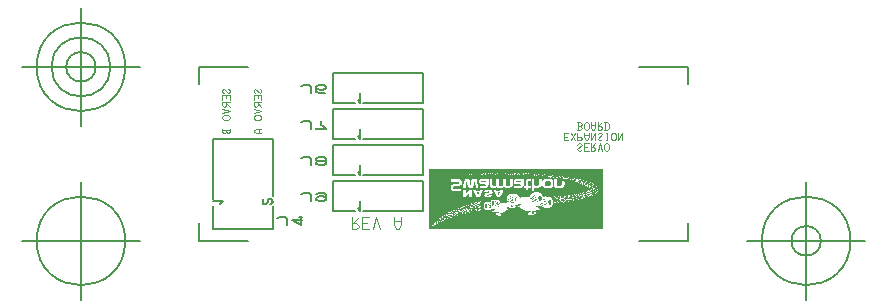
<source format=gbr>
G04 Generated by Ultiboard 13.0 *
%FSLAX25Y25*%
%MOIN*%

%ADD10C,0.00001*%
%ADD11C,0.00233*%
%ADD12C,0.00004*%
%ADD13C,0.00367*%
%ADD14C,0.00234*%
%ADD15C,0.00800*%
%ADD16C,0.00500*%


G04 ColorRGB FF14FF for the following layer *
%LNSilkscreen Bottom*%
%LPD*%
G54D10*
G54D11*
X-71750Y21751D02*
X-71250Y21253D01*
X-71250Y20756D01*
X-71750Y20258D01*
X-73250Y21751D01*
X-73750Y21253D01*
X-73750Y20756D01*
X-73250Y20258D01*
X-71250Y18018D02*
X-71250Y19511D01*
X-72500Y19511D01*
X-73750Y19511D01*
X-73750Y18018D01*
X-72500Y19511D02*
X-72500Y18516D01*
X-71250Y17271D02*
X-73750Y17271D01*
X-73750Y16276D01*
X-73250Y15778D01*
X-73000Y15778D01*
X-72500Y16276D01*
X-72500Y17271D01*
X-72500Y17022D02*
X-71250Y15778D01*
X-73750Y15031D02*
X-71250Y14284D01*
X-73750Y13538D01*
X-71750Y12791D02*
X-71250Y12293D01*
X-71250Y11796D01*
X-71750Y11298D01*
X-73250Y11298D01*
X-73750Y11796D01*
X-73750Y12293D01*
X-73250Y12791D01*
X-71750Y12791D01*
X-71250Y8311D02*
X-71250Y7316D01*
X-71750Y6818D01*
X-72000Y6818D01*
X-72500Y7316D01*
X-73000Y6818D01*
X-73250Y6818D01*
X-73750Y7316D01*
X-73750Y8062D01*
X-73750Y8311D01*
X-72500Y8062D02*
X-72500Y7316D01*
X-73750Y8062D02*
X-71250Y8062D01*
X-61250Y21751D02*
X-60750Y21253D01*
X-60750Y20756D01*
X-61250Y20258D01*
X-62750Y21751D01*
X-63250Y21253D01*
X-63250Y20756D01*
X-62750Y20258D01*
X-60750Y18018D02*
X-60750Y19511D01*
X-62000Y19511D01*
X-63250Y19511D01*
X-63250Y18018D01*
X-62000Y19511D02*
X-62000Y18516D01*
X-60750Y17271D02*
X-63250Y17271D01*
X-63250Y16276D01*
X-62750Y15778D01*
X-62500Y15778D01*
X-62000Y16276D01*
X-62000Y17271D01*
X-62000Y17022D02*
X-60750Y15778D01*
X-63250Y15031D02*
X-60750Y14284D01*
X-63250Y13538D01*
X-61250Y12791D02*
X-60750Y12293D01*
X-60750Y11796D01*
X-61250Y11298D01*
X-62750Y11298D01*
X-63250Y11796D01*
X-63250Y12293D01*
X-62750Y12791D01*
X-61250Y12791D01*
X-60750Y8311D02*
X-62250Y8311D01*
X-63250Y7813D01*
X-63250Y7316D01*
X-62250Y6818D01*
X-60750Y6818D01*
X-61500Y8311D02*
X-61500Y6818D01*
G54D12*
G36*
X-5000Y-24854D02*
X-5000Y-24854D01*
X53000Y-24854D01*
X53000Y-25000D01*
X-5000Y-25000D01*
X-5000Y-24854D01*
D02*
G37*
G36*
X-5000Y-24708D02*
X-5000Y-24708D01*
X53000Y-24708D01*
X53000Y-24854D01*
X-5000Y-24854D01*
X-5000Y-24708D01*
D02*
G37*
G36*
X-5000Y-24562D02*
X-5000Y-24562D01*
X53000Y-24562D01*
X53000Y-24708D01*
X-5000Y-24708D01*
X-5000Y-24562D01*
D02*
G37*
G36*
X-5000Y-24416D02*
X-5000Y-24416D01*
X53000Y-24416D01*
X53000Y-24562D01*
X-5000Y-24562D01*
X-5000Y-24416D01*
D02*
G37*
G36*
X-5000Y-24270D02*
X-5000Y-24270D01*
X-4227Y-24270D01*
X-4227Y-24416D01*
X-5000Y-24416D01*
X-5000Y-24270D01*
D02*
G37*
G36*
X-3840Y-24270D02*
X-3840Y-24270D01*
X53000Y-24270D01*
X53000Y-24416D01*
X-3840Y-24416D01*
X-3840Y-24270D01*
D02*
G37*
G36*
X-5000Y-24124D02*
X-5000Y-24124D01*
X53000Y-24124D01*
X53000Y-24270D01*
X-5000Y-24270D01*
X-5000Y-24124D01*
D02*
G37*
G36*
X-5000Y-23978D02*
X-5000Y-23978D01*
X-3840Y-23978D01*
X-3840Y-24124D01*
X-5000Y-24124D01*
X-5000Y-23978D01*
D02*
G37*
G36*
X-3453Y-23978D02*
X-3453Y-23978D01*
X53000Y-23978D01*
X53000Y-24124D01*
X-3453Y-24124D01*
X-3453Y-23978D01*
D02*
G37*
G36*
X-5000Y-23832D02*
X-5000Y-23832D01*
X-3840Y-23832D01*
X-3840Y-23978D01*
X-5000Y-23978D01*
X-5000Y-23832D01*
D02*
G37*
G36*
X-3260Y-23832D02*
X-3260Y-23832D01*
X53000Y-23832D01*
X53000Y-23978D01*
X-3260Y-23978D01*
X-3260Y-23832D01*
D02*
G37*
G36*
X-5000Y-23686D02*
X-5000Y-23686D01*
X-3647Y-23686D01*
X-3647Y-23832D01*
X-5000Y-23832D01*
X-5000Y-23686D01*
D02*
G37*
G36*
X-3453Y-23686D02*
X-3453Y-23686D01*
X53000Y-23686D01*
X53000Y-23832D01*
X-3453Y-23832D01*
X-3453Y-23686D01*
D02*
G37*
G36*
X-5000Y-23540D02*
X-5000Y-23540D01*
X-3260Y-23540D01*
X-3260Y-23686D01*
X-5000Y-23686D01*
X-5000Y-23540D01*
D02*
G37*
G36*
X-2680Y-23540D02*
X-2680Y-23540D01*
X53000Y-23540D01*
X53000Y-23686D01*
X-2680Y-23686D01*
X-2680Y-23540D01*
D02*
G37*
G36*
X-5000Y-23394D02*
X-5000Y-23394D01*
X-3453Y-23394D01*
X-3453Y-23540D01*
X-5000Y-23540D01*
X-5000Y-23394D01*
D02*
G37*
G36*
X-2487Y-23394D02*
X-2487Y-23394D01*
X53000Y-23394D01*
X53000Y-23540D01*
X-2487Y-23540D01*
X-2487Y-23394D01*
D02*
G37*
G36*
X-5000Y-23248D02*
X-5000Y-23248D01*
X-3453Y-23248D01*
X-3453Y-23394D01*
X-5000Y-23394D01*
X-5000Y-23248D01*
D02*
G37*
G36*
X-2487Y-23248D02*
X-2487Y-23248D01*
X53000Y-23248D01*
X53000Y-23394D01*
X-2487Y-23394D01*
X-2487Y-23248D01*
D02*
G37*
G36*
X-5000Y-23102D02*
X-5000Y-23102D01*
X-3260Y-23102D01*
X-3260Y-23248D01*
X-5000Y-23248D01*
X-5000Y-23102D01*
D02*
G37*
G36*
X-2680Y-23102D02*
X-2680Y-23102D01*
X-2100Y-23102D01*
X-2100Y-23248D01*
X-2680Y-23248D01*
X-2680Y-23102D01*
D02*
G37*
G36*
X-1907Y-23102D02*
X-1907Y-23102D01*
X53000Y-23102D01*
X53000Y-23248D01*
X-1907Y-23248D01*
X-1907Y-23102D01*
D02*
G37*
G36*
X-5000Y-22956D02*
X-5000Y-22956D01*
X53000Y-22956D01*
X53000Y-23102D01*
X-5000Y-23102D01*
X-5000Y-22956D01*
D02*
G37*
G36*
X-5000Y-22810D02*
X-5000Y-22810D01*
X-2873Y-22810D01*
X-2873Y-22956D01*
X-5000Y-22956D01*
X-5000Y-22810D01*
D02*
G37*
G36*
X-2487Y-22810D02*
X-2487Y-22810D01*
X-2100Y-22810D01*
X-2100Y-22956D01*
X-2487Y-22956D01*
X-2487Y-22810D01*
D02*
G37*
G36*
X-1907Y-22810D02*
X-1907Y-22810D01*
X53000Y-22810D01*
X53000Y-22956D01*
X-1907Y-22956D01*
X-1907Y-22810D01*
D02*
G37*
G36*
X-5000Y-22664D02*
X-5000Y-22664D01*
X-2873Y-22664D01*
X-2873Y-22810D01*
X-5000Y-22810D01*
X-5000Y-22664D01*
D02*
G37*
G36*
X-2487Y-22664D02*
X-2487Y-22664D01*
X-2293Y-22664D01*
X-2293Y-22810D01*
X-2487Y-22810D01*
X-2487Y-22664D01*
D02*
G37*
G36*
X-1713Y-22664D02*
X-1713Y-22664D01*
X-1520Y-22664D01*
X-1520Y-22810D01*
X-1713Y-22810D01*
X-1713Y-22664D01*
D02*
G37*
G36*
X-747Y-22664D02*
X-747Y-22664D01*
X53000Y-22664D01*
X53000Y-22810D01*
X-747Y-22810D01*
X-747Y-22664D01*
D02*
G37*
G36*
X-5000Y-22518D02*
X-5000Y-22518D01*
X-2100Y-22518D01*
X-2100Y-22664D01*
X-5000Y-22664D01*
X-5000Y-22518D01*
D02*
G37*
G36*
X-1713Y-22518D02*
X-1713Y-22518D01*
X-1520Y-22518D01*
X-1520Y-22664D01*
X-1713Y-22664D01*
X-1713Y-22518D01*
D02*
G37*
G36*
X-1327Y-22518D02*
X-1327Y-22518D01*
X-747Y-22518D01*
X-747Y-22664D01*
X-1327Y-22664D01*
X-1327Y-22518D01*
D02*
G37*
G36*
X-553Y-22518D02*
X-553Y-22518D01*
X53000Y-22518D01*
X53000Y-22664D01*
X-553Y-22664D01*
X-553Y-22518D01*
D02*
G37*
G36*
X-5000Y-22372D02*
X-5000Y-22372D01*
X-1520Y-22372D01*
X-1520Y-22518D01*
X-5000Y-22518D01*
X-5000Y-22372D01*
D02*
G37*
G36*
X-1327Y-22372D02*
X-1327Y-22372D01*
X-747Y-22372D01*
X-747Y-22518D01*
X-1327Y-22518D01*
X-1327Y-22372D01*
D02*
G37*
G36*
X-553Y-22372D02*
X-553Y-22372D01*
X-360Y-22372D01*
X-360Y-22518D01*
X-553Y-22518D01*
X-553Y-22372D01*
D02*
G37*
G36*
X-167Y-22372D02*
X-167Y-22372D01*
X53000Y-22372D01*
X53000Y-22518D01*
X-167Y-22518D01*
X-167Y-22372D01*
D02*
G37*
G36*
X-5000Y-22226D02*
X-5000Y-22226D01*
X-2487Y-22226D01*
X-2487Y-22372D01*
X-5000Y-22372D01*
X-5000Y-22226D01*
D02*
G37*
G36*
X-2100Y-22226D02*
X-2100Y-22226D01*
X-1520Y-22226D01*
X-1520Y-22372D01*
X-2100Y-22372D01*
X-2100Y-22226D01*
D02*
G37*
G36*
X-747Y-22226D02*
X-747Y-22226D01*
X-360Y-22226D01*
X-360Y-22372D01*
X-747Y-22372D01*
X-747Y-22226D01*
D02*
G37*
G36*
X27Y-22226D02*
X27Y-22226D01*
X53000Y-22226D01*
X53000Y-22372D01*
X27Y-22372D01*
X27Y-22226D01*
D02*
G37*
G36*
X-5000Y-22080D02*
X-5000Y-22080D01*
X-360Y-22080D01*
X-360Y-22226D01*
X-5000Y-22226D01*
X-5000Y-22080D01*
D02*
G37*
G36*
X27Y-22080D02*
X27Y-22080D01*
X413Y-22080D01*
X413Y-22226D01*
X27Y-22226D01*
X27Y-22080D01*
D02*
G37*
G36*
X607Y-22080D02*
X607Y-22080D01*
X53000Y-22080D01*
X53000Y-22226D01*
X607Y-22226D01*
X607Y-22080D01*
D02*
G37*
G36*
X-5000Y-21934D02*
X-5000Y-21934D01*
X-1713Y-21934D01*
X-1713Y-22080D01*
X-5000Y-22080D01*
X-5000Y-21934D01*
D02*
G37*
G36*
X-1520Y-21934D02*
X-1520Y-21934D01*
X53000Y-21934D01*
X53000Y-22080D01*
X-1520Y-22080D01*
X-1520Y-21934D01*
D02*
G37*
G36*
X-5000Y-21788D02*
X-5000Y-21788D01*
X-1133Y-21788D01*
X-1133Y-21934D01*
X-5000Y-21934D01*
X-5000Y-21788D01*
D02*
G37*
G36*
X-940Y-21788D02*
X-940Y-21788D01*
X-553Y-21788D01*
X-553Y-21934D01*
X-940Y-21934D01*
X-940Y-21788D01*
D02*
G37*
G36*
X-360Y-21788D02*
X-360Y-21788D01*
X220Y-21788D01*
X220Y-21934D01*
X-360Y-21934D01*
X-360Y-21788D01*
D02*
G37*
G36*
X607Y-21788D02*
X607Y-21788D01*
X993Y-21788D01*
X993Y-21934D01*
X607Y-21934D01*
X607Y-21788D01*
D02*
G37*
G36*
X1187Y-21788D02*
X1187Y-21788D01*
X53000Y-21788D01*
X53000Y-21934D01*
X1187Y-21934D01*
X1187Y-21788D01*
D02*
G37*
G36*
X-5000Y-21642D02*
X-5000Y-21642D01*
X-1520Y-21642D01*
X-1520Y-21788D01*
X-5000Y-21788D01*
X-5000Y-21642D01*
D02*
G37*
G36*
X-747Y-21642D02*
X-747Y-21642D01*
X27Y-21642D01*
X27Y-21788D01*
X-747Y-21788D01*
X-747Y-21642D01*
D02*
G37*
G36*
X800Y-21642D02*
X800Y-21642D01*
X993Y-21642D01*
X993Y-21788D01*
X800Y-21788D01*
X800Y-21642D01*
D02*
G37*
G36*
X1187Y-21642D02*
X1187Y-21642D01*
X53000Y-21642D01*
X53000Y-21788D01*
X1187Y-21788D01*
X1187Y-21642D01*
D02*
G37*
G36*
X-5000Y-21496D02*
X-5000Y-21496D01*
X-1520Y-21496D01*
X-1520Y-21642D01*
X-5000Y-21642D01*
X-5000Y-21496D01*
D02*
G37*
G36*
X-747Y-21496D02*
X-747Y-21496D01*
X27Y-21496D01*
X27Y-21642D01*
X-747Y-21642D01*
X-747Y-21496D01*
D02*
G37*
G36*
X800Y-21496D02*
X800Y-21496D01*
X993Y-21496D01*
X993Y-21642D01*
X800Y-21642D01*
X800Y-21496D01*
D02*
G37*
G36*
X1380Y-21496D02*
X1380Y-21496D01*
X1767Y-21496D01*
X1767Y-21642D01*
X1380Y-21642D01*
X1380Y-21496D01*
D02*
G37*
G36*
X1960Y-21496D02*
X1960Y-21496D01*
X53000Y-21496D01*
X53000Y-21642D01*
X1960Y-21642D01*
X1960Y-21496D01*
D02*
G37*
G36*
X-5000Y-21350D02*
X-5000Y-21350D01*
X-1327Y-21350D01*
X-1327Y-21496D01*
X-5000Y-21496D01*
X-5000Y-21350D01*
D02*
G37*
G36*
X-747Y-21350D02*
X-747Y-21350D01*
X-360Y-21350D01*
X-360Y-21496D01*
X-747Y-21496D01*
X-747Y-21350D01*
D02*
G37*
G36*
X-167Y-21350D02*
X-167Y-21350D01*
X220Y-21350D01*
X220Y-21496D01*
X-167Y-21496D01*
X-167Y-21350D01*
D02*
G37*
G36*
X607Y-21350D02*
X607Y-21350D01*
X993Y-21350D01*
X993Y-21496D01*
X607Y-21496D01*
X607Y-21350D01*
D02*
G37*
G36*
X1380Y-21350D02*
X1380Y-21350D01*
X1767Y-21350D01*
X1767Y-21496D01*
X1380Y-21496D01*
X1380Y-21350D01*
D02*
G37*
G36*
X1960Y-21350D02*
X1960Y-21350D01*
X53000Y-21350D01*
X53000Y-21496D01*
X1960Y-21496D01*
X1960Y-21350D01*
D02*
G37*
G36*
X-5000Y-21204D02*
X-5000Y-21204D01*
X-553Y-21204D01*
X-553Y-21350D01*
X-5000Y-21350D01*
X-5000Y-21204D01*
D02*
G37*
G36*
X-167Y-21204D02*
X-167Y-21204D01*
X2153Y-21204D01*
X2153Y-21350D01*
X-167Y-21350D01*
X-167Y-21204D01*
D02*
G37*
G36*
X2733Y-21204D02*
X2733Y-21204D01*
X53000Y-21204D01*
X53000Y-21350D01*
X2733Y-21350D01*
X2733Y-21204D01*
D02*
G37*
G36*
X-5000Y-21058D02*
X-5000Y-21058D01*
X-940Y-21058D01*
X-940Y-21204D01*
X-5000Y-21204D01*
X-5000Y-21058D01*
D02*
G37*
G36*
X-747Y-21058D02*
X-747Y-21058D01*
X-553Y-21058D01*
X-553Y-21204D01*
X-747Y-21204D01*
X-747Y-21058D01*
D02*
G37*
G36*
X-167Y-21058D02*
X-167Y-21058D01*
X1187Y-21058D01*
X1187Y-21204D01*
X-167Y-21204D01*
X-167Y-21058D01*
D02*
G37*
G36*
X1380Y-21058D02*
X1380Y-21058D01*
X2153Y-21058D01*
X2153Y-21204D01*
X1380Y-21204D01*
X1380Y-21058D01*
D02*
G37*
G36*
X2733Y-21058D02*
X2733Y-21058D01*
X53000Y-21058D01*
X53000Y-21204D01*
X2733Y-21204D01*
X2733Y-21058D01*
D02*
G37*
G36*
X-5000Y-20912D02*
X-5000Y-20912D01*
X413Y-20912D01*
X413Y-21058D01*
X-5000Y-21058D01*
X-5000Y-20912D01*
D02*
G37*
G36*
X607Y-20912D02*
X607Y-20912D01*
X1187Y-20912D01*
X1187Y-21058D01*
X607Y-21058D01*
X607Y-20912D01*
D02*
G37*
G36*
X1380Y-20912D02*
X1380Y-20912D01*
X2153Y-20912D01*
X2153Y-21058D01*
X1380Y-21058D01*
X1380Y-20912D01*
D02*
G37*
G36*
X2733Y-20912D02*
X2733Y-20912D01*
X3120Y-20912D01*
X3120Y-21058D01*
X2733Y-21058D01*
X2733Y-20912D01*
D02*
G37*
G36*
X3507Y-20912D02*
X3507Y-20912D01*
X53000Y-20912D01*
X53000Y-21058D01*
X3507Y-21058D01*
X3507Y-20912D01*
D02*
G37*
G36*
X-5000Y-20766D02*
X-5000Y-20766D01*
X-553Y-20766D01*
X-553Y-20912D01*
X-5000Y-20912D01*
X-5000Y-20766D01*
D02*
G37*
G36*
X-167Y-20766D02*
X-167Y-20766D01*
X413Y-20766D01*
X413Y-20912D01*
X-167Y-20912D01*
X-167Y-20766D01*
D02*
G37*
G36*
X607Y-20766D02*
X607Y-20766D01*
X1573Y-20766D01*
X1573Y-20912D01*
X607Y-20912D01*
X607Y-20766D01*
D02*
G37*
G36*
X2153Y-20766D02*
X2153Y-20766D01*
X4087Y-20766D01*
X4087Y-20912D01*
X2153Y-20912D01*
X2153Y-20766D01*
D02*
G37*
G36*
X4280Y-20766D02*
X4280Y-20766D01*
X53000Y-20766D01*
X53000Y-20912D01*
X4280Y-20912D01*
X4280Y-20766D01*
D02*
G37*
G36*
X-5000Y-20620D02*
X-5000Y-20620D01*
X-553Y-20620D01*
X-553Y-20766D01*
X-5000Y-20766D01*
X-5000Y-20620D01*
D02*
G37*
G36*
X-167Y-20620D02*
X-167Y-20620D01*
X800Y-20620D01*
X800Y-20766D01*
X-167Y-20766D01*
X-167Y-20620D01*
D02*
G37*
G36*
X1187Y-20620D02*
X1187Y-20620D01*
X1573Y-20620D01*
X1573Y-20766D01*
X1187Y-20766D01*
X1187Y-20620D01*
D02*
G37*
G36*
X2153Y-20620D02*
X2153Y-20620D01*
X2540Y-20620D01*
X2540Y-20766D01*
X2153Y-20766D01*
X2153Y-20620D01*
D02*
G37*
G36*
X2733Y-20620D02*
X2733Y-20620D01*
X3507Y-20620D01*
X3507Y-20766D01*
X2733Y-20766D01*
X2733Y-20620D01*
D02*
G37*
G36*
X3893Y-20620D02*
X3893Y-20620D01*
X53000Y-20620D01*
X53000Y-20766D01*
X3893Y-20766D01*
X3893Y-20620D01*
D02*
G37*
G36*
X-5000Y-20474D02*
X-5000Y-20474D01*
X27Y-20474D01*
X27Y-20620D01*
X-5000Y-20620D01*
X-5000Y-20474D01*
D02*
G37*
G36*
X413Y-20474D02*
X413Y-20474D01*
X800Y-20474D01*
X800Y-20620D01*
X413Y-20620D01*
X413Y-20474D01*
D02*
G37*
G36*
X1380Y-20474D02*
X1380Y-20474D01*
X2927Y-20474D01*
X2927Y-20620D01*
X1380Y-20620D01*
X1380Y-20474D01*
D02*
G37*
G36*
X3120Y-20474D02*
X3120Y-20474D01*
X3507Y-20474D01*
X3507Y-20620D01*
X3120Y-20620D01*
X3120Y-20474D01*
D02*
G37*
G36*
X3893Y-20474D02*
X3893Y-20474D01*
X4473Y-20474D01*
X4473Y-20620D01*
X3893Y-20620D01*
X3893Y-20474D01*
D02*
G37*
G36*
X4860Y-20474D02*
X4860Y-20474D01*
X18200Y-20474D01*
X18200Y-20620D01*
X4860Y-20620D01*
X4860Y-20474D01*
D02*
G37*
G36*
X19167Y-20474D02*
X19167Y-20474D01*
X53000Y-20474D01*
X53000Y-20620D01*
X19167Y-20620D01*
X19167Y-20474D01*
D02*
G37*
G36*
X-5000Y-20328D02*
X-5000Y-20328D01*
X27Y-20328D01*
X27Y-20474D01*
X-5000Y-20474D01*
X-5000Y-20328D01*
D02*
G37*
G36*
X413Y-20328D02*
X413Y-20328D01*
X607Y-20328D01*
X607Y-20474D01*
X413Y-20474D01*
X413Y-20328D01*
D02*
G37*
G36*
X1380Y-20328D02*
X1380Y-20328D01*
X2733Y-20328D01*
X2733Y-20474D01*
X1380Y-20474D01*
X1380Y-20328D01*
D02*
G37*
G36*
X3313Y-20328D02*
X3313Y-20328D01*
X4473Y-20328D01*
X4473Y-20474D01*
X3313Y-20474D01*
X3313Y-20328D01*
D02*
G37*
G36*
X5053Y-20328D02*
X5053Y-20328D01*
X5247Y-20328D01*
X5247Y-20474D01*
X5053Y-20474D01*
X5053Y-20328D01*
D02*
G37*
G36*
X5633Y-20328D02*
X5633Y-20328D01*
X17813Y-20328D01*
X17813Y-20474D01*
X5633Y-20474D01*
X5633Y-20328D01*
D02*
G37*
G36*
X19167Y-20328D02*
X19167Y-20328D01*
X28253Y-20328D01*
X28253Y-20474D01*
X19167Y-20474D01*
X19167Y-20328D01*
D02*
G37*
G36*
X29993Y-20328D02*
X29993Y-20328D01*
X53000Y-20328D01*
X53000Y-20474D01*
X29993Y-20474D01*
X29993Y-20328D01*
D02*
G37*
G36*
X-5000Y-20182D02*
X-5000Y-20182D01*
X800Y-20182D01*
X800Y-20328D01*
X-5000Y-20328D01*
X-5000Y-20182D01*
D02*
G37*
G36*
X1187Y-20182D02*
X1187Y-20182D01*
X1573Y-20182D01*
X1573Y-20328D01*
X1187Y-20328D01*
X1187Y-20182D01*
D02*
G37*
G36*
X2347Y-20182D02*
X2347Y-20182D01*
X2540Y-20182D01*
X2540Y-20328D01*
X2347Y-20328D01*
X2347Y-20182D01*
D02*
G37*
G36*
X3313Y-20182D02*
X3313Y-20182D01*
X3700Y-20182D01*
X3700Y-20328D01*
X3313Y-20328D01*
X3313Y-20182D01*
D02*
G37*
G36*
X4087Y-20182D02*
X4087Y-20182D01*
X4667Y-20182D01*
X4667Y-20328D01*
X4087Y-20328D01*
X4087Y-20182D01*
D02*
G37*
G36*
X4860Y-20182D02*
X4860Y-20182D01*
X17427Y-20182D01*
X17427Y-20328D01*
X4860Y-20328D01*
X4860Y-20182D01*
D02*
G37*
G36*
X19167Y-20182D02*
X19167Y-20182D01*
X28253Y-20182D01*
X28253Y-20328D01*
X19167Y-20328D01*
X19167Y-20182D01*
D02*
G37*
G36*
X30187Y-20182D02*
X30187Y-20182D01*
X53000Y-20182D01*
X53000Y-20328D01*
X30187Y-20328D01*
X30187Y-20182D01*
D02*
G37*
G36*
X-5000Y-20036D02*
X-5000Y-20036D01*
X1380Y-20036D01*
X1380Y-20182D01*
X-5000Y-20182D01*
X-5000Y-20036D01*
D02*
G37*
G36*
X1573Y-20036D02*
X1573Y-20036D01*
X2347Y-20036D01*
X2347Y-20182D01*
X1573Y-20182D01*
X1573Y-20036D01*
D02*
G37*
G36*
X2540Y-20036D02*
X2540Y-20036D01*
X2733Y-20036D01*
X2733Y-20182D01*
X2540Y-20182D01*
X2540Y-20036D01*
D02*
G37*
G36*
X3313Y-20036D02*
X3313Y-20036D01*
X3700Y-20036D01*
X3700Y-20182D01*
X3313Y-20182D01*
X3313Y-20036D01*
D02*
G37*
G36*
X4087Y-20036D02*
X4087Y-20036D01*
X5247Y-20036D01*
X5247Y-20182D01*
X4087Y-20182D01*
X4087Y-20036D01*
D02*
G37*
G36*
X6213Y-20036D02*
X6213Y-20036D01*
X6600Y-20036D01*
X6600Y-20182D01*
X6213Y-20182D01*
X6213Y-20036D01*
D02*
G37*
G36*
X6793Y-20036D02*
X6793Y-20036D01*
X17427Y-20036D01*
X17427Y-20182D01*
X6793Y-20182D01*
X6793Y-20036D01*
D02*
G37*
G36*
X17813Y-20036D02*
X17813Y-20036D01*
X18200Y-20036D01*
X18200Y-20182D01*
X17813Y-20182D01*
X17813Y-20036D01*
D02*
G37*
G36*
X19167Y-20036D02*
X19167Y-20036D01*
X28253Y-20036D01*
X28253Y-20182D01*
X19167Y-20182D01*
X19167Y-20036D01*
D02*
G37*
G36*
X30573Y-20036D02*
X30573Y-20036D01*
X53000Y-20036D01*
X53000Y-20182D01*
X30573Y-20182D01*
X30573Y-20036D01*
D02*
G37*
G36*
X-5000Y-19891D02*
X-5000Y-19891D01*
X800Y-19891D01*
X800Y-20036D01*
X-5000Y-20036D01*
X-5000Y-19891D01*
D02*
G37*
G36*
X993Y-19891D02*
X993Y-19891D01*
X1380Y-19891D01*
X1380Y-20036D01*
X993Y-20036D01*
X993Y-19891D01*
D02*
G37*
G36*
X1573Y-19891D02*
X1573Y-19891D01*
X2347Y-19891D01*
X2347Y-20036D01*
X1573Y-20036D01*
X1573Y-19891D01*
D02*
G37*
G36*
X2540Y-19891D02*
X2540Y-19891D01*
X5053Y-19891D01*
X5053Y-20036D01*
X2540Y-20036D01*
X2540Y-19891D01*
D02*
G37*
G36*
X5247Y-19891D02*
X5247Y-19891D01*
X6020Y-19891D01*
X6020Y-20036D01*
X5247Y-20036D01*
X5247Y-19891D01*
D02*
G37*
G36*
X6407Y-19891D02*
X6407Y-19891D01*
X17427Y-19891D01*
X17427Y-20036D01*
X6407Y-20036D01*
X6407Y-19891D01*
D02*
G37*
G36*
X17813Y-19891D02*
X17813Y-19891D01*
X18200Y-19891D01*
X18200Y-20036D01*
X17813Y-20036D01*
X17813Y-19891D01*
D02*
G37*
G36*
X19167Y-19891D02*
X19167Y-19891D01*
X28253Y-19891D01*
X28253Y-20036D01*
X19167Y-20036D01*
X19167Y-19891D01*
D02*
G37*
G36*
X30767Y-19891D02*
X30767Y-19891D01*
X53000Y-19891D01*
X53000Y-20036D01*
X30767Y-20036D01*
X30767Y-19891D01*
D02*
G37*
G36*
X-5000Y-19745D02*
X-5000Y-19745D01*
X1380Y-19745D01*
X1380Y-19890D01*
X-5000Y-19891D01*
X-5000Y-19745D01*
D02*
G37*
G36*
X1573Y-19745D02*
X1573Y-19745D01*
X2347Y-19745D01*
X2347Y-19890D01*
X1573Y-19891D01*
X1573Y-19745D01*
D02*
G37*
G36*
X2540Y-19745D02*
X2540Y-19745D01*
X3507Y-19745D01*
X3507Y-19890D01*
X2540Y-19891D01*
X2540Y-19745D01*
D02*
G37*
G36*
X3700Y-19745D02*
X3700Y-19745D01*
X4087Y-19745D01*
X4087Y-19890D01*
X3700Y-19891D01*
X3700Y-19745D01*
D02*
G37*
G36*
X4667Y-19745D02*
X4667Y-19745D01*
X5053Y-19745D01*
X5053Y-19890D01*
X4667Y-19891D01*
X4667Y-19745D01*
D02*
G37*
G36*
X5247Y-19745D02*
X5247Y-19745D01*
X6213Y-19745D01*
X6213Y-19890D01*
X5247Y-19891D01*
X5247Y-19745D01*
D02*
G37*
G36*
X6407Y-19745D02*
X6407Y-19745D01*
X7180Y-19745D01*
X7180Y-19890D01*
X6407Y-19891D01*
X6407Y-19745D01*
D02*
G37*
G36*
X7567Y-19745D02*
X7567Y-19745D01*
X17427Y-19745D01*
X17427Y-19890D01*
X7567Y-19891D01*
X7567Y-19745D01*
D02*
G37*
G36*
X18780Y-19745D02*
X18780Y-19745D01*
X28253Y-19745D01*
X28253Y-19890D01*
X18780Y-19891D01*
X18780Y-19745D01*
D02*
G37*
G36*
X29607Y-19745D02*
X29607Y-19745D01*
X30187Y-19745D01*
X30187Y-19890D01*
X29607Y-19891D01*
X29607Y-19745D01*
D02*
G37*
G36*
X30767Y-19745D02*
X30767Y-19745D01*
X53000Y-19745D01*
X53000Y-19890D01*
X30767Y-19891D01*
X30767Y-19745D01*
D02*
G37*
G36*
X-5000Y-19599D02*
X-5000Y-19599D01*
X1380Y-19599D01*
X1380Y-19744D01*
X-5000Y-19745D01*
X-5000Y-19599D01*
D02*
G37*
G36*
X1573Y-19599D02*
X1573Y-19599D01*
X2153Y-19599D01*
X2153Y-19744D01*
X1573Y-19745D01*
X1573Y-19599D01*
D02*
G37*
G36*
X2540Y-19599D02*
X2540Y-19599D01*
X2733Y-19599D01*
X2733Y-19744D01*
X2540Y-19745D01*
X2540Y-19599D01*
D02*
G37*
G36*
X3313Y-19599D02*
X3313Y-19599D01*
X3893Y-19599D01*
X3893Y-19744D01*
X3313Y-19745D01*
X3313Y-19599D01*
D02*
G37*
G36*
X4667Y-19599D02*
X4667Y-19599D01*
X5053Y-19599D01*
X5053Y-19744D01*
X4667Y-19745D01*
X4667Y-19599D01*
D02*
G37*
G36*
X5247Y-19599D02*
X5247Y-19599D01*
X6213Y-19599D01*
X6213Y-19744D01*
X5247Y-19745D01*
X5247Y-19599D01*
D02*
G37*
G36*
X6407Y-19599D02*
X6407Y-19599D01*
X7180Y-19599D01*
X7180Y-19744D01*
X6407Y-19745D01*
X6407Y-19599D01*
D02*
G37*
G36*
X7567Y-19599D02*
X7567Y-19599D01*
X7953Y-19599D01*
X7953Y-19744D01*
X7567Y-19745D01*
X7567Y-19599D01*
D02*
G37*
G36*
X8147Y-19599D02*
X8147Y-19599D01*
X18393Y-19599D01*
X18393Y-19744D01*
X8147Y-19745D01*
X8147Y-19599D01*
D02*
G37*
G36*
X18587Y-19599D02*
X18587Y-19599D01*
X28253Y-19599D01*
X28253Y-19744D01*
X18587Y-19745D01*
X18587Y-19599D01*
D02*
G37*
G36*
X29607Y-19599D02*
X29607Y-19599D01*
X30187Y-19599D01*
X30187Y-19744D01*
X29607Y-19745D01*
X29607Y-19599D01*
D02*
G37*
G36*
X30767Y-19599D02*
X30767Y-19599D01*
X53000Y-19599D01*
X53000Y-19744D01*
X30767Y-19745D01*
X30767Y-19599D01*
D02*
G37*
G36*
X-5000Y-19453D02*
X-5000Y-19453D01*
X1573Y-19453D01*
X1573Y-19598D01*
X-5000Y-19599D01*
X-5000Y-19453D01*
D02*
G37*
G36*
X2347Y-19453D02*
X2347Y-19453D01*
X2733Y-19453D01*
X2733Y-19598D01*
X2347Y-19599D01*
X2347Y-19453D01*
D02*
G37*
G36*
X3313Y-19453D02*
X3313Y-19453D01*
X3893Y-19453D01*
X3893Y-19598D01*
X3313Y-19599D01*
X3313Y-19453D01*
D02*
G37*
G36*
X4667Y-19453D02*
X4667Y-19453D01*
X5053Y-19453D01*
X5053Y-19598D01*
X4667Y-19599D01*
X4667Y-19453D01*
D02*
G37*
G36*
X5247Y-19453D02*
X5247Y-19453D01*
X6213Y-19453D01*
X6213Y-19598D01*
X5247Y-19599D01*
X5247Y-19453D01*
D02*
G37*
G36*
X6407Y-19453D02*
X6407Y-19453D01*
X7180Y-19453D01*
X7180Y-19598D01*
X6407Y-19599D01*
X6407Y-19453D01*
D02*
G37*
G36*
X7373Y-19453D02*
X7373Y-19453D01*
X8533Y-19453D01*
X8533Y-19598D01*
X7373Y-19599D01*
X7373Y-19453D01*
D02*
G37*
G36*
X8920Y-19453D02*
X8920Y-19453D01*
X18393Y-19453D01*
X18393Y-19598D01*
X8920Y-19599D01*
X8920Y-19453D01*
D02*
G37*
G36*
X19940Y-19453D02*
X19940Y-19453D01*
X28640Y-19453D01*
X28640Y-19598D01*
X19940Y-19599D01*
X19940Y-19453D01*
D02*
G37*
G36*
X29607Y-19453D02*
X29607Y-19453D01*
X30187Y-19453D01*
X30187Y-19598D01*
X29607Y-19599D01*
X29607Y-19453D01*
D02*
G37*
G36*
X30767Y-19453D02*
X30767Y-19453D01*
X53000Y-19453D01*
X53000Y-19598D01*
X30767Y-19599D01*
X30767Y-19453D01*
D02*
G37*
G36*
X-5000Y-19307D02*
X-5000Y-19307D01*
X4087Y-19307D01*
X4087Y-19452D01*
X-5000Y-19453D01*
X-5000Y-19307D01*
D02*
G37*
G36*
X4667Y-19307D02*
X4667Y-19307D01*
X5053Y-19307D01*
X5053Y-19452D01*
X4667Y-19453D01*
X4667Y-19307D01*
D02*
G37*
G36*
X5247Y-19307D02*
X5247Y-19307D01*
X6020Y-19307D01*
X6020Y-19452D01*
X5247Y-19453D01*
X5247Y-19307D01*
D02*
G37*
G36*
X6407Y-19307D02*
X6407Y-19307D01*
X7953Y-19307D01*
X7953Y-19452D01*
X6407Y-19453D01*
X6407Y-19307D01*
D02*
G37*
G36*
X8147Y-19307D02*
X8147Y-19307D01*
X8533Y-19307D01*
X8533Y-19452D01*
X8147Y-19453D01*
X8147Y-19307D01*
D02*
G37*
G36*
X8920Y-19307D02*
X8920Y-19307D01*
X9500Y-19307D01*
X9500Y-19452D01*
X8920Y-19453D01*
X8920Y-19307D01*
D02*
G37*
G36*
X9693Y-19307D02*
X9693Y-19307D01*
X16073Y-19307D01*
X16073Y-19452D01*
X9693Y-19453D01*
X9693Y-19307D01*
D02*
G37*
G36*
X20133Y-19307D02*
X20133Y-19307D01*
X29027Y-19307D01*
X29027Y-19452D01*
X20133Y-19453D01*
X20133Y-19307D01*
D02*
G37*
G36*
X30767Y-19307D02*
X30767Y-19307D01*
X53000Y-19307D01*
X53000Y-19452D01*
X30767Y-19453D01*
X30767Y-19307D01*
D02*
G37*
G36*
X-5000Y-19161D02*
X-5000Y-19161D01*
X2540Y-19161D01*
X2540Y-19306D01*
X-5000Y-19307D01*
X-5000Y-19161D01*
D02*
G37*
G36*
X2733Y-19161D02*
X2733Y-19161D01*
X5247Y-19161D01*
X5247Y-19306D01*
X2733Y-19307D01*
X2733Y-19161D01*
D02*
G37*
G36*
X6213Y-19161D02*
X6213Y-19161D01*
X6600Y-19161D01*
X6600Y-19306D01*
X6213Y-19307D01*
X6213Y-19161D01*
D02*
G37*
G36*
X6793Y-19161D02*
X6793Y-19161D01*
X7760Y-19161D01*
X7760Y-19306D01*
X6793Y-19307D01*
X6793Y-19161D01*
D02*
G37*
G36*
X8340Y-19161D02*
X8340Y-19161D01*
X16073Y-19161D01*
X16073Y-19306D01*
X8340Y-19307D01*
X8340Y-19161D01*
D02*
G37*
G36*
X20327Y-19161D02*
X20327Y-19161D01*
X29027Y-19161D01*
X29027Y-19306D01*
X20327Y-19307D01*
X20327Y-19161D01*
D02*
G37*
G36*
X29413Y-19161D02*
X29413Y-19161D01*
X53000Y-19161D01*
X53000Y-19306D01*
X29413Y-19307D01*
X29413Y-19161D01*
D02*
G37*
G36*
X-5000Y-19015D02*
X-5000Y-19015D01*
X2540Y-19015D01*
X2540Y-19160D01*
X-5000Y-19161D01*
X-5000Y-19015D01*
D02*
G37*
G36*
X2733Y-19015D02*
X2733Y-19015D01*
X3120Y-19015D01*
X3120Y-19160D01*
X2733Y-19161D01*
X2733Y-19015D01*
D02*
G37*
G36*
X3700Y-19015D02*
X3700Y-19015D01*
X4087Y-19015D01*
X4087Y-19160D01*
X3700Y-19161D01*
X3700Y-19015D01*
D02*
G37*
G36*
X4473Y-19015D02*
X4473Y-19015D01*
X5053Y-19015D01*
X5053Y-19160D01*
X4473Y-19161D01*
X4473Y-19015D01*
D02*
G37*
G36*
X5247Y-19015D02*
X5247Y-19015D01*
X6793Y-19015D01*
X6793Y-19160D01*
X5247Y-19161D01*
X5247Y-19015D01*
D02*
G37*
G36*
X7180Y-19015D02*
X7180Y-19015D01*
X7760Y-19015D01*
X7760Y-19160D01*
X7180Y-19161D01*
X7180Y-19015D01*
D02*
G37*
G36*
X8340Y-19015D02*
X8340Y-19015D01*
X8920Y-19015D01*
X8920Y-19160D01*
X8340Y-19161D01*
X8340Y-19015D01*
D02*
G37*
G36*
X9113Y-19015D02*
X9113Y-19015D01*
X9500Y-19015D01*
X9500Y-19160D01*
X9113Y-19161D01*
X9113Y-19015D01*
D02*
G37*
G36*
X10080Y-19015D02*
X10080Y-19015D01*
X10660Y-19015D01*
X10660Y-19160D01*
X10080Y-19161D01*
X10080Y-19015D01*
D02*
G37*
G36*
X11047Y-19015D02*
X11047Y-19015D01*
X11433Y-19015D01*
X11433Y-19160D01*
X11047Y-19161D01*
X11047Y-19015D01*
D02*
G37*
G36*
X11820Y-19015D02*
X11820Y-19015D01*
X12400Y-19015D01*
X12400Y-19160D01*
X11820Y-19161D01*
X11820Y-19015D01*
D02*
G37*
G36*
X12593Y-19015D02*
X12593Y-19015D01*
X16267Y-19015D01*
X16267Y-19160D01*
X12593Y-19161D01*
X12593Y-19015D01*
D02*
G37*
G36*
X20520Y-19015D02*
X20520Y-19015D01*
X27287Y-19015D01*
X27287Y-19160D01*
X20520Y-19161D01*
X20520Y-19015D01*
D02*
G37*
G36*
X28060Y-19015D02*
X28060Y-19015D01*
X29027Y-19015D01*
X29027Y-19160D01*
X28060Y-19161D01*
X28060Y-19015D01*
D02*
G37*
G36*
X29413Y-19015D02*
X29413Y-19015D01*
X53000Y-19015D01*
X53000Y-19160D01*
X29413Y-19161D01*
X29413Y-19015D01*
D02*
G37*
G36*
X-5000Y-18869D02*
X-5000Y-18869D01*
X3120Y-18869D01*
X3120Y-19014D01*
X-5000Y-19015D01*
X-5000Y-18869D01*
D02*
G37*
G36*
X3893Y-18869D02*
X3893Y-18869D01*
X4087Y-18869D01*
X4087Y-19014D01*
X3893Y-19015D01*
X3893Y-18869D01*
D02*
G37*
G36*
X4473Y-18869D02*
X4473Y-18869D01*
X4860Y-18869D01*
X4860Y-19014D01*
X4473Y-19015D01*
X4473Y-18869D01*
D02*
G37*
G36*
X5633Y-18869D02*
X5633Y-18869D01*
X6020Y-18869D01*
X6020Y-19014D01*
X5633Y-19015D01*
X5633Y-18869D01*
D02*
G37*
G36*
X6600Y-18869D02*
X6600Y-18869D01*
X6793Y-18869D01*
X6793Y-19014D01*
X6600Y-19015D01*
X6600Y-18869D01*
D02*
G37*
G36*
X7373Y-18869D02*
X7373Y-18869D01*
X7760Y-18869D01*
X7760Y-19014D01*
X7373Y-19015D01*
X7373Y-18869D01*
D02*
G37*
G36*
X8340Y-18869D02*
X8340Y-18869D01*
X9307Y-18869D01*
X9307Y-19014D01*
X8340Y-19015D01*
X8340Y-18869D01*
D02*
G37*
G36*
X9500Y-18869D02*
X9500Y-18869D01*
X10080Y-18869D01*
X10080Y-19014D01*
X9500Y-19015D01*
X9500Y-18869D01*
D02*
G37*
G36*
X10273Y-18869D02*
X10273Y-18869D01*
X10660Y-18869D01*
X10660Y-19014D01*
X10273Y-19015D01*
X10273Y-18869D01*
D02*
G37*
G36*
X11047Y-18869D02*
X11047Y-18869D01*
X11433Y-18869D01*
X11433Y-19014D01*
X11047Y-19015D01*
X11047Y-18869D01*
D02*
G37*
G36*
X12013Y-18869D02*
X12013Y-18869D01*
X16653Y-18869D01*
X16653Y-19014D01*
X12013Y-19015D01*
X12013Y-18869D01*
D02*
G37*
G36*
X20907Y-18869D02*
X20907Y-18869D01*
X27093Y-18869D01*
X27093Y-19014D01*
X20907Y-19015D01*
X20907Y-18869D01*
D02*
G37*
G36*
X30767Y-18869D02*
X30767Y-18869D01*
X53000Y-18869D01*
X53000Y-19014D01*
X30767Y-19015D01*
X30767Y-18869D01*
D02*
G37*
G36*
X-5000Y-18723D02*
X-5000Y-18723D01*
X3120Y-18723D01*
X3120Y-18869D01*
X-5000Y-18869D01*
X-5000Y-18723D01*
D02*
G37*
G36*
X3700Y-18723D02*
X3700Y-18723D01*
X4860Y-18723D01*
X4860Y-18869D01*
X3700Y-18869D01*
X3700Y-18723D01*
D02*
G37*
G36*
X5633Y-18723D02*
X5633Y-18723D01*
X6020Y-18723D01*
X6020Y-18869D01*
X5633Y-18869D01*
X5633Y-18723D01*
D02*
G37*
G36*
X6407Y-18723D02*
X6407Y-18723D01*
X6987Y-18723D01*
X6987Y-18869D01*
X6407Y-18869D01*
X6407Y-18723D01*
D02*
G37*
G36*
X7180Y-18723D02*
X7180Y-18723D01*
X8533Y-18723D01*
X8533Y-18869D01*
X7180Y-18869D01*
X7180Y-18723D01*
D02*
G37*
G36*
X8727Y-18723D02*
X8727Y-18723D01*
X9113Y-18723D01*
X9113Y-18869D01*
X8727Y-18869D01*
X8727Y-18723D01*
D02*
G37*
G36*
X9307Y-18723D02*
X9307Y-18723D01*
X10273Y-18723D01*
X10273Y-18869D01*
X9307Y-18869D01*
X9307Y-18723D01*
D02*
G37*
G36*
X10467Y-18723D02*
X10467Y-18723D01*
X11240Y-18723D01*
X11240Y-18869D01*
X10467Y-18869D01*
X10467Y-18723D01*
D02*
G37*
G36*
X12013Y-18723D02*
X12013Y-18723D01*
X16847Y-18723D01*
X16847Y-18869D01*
X12013Y-18869D01*
X12013Y-18723D01*
D02*
G37*
G36*
X21100Y-18723D02*
X21100Y-18723D01*
X26900Y-18723D01*
X26900Y-18869D01*
X21100Y-18869D01*
X21100Y-18723D01*
D02*
G37*
G36*
X32700Y-18723D02*
X32700Y-18723D01*
X53000Y-18723D01*
X53000Y-18869D01*
X32700Y-18869D01*
X32700Y-18723D01*
D02*
G37*
G36*
X-5000Y-18577D02*
X-5000Y-18577D01*
X4280Y-18577D01*
X4280Y-18723D01*
X-5000Y-18723D01*
X-5000Y-18577D01*
D02*
G37*
G36*
X4473Y-18577D02*
X4473Y-18577D01*
X4860Y-18577D01*
X4860Y-18723D01*
X4473Y-18723D01*
X4473Y-18577D01*
D02*
G37*
G36*
X5440Y-18577D02*
X5440Y-18577D01*
X7567Y-18577D01*
X7567Y-18723D01*
X5440Y-18723D01*
X5440Y-18577D01*
D02*
G37*
G36*
X7953Y-18577D02*
X7953Y-18577D01*
X8340Y-18577D01*
X8340Y-18723D01*
X7953Y-18723D01*
X7953Y-18577D01*
D02*
G37*
G36*
X8920Y-18577D02*
X8920Y-18577D01*
X9113Y-18577D01*
X9113Y-18723D01*
X8920Y-18723D01*
X8920Y-18577D01*
D02*
G37*
G36*
X9307Y-18577D02*
X9307Y-18577D01*
X10273Y-18577D01*
X10273Y-18723D01*
X9307Y-18723D01*
X9307Y-18577D01*
D02*
G37*
G36*
X10467Y-18577D02*
X10467Y-18577D01*
X11433Y-18577D01*
X11433Y-18723D01*
X10467Y-18723D01*
X10467Y-18577D01*
D02*
G37*
G36*
X12013Y-18577D02*
X12013Y-18577D01*
X13947Y-18577D01*
X13947Y-18723D01*
X12013Y-18723D01*
X12013Y-18577D01*
D02*
G37*
G36*
X15687Y-18577D02*
X15687Y-18577D01*
X17040Y-18577D01*
X17040Y-18723D01*
X15687Y-18723D01*
X15687Y-18577D01*
D02*
G37*
G36*
X21293Y-18577D02*
X21293Y-18577D01*
X26707Y-18577D01*
X26707Y-18723D01*
X21293Y-18723D01*
X21293Y-18577D01*
D02*
G37*
G36*
X32507Y-18577D02*
X32507Y-18577D01*
X53000Y-18577D01*
X53000Y-18723D01*
X32507Y-18723D01*
X32507Y-18577D01*
D02*
G37*
G36*
X-5000Y-18431D02*
X-5000Y-18431D01*
X6600Y-18431D01*
X6600Y-18577D01*
X-5000Y-18577D01*
X-5000Y-18431D01*
D02*
G37*
G36*
X6987Y-18431D02*
X6987Y-18431D01*
X7373Y-18431D01*
X7373Y-18577D01*
X6987Y-18577D01*
X6987Y-18431D01*
D02*
G37*
G36*
X8147Y-18431D02*
X8147Y-18431D01*
X8340Y-18431D01*
X8340Y-18577D01*
X8147Y-18577D01*
X8147Y-18431D01*
D02*
G37*
G36*
X8920Y-18431D02*
X8920Y-18431D01*
X9307Y-18431D01*
X9307Y-18577D01*
X8920Y-18577D01*
X8920Y-18431D01*
D02*
G37*
G36*
X9500Y-18431D02*
X9500Y-18431D01*
X10080Y-18431D01*
X10080Y-18577D01*
X9500Y-18577D01*
X9500Y-18431D01*
D02*
G37*
G36*
X10273Y-18431D02*
X10273Y-18431D01*
X10467Y-18431D01*
X10467Y-18577D01*
X10273Y-18577D01*
X10273Y-18431D01*
D02*
G37*
G36*
X11047Y-18431D02*
X11047Y-18431D01*
X11820Y-18431D01*
X11820Y-18577D01*
X11047Y-18577D01*
X11047Y-18431D01*
D02*
G37*
G36*
X12400Y-18431D02*
X12400Y-18431D01*
X13753Y-18431D01*
X13753Y-18577D01*
X12400Y-18577D01*
X12400Y-18431D01*
D02*
G37*
G36*
X15880Y-18431D02*
X15880Y-18431D01*
X17233Y-18431D01*
X17233Y-18577D01*
X15880Y-18577D01*
X15880Y-18431D01*
D02*
G37*
G36*
X21487Y-18431D02*
X21487Y-18431D01*
X26513Y-18431D01*
X26513Y-18577D01*
X21487Y-18577D01*
X21487Y-18431D01*
D02*
G37*
G36*
X32313Y-18431D02*
X32313Y-18431D01*
X53000Y-18431D01*
X53000Y-18577D01*
X32313Y-18577D01*
X32313Y-18431D01*
D02*
G37*
G36*
X-5000Y-18285D02*
X-5000Y-18285D01*
X4667Y-18285D01*
X4667Y-18431D01*
X-5000Y-18431D01*
X-5000Y-18285D01*
D02*
G37*
G36*
X5053Y-18285D02*
X5053Y-18285D01*
X5247Y-18285D01*
X5247Y-18431D01*
X5053Y-18431D01*
X5053Y-18285D01*
D02*
G37*
G36*
X5827Y-18285D02*
X5827Y-18285D01*
X6600Y-18285D01*
X6600Y-18431D01*
X5827Y-18431D01*
X5827Y-18285D01*
D02*
G37*
G36*
X6987Y-18285D02*
X6987Y-18285D01*
X7373Y-18285D01*
X7373Y-18431D01*
X6987Y-18431D01*
X6987Y-18285D01*
D02*
G37*
G36*
X8147Y-18285D02*
X8147Y-18285D01*
X9500Y-18285D01*
X9500Y-18431D01*
X8147Y-18431D01*
X8147Y-18285D01*
D02*
G37*
G36*
X10080Y-18285D02*
X10080Y-18285D01*
X10467Y-18285D01*
X10467Y-18431D01*
X10080Y-18431D01*
X10080Y-18285D01*
D02*
G37*
G36*
X11047Y-18285D02*
X11047Y-18285D01*
X11433Y-18285D01*
X11433Y-18431D01*
X11047Y-18431D01*
X11047Y-18285D01*
D02*
G37*
G36*
X11627Y-18285D02*
X11627Y-18285D01*
X11820Y-18285D01*
X11820Y-18431D01*
X11627Y-18431D01*
X11627Y-18285D01*
D02*
G37*
G36*
X12400Y-18285D02*
X12400Y-18285D01*
X13560Y-18285D01*
X13560Y-18431D01*
X12400Y-18431D01*
X12400Y-18285D01*
D02*
G37*
G36*
X15880Y-18285D02*
X15880Y-18285D01*
X17427Y-18285D01*
X17427Y-18431D01*
X15880Y-18431D01*
X15880Y-18285D01*
D02*
G37*
G36*
X21680Y-18285D02*
X21680Y-18285D01*
X26127Y-18285D01*
X26127Y-18431D01*
X21680Y-18431D01*
X21680Y-18285D01*
D02*
G37*
G36*
X32120Y-18285D02*
X32120Y-18285D01*
X53000Y-18285D01*
X53000Y-18431D01*
X32120Y-18431D01*
X32120Y-18285D01*
D02*
G37*
G36*
X-5000Y-18139D02*
X-5000Y-18139D01*
X4667Y-18139D01*
X4667Y-18285D01*
X-5000Y-18285D01*
X-5000Y-18139D01*
D02*
G37*
G36*
X5053Y-18139D02*
X5053Y-18139D01*
X5440Y-18139D01*
X5440Y-18285D01*
X5053Y-18285D01*
X5053Y-18139D01*
D02*
G37*
G36*
X5827Y-18139D02*
X5827Y-18139D01*
X7567Y-18139D01*
X7567Y-18285D01*
X5827Y-18285D01*
X5827Y-18139D01*
D02*
G37*
G36*
X7953Y-18139D02*
X7953Y-18139D01*
X13560Y-18139D01*
X13560Y-18285D01*
X7953Y-18285D01*
X7953Y-18139D01*
D02*
G37*
G36*
X15687Y-18139D02*
X15687Y-18139D01*
X15880Y-18139D01*
X15880Y-18285D01*
X15687Y-18285D01*
X15687Y-18139D01*
D02*
G37*
G36*
X21293Y-18139D02*
X21293Y-18139D01*
X25933Y-18139D01*
X25933Y-18285D01*
X21293Y-18285D01*
X21293Y-18139D01*
D02*
G37*
G36*
X31927Y-18139D02*
X31927Y-18139D01*
X53000Y-18139D01*
X53000Y-18285D01*
X31927Y-18285D01*
X31927Y-18139D01*
D02*
G37*
G36*
X-5000Y-17993D02*
X-5000Y-17993D01*
X5827Y-17993D01*
X5827Y-18139D01*
X-5000Y-18139D01*
X-5000Y-17993D01*
D02*
G37*
G36*
X6407Y-17993D02*
X6407Y-17993D01*
X7180Y-17993D01*
X7180Y-18139D01*
X6407Y-18139D01*
X6407Y-17993D01*
D02*
G37*
G36*
X7567Y-17993D02*
X7567Y-17993D01*
X8340Y-17993D01*
X8340Y-18139D01*
X7567Y-18139D01*
X7567Y-17993D01*
D02*
G37*
G36*
X8533Y-17993D02*
X8533Y-17993D01*
X9113Y-17993D01*
X9113Y-18139D01*
X8533Y-18139D01*
X8533Y-17993D01*
D02*
G37*
G36*
X9693Y-17993D02*
X9693Y-17993D01*
X9887Y-17993D01*
X9887Y-18139D01*
X9693Y-18139D01*
X9693Y-17993D01*
D02*
G37*
G36*
X10080Y-17993D02*
X10080Y-17993D01*
X13367Y-17993D01*
X13367Y-18139D01*
X10080Y-18139D01*
X10080Y-17993D01*
D02*
G37*
G36*
X13947Y-17993D02*
X13947Y-17993D01*
X14333Y-17993D01*
X14333Y-18139D01*
X13947Y-18139D01*
X13947Y-17993D01*
D02*
G37*
G36*
X14720Y-17993D02*
X14720Y-17993D01*
X15300Y-17993D01*
X15300Y-18139D01*
X14720Y-18139D01*
X14720Y-17993D01*
D02*
G37*
G36*
X20713Y-17993D02*
X20713Y-17993D01*
X21873Y-17993D01*
X21873Y-18139D01*
X20713Y-18139D01*
X20713Y-17993D01*
D02*
G37*
G36*
X23613Y-17993D02*
X23613Y-17993D01*
X25740Y-17993D01*
X25740Y-18139D01*
X23613Y-18139D01*
X23613Y-17993D01*
D02*
G37*
G36*
X31733Y-17993D02*
X31733Y-17993D01*
X53000Y-17993D01*
X53000Y-18139D01*
X31733Y-18139D01*
X31733Y-17993D01*
D02*
G37*
G36*
X-5000Y-17847D02*
X-5000Y-17847D01*
X5827Y-17847D01*
X5827Y-17993D01*
X-5000Y-17993D01*
X-5000Y-17847D01*
D02*
G37*
G36*
X6407Y-17847D02*
X6407Y-17847D01*
X8920Y-17847D01*
X8920Y-17993D01*
X6407Y-17993D01*
X6407Y-17847D01*
D02*
G37*
G36*
X9693Y-17847D02*
X9693Y-17847D01*
X10467Y-17847D01*
X10467Y-17993D01*
X9693Y-17993D01*
X9693Y-17847D01*
D02*
G37*
G36*
X10853Y-17847D02*
X10853Y-17847D01*
X11433Y-17847D01*
X11433Y-17993D01*
X10853Y-17993D01*
X10853Y-17847D01*
D02*
G37*
G36*
X12013Y-17847D02*
X12013Y-17847D01*
X13367Y-17847D01*
X13367Y-17993D01*
X12013Y-17993D01*
X12013Y-17847D01*
D02*
G37*
G36*
X13753Y-17847D02*
X13753Y-17847D01*
X14333Y-17847D01*
X14333Y-17993D01*
X13753Y-17993D01*
X13753Y-17847D01*
D02*
G37*
G36*
X15300Y-17847D02*
X15300Y-17847D01*
X15687Y-17847D01*
X15687Y-17993D01*
X15300Y-17993D01*
X15300Y-17847D01*
D02*
G37*
G36*
X16073Y-17847D02*
X16073Y-17847D01*
X16267Y-17847D01*
X16267Y-17993D01*
X16073Y-17993D01*
X16073Y-17847D01*
D02*
G37*
G36*
X21293Y-17847D02*
X21293Y-17847D01*
X21680Y-17847D01*
X21680Y-17993D01*
X21293Y-17993D01*
X21293Y-17847D01*
D02*
G37*
G36*
X23807Y-17847D02*
X23807Y-17847D01*
X25547Y-17847D01*
X25547Y-17993D01*
X23807Y-17993D01*
X23807Y-17847D01*
D02*
G37*
G36*
X31347Y-17847D02*
X31347Y-17847D01*
X33473Y-17847D01*
X33473Y-17993D01*
X31347Y-17993D01*
X31347Y-17847D01*
D02*
G37*
G36*
X35407Y-17847D02*
X35407Y-17847D01*
X53000Y-17847D01*
X53000Y-17993D01*
X35407Y-17993D01*
X35407Y-17847D01*
D02*
G37*
G36*
X-5000Y-17701D02*
X-5000Y-17701D01*
X5827Y-17701D01*
X5827Y-17847D01*
X-5000Y-17847D01*
X-5000Y-17701D01*
D02*
G37*
G36*
X6407Y-17701D02*
X6407Y-17701D01*
X7567Y-17701D01*
X7567Y-17847D01*
X6407Y-17847D01*
X6407Y-17701D01*
D02*
G37*
G36*
X8340Y-17701D02*
X8340Y-17701D01*
X9113Y-17701D01*
X9113Y-17847D01*
X8340Y-17847D01*
X8340Y-17701D01*
D02*
G37*
G36*
X9693Y-17701D02*
X9693Y-17701D01*
X10273Y-17701D01*
X10273Y-17847D01*
X9693Y-17847D01*
X9693Y-17701D01*
D02*
G37*
G36*
X11047Y-17701D02*
X11047Y-17701D01*
X11433Y-17701D01*
X11433Y-17847D01*
X11047Y-17847D01*
X11047Y-17701D01*
D02*
G37*
G36*
X12013Y-17701D02*
X12013Y-17701D01*
X13367Y-17701D01*
X13367Y-17847D01*
X12013Y-17847D01*
X12013Y-17701D01*
D02*
G37*
G36*
X13753Y-17701D02*
X13753Y-17701D01*
X14527Y-17701D01*
X14527Y-17847D01*
X13753Y-17847D01*
X13753Y-17701D01*
D02*
G37*
G36*
X14720Y-17701D02*
X14720Y-17701D01*
X15107Y-17701D01*
X15107Y-17847D01*
X14720Y-17847D01*
X14720Y-17701D01*
D02*
G37*
G36*
X15687Y-17701D02*
X15687Y-17701D01*
X16073Y-17701D01*
X16073Y-17847D01*
X15687Y-17847D01*
X15687Y-17701D01*
D02*
G37*
G36*
X23613Y-17701D02*
X23613Y-17701D01*
X25353Y-17701D01*
X25353Y-17847D01*
X23613Y-17847D01*
X23613Y-17701D01*
D02*
G37*
G36*
X31153Y-17701D02*
X31153Y-17701D01*
X33087Y-17701D01*
X33087Y-17847D01*
X31153Y-17847D01*
X31153Y-17701D01*
D02*
G37*
G36*
X35793Y-17701D02*
X35793Y-17701D01*
X53000Y-17701D01*
X53000Y-17847D01*
X35793Y-17847D01*
X35793Y-17701D01*
D02*
G37*
G36*
X-5000Y-17555D02*
X-5000Y-17555D01*
X6600Y-17555D01*
X6600Y-17701D01*
X-5000Y-17701D01*
X-5000Y-17555D01*
D02*
G37*
G36*
X6987Y-17555D02*
X6987Y-17555D01*
X7373Y-17555D01*
X7373Y-17701D01*
X6987Y-17701D01*
X6987Y-17555D01*
D02*
G37*
G36*
X7567Y-17555D02*
X7567Y-17555D01*
X8340Y-17555D01*
X8340Y-17701D01*
X7567Y-17701D01*
X7567Y-17555D01*
D02*
G37*
G36*
X8533Y-17555D02*
X8533Y-17555D01*
X10273Y-17555D01*
X10273Y-17701D01*
X8533Y-17701D01*
X8533Y-17555D01*
D02*
G37*
G36*
X11047Y-17555D02*
X11047Y-17555D01*
X12013Y-17555D01*
X12013Y-17701D01*
X11047Y-17701D01*
X11047Y-17555D01*
D02*
G37*
G36*
X12207Y-17555D02*
X12207Y-17555D01*
X13367Y-17555D01*
X13367Y-17701D01*
X12207Y-17701D01*
X12207Y-17555D01*
D02*
G37*
G36*
X13753Y-17555D02*
X13753Y-17555D01*
X14527Y-17555D01*
X14527Y-17701D01*
X13753Y-17701D01*
X13753Y-17555D01*
D02*
G37*
G36*
X14913Y-17555D02*
X14913Y-17555D01*
X15493Y-17555D01*
X15493Y-17701D01*
X14913Y-17701D01*
X14913Y-17555D01*
D02*
G37*
G36*
X22453Y-17555D02*
X22453Y-17555D01*
X22647Y-17555D01*
X22647Y-17701D01*
X22453Y-17701D01*
X22453Y-17555D01*
D02*
G37*
G36*
X23420Y-17555D02*
X23420Y-17555D01*
X23807Y-17555D01*
X23807Y-17701D01*
X23420Y-17701D01*
X23420Y-17555D01*
D02*
G37*
G36*
X24000Y-17555D02*
X24000Y-17555D01*
X24967Y-17555D01*
X24967Y-17701D01*
X24000Y-17701D01*
X24000Y-17555D01*
D02*
G37*
G36*
X30960Y-17555D02*
X30960Y-17555D01*
X32893Y-17555D01*
X32893Y-17701D01*
X30960Y-17701D01*
X30960Y-17555D01*
D02*
G37*
G36*
X35793Y-17555D02*
X35793Y-17555D01*
X53000Y-17555D01*
X53000Y-17701D01*
X35793Y-17701D01*
X35793Y-17555D01*
D02*
G37*
G36*
X-5000Y-17409D02*
X-5000Y-17409D01*
X6600Y-17409D01*
X6600Y-17555D01*
X-5000Y-17555D01*
X-5000Y-17409D01*
D02*
G37*
G36*
X7180Y-17409D02*
X7180Y-17409D01*
X7373Y-17409D01*
X7373Y-17555D01*
X7180Y-17555D01*
X7180Y-17409D01*
D02*
G37*
G36*
X7567Y-17409D02*
X7567Y-17409D01*
X8340Y-17409D01*
X8340Y-17555D01*
X7567Y-17555D01*
X7567Y-17409D01*
D02*
G37*
G36*
X8533Y-17409D02*
X8533Y-17409D01*
X8727Y-17409D01*
X8727Y-17555D01*
X8533Y-17555D01*
X8533Y-17409D01*
D02*
G37*
G36*
X9113Y-17409D02*
X9113Y-17409D01*
X10467Y-17409D01*
X10467Y-17555D01*
X9113Y-17555D01*
X9113Y-17409D01*
D02*
G37*
G36*
X10853Y-17409D02*
X10853Y-17409D01*
X11820Y-17409D01*
X11820Y-17555D01*
X10853Y-17555D01*
X10853Y-17409D01*
D02*
G37*
G36*
X12400Y-17409D02*
X12400Y-17409D01*
X13367Y-17409D01*
X13367Y-17555D01*
X12400Y-17555D01*
X12400Y-17409D01*
D02*
G37*
G36*
X13753Y-17409D02*
X13753Y-17409D01*
X14527Y-17409D01*
X14527Y-17555D01*
X13753Y-17555D01*
X13753Y-17409D01*
D02*
G37*
G36*
X15493Y-17409D02*
X15493Y-17409D01*
X15687Y-17409D01*
X15687Y-17555D01*
X15493Y-17555D01*
X15493Y-17409D01*
D02*
G37*
G36*
X18200Y-17409D02*
X18200Y-17409D01*
X18393Y-17409D01*
X18393Y-17555D01*
X18200Y-17555D01*
X18200Y-17409D01*
D02*
G37*
G36*
X22067Y-17409D02*
X22067Y-17409D01*
X22260Y-17409D01*
X22260Y-17555D01*
X22067Y-17555D01*
X22067Y-17409D01*
D02*
G37*
G36*
X22647Y-17409D02*
X22647Y-17409D01*
X23227Y-17409D01*
X23227Y-17555D01*
X22647Y-17555D01*
X22647Y-17409D01*
D02*
G37*
G36*
X24193Y-17409D02*
X24193Y-17409D01*
X24773Y-17409D01*
X24773Y-17555D01*
X24193Y-17555D01*
X24193Y-17409D01*
D02*
G37*
G36*
X30767Y-17409D02*
X30767Y-17409D01*
X32893Y-17409D01*
X32893Y-17555D01*
X30767Y-17555D01*
X30767Y-17409D01*
D02*
G37*
G36*
X35987Y-17409D02*
X35987Y-17409D01*
X53000Y-17409D01*
X53000Y-17555D01*
X35987Y-17555D01*
X35987Y-17409D01*
D02*
G37*
G36*
X-5000Y-17263D02*
X-5000Y-17263D01*
X6793Y-17263D01*
X6793Y-17409D01*
X-5000Y-17409D01*
X-5000Y-17263D01*
D02*
G37*
G36*
X6987Y-17263D02*
X6987Y-17263D01*
X7373Y-17263D01*
X7373Y-17409D01*
X6987Y-17409D01*
X6987Y-17263D01*
D02*
G37*
G36*
X7567Y-17263D02*
X7567Y-17263D01*
X8340Y-17263D01*
X8340Y-17409D01*
X7567Y-17409D01*
X7567Y-17263D01*
D02*
G37*
G36*
X8533Y-17263D02*
X8533Y-17263D01*
X8727Y-17263D01*
X8727Y-17409D01*
X8533Y-17409D01*
X8533Y-17263D01*
D02*
G37*
G36*
X9113Y-17263D02*
X9113Y-17263D01*
X9693Y-17263D01*
X9693Y-17409D01*
X9113Y-17409D01*
X9113Y-17263D01*
D02*
G37*
G36*
X9887Y-17263D02*
X9887Y-17263D01*
X10080Y-17263D01*
X10080Y-17409D01*
X9887Y-17409D01*
X9887Y-17263D01*
D02*
G37*
G36*
X10273Y-17263D02*
X10273Y-17263D01*
X11433Y-17263D01*
X11433Y-17409D01*
X10273Y-17409D01*
X10273Y-17263D01*
D02*
G37*
G36*
X11627Y-17263D02*
X11627Y-17263D01*
X11820Y-17263D01*
X11820Y-17409D01*
X11627Y-17409D01*
X11627Y-17263D01*
D02*
G37*
G36*
X12207Y-17263D02*
X12207Y-17263D01*
X13367Y-17263D01*
X13367Y-17409D01*
X12207Y-17409D01*
X12207Y-17263D01*
D02*
G37*
G36*
X13753Y-17263D02*
X13753Y-17263D01*
X14527Y-17263D01*
X14527Y-17409D01*
X13753Y-17409D01*
X13753Y-17263D01*
D02*
G37*
G36*
X14913Y-17263D02*
X14913Y-17263D01*
X15300Y-17263D01*
X15300Y-17409D01*
X14913Y-17409D01*
X14913Y-17263D01*
D02*
G37*
G36*
X18007Y-17263D02*
X18007Y-17263D01*
X18393Y-17263D01*
X18393Y-17409D01*
X18007Y-17409D01*
X18007Y-17263D01*
D02*
G37*
G36*
X22067Y-17263D02*
X22067Y-17263D01*
X22260Y-17263D01*
X22260Y-17409D01*
X22067Y-17409D01*
X22067Y-17263D01*
D02*
G37*
G36*
X23227Y-17263D02*
X23227Y-17263D01*
X23613Y-17263D01*
X23613Y-17409D01*
X23227Y-17409D01*
X23227Y-17263D01*
D02*
G37*
G36*
X23807Y-17263D02*
X23807Y-17263D01*
X24580Y-17263D01*
X24580Y-17409D01*
X23807Y-17409D01*
X23807Y-17263D01*
D02*
G37*
G36*
X31153Y-17263D02*
X31153Y-17263D01*
X33087Y-17263D01*
X33087Y-17409D01*
X31153Y-17409D01*
X31153Y-17263D01*
D02*
G37*
G36*
X36180Y-17263D02*
X36180Y-17263D01*
X53000Y-17263D01*
X53000Y-17409D01*
X36180Y-17409D01*
X36180Y-17263D01*
D02*
G37*
G36*
X-5000Y-17117D02*
X-5000Y-17117D01*
X7373Y-17117D01*
X7373Y-17263D01*
X-5000Y-17263D01*
X-5000Y-17117D01*
D02*
G37*
G36*
X7760Y-17117D02*
X7760Y-17117D01*
X8147Y-17117D01*
X8147Y-17263D01*
X7760Y-17263D01*
X7760Y-17117D01*
D02*
G37*
G36*
X8340Y-17117D02*
X8340Y-17117D01*
X8727Y-17117D01*
X8727Y-17263D01*
X8340Y-17263D01*
X8340Y-17117D01*
D02*
G37*
G36*
X8920Y-17117D02*
X8920Y-17117D01*
X9887Y-17117D01*
X9887Y-17263D01*
X8920Y-17263D01*
X8920Y-17117D01*
D02*
G37*
G36*
X10467Y-17117D02*
X10467Y-17117D01*
X11240Y-17117D01*
X11240Y-17263D01*
X10467Y-17263D01*
X10467Y-17117D01*
D02*
G37*
G36*
X11820Y-17117D02*
X11820Y-17117D01*
X13367Y-17117D01*
X13367Y-17263D01*
X11820Y-17263D01*
X11820Y-17117D01*
D02*
G37*
G36*
X13753Y-17117D02*
X13753Y-17117D01*
X14527Y-17117D01*
X14527Y-17263D01*
X13753Y-17263D01*
X13753Y-17117D01*
D02*
G37*
G36*
X15300Y-17117D02*
X15300Y-17117D01*
X15687Y-17117D01*
X15687Y-17263D01*
X15300Y-17263D01*
X15300Y-17117D01*
D02*
G37*
G36*
X16267Y-17117D02*
X16267Y-17117D01*
X16460Y-17117D01*
X16460Y-17263D01*
X16267Y-17263D01*
X16267Y-17117D01*
D02*
G37*
G36*
X17040Y-17117D02*
X17040Y-17117D01*
X17427Y-17117D01*
X17427Y-17263D01*
X17040Y-17263D01*
X17040Y-17117D01*
D02*
G37*
G36*
X22067Y-17117D02*
X22067Y-17117D01*
X22260Y-17117D01*
X22260Y-17263D01*
X22067Y-17263D01*
X22067Y-17117D01*
D02*
G37*
G36*
X22647Y-17117D02*
X22647Y-17117D01*
X22840Y-17117D01*
X22840Y-17263D01*
X22647Y-17263D01*
X22647Y-17117D01*
D02*
G37*
G36*
X23807Y-17117D02*
X23807Y-17117D01*
X24000Y-17117D01*
X24000Y-17263D01*
X23807Y-17263D01*
X23807Y-17117D01*
D02*
G37*
G36*
X24193Y-17117D02*
X24193Y-17117D01*
X25547Y-17117D01*
X25547Y-17263D01*
X24193Y-17263D01*
X24193Y-17117D01*
D02*
G37*
G36*
X32893Y-17117D02*
X32893Y-17117D01*
X33280Y-17117D01*
X33280Y-17263D01*
X32893Y-17263D01*
X32893Y-17117D01*
D02*
G37*
G36*
X34440Y-17117D02*
X34440Y-17117D01*
X34633Y-17117D01*
X34633Y-17263D01*
X34440Y-17263D01*
X34440Y-17117D01*
D02*
G37*
G36*
X36180Y-17117D02*
X36180Y-17117D01*
X53000Y-17117D01*
X53000Y-17263D01*
X36180Y-17263D01*
X36180Y-17117D01*
D02*
G37*
G36*
X-5000Y-16971D02*
X-5000Y-16971D01*
X7567Y-16971D01*
X7567Y-17117D01*
X-5000Y-17117D01*
X-5000Y-16971D01*
D02*
G37*
G36*
X8147Y-16971D02*
X8147Y-16971D01*
X9113Y-16971D01*
X9113Y-17117D01*
X8147Y-17117D01*
X8147Y-16971D01*
D02*
G37*
G36*
X9693Y-16971D02*
X9693Y-16971D01*
X10080Y-16971D01*
X10080Y-17117D01*
X9693Y-17117D01*
X9693Y-16971D01*
D02*
G37*
G36*
X10273Y-16971D02*
X10273Y-16971D01*
X11240Y-16971D01*
X11240Y-17117D01*
X10273Y-17117D01*
X10273Y-16971D01*
D02*
G37*
G36*
X11627Y-16971D02*
X11627Y-16971D01*
X13367Y-16971D01*
X13367Y-17117D01*
X11627Y-17117D01*
X11627Y-16971D01*
D02*
G37*
G36*
X13753Y-16971D02*
X13753Y-16971D01*
X14333Y-16971D01*
X14333Y-17117D01*
X13753Y-17117D01*
X13753Y-16971D01*
D02*
G37*
G36*
X16073Y-16971D02*
X16073Y-16971D01*
X16653Y-16971D01*
X16653Y-17117D01*
X16073Y-17117D01*
X16073Y-16971D01*
D02*
G37*
G36*
X17427Y-16971D02*
X17427Y-16971D01*
X17813Y-16971D01*
X17813Y-17117D01*
X17427Y-17117D01*
X17427Y-16971D01*
D02*
G37*
G36*
X18393Y-16971D02*
X18393Y-16971D01*
X18587Y-16971D01*
X18587Y-17117D01*
X18393Y-17117D01*
X18393Y-16971D01*
D02*
G37*
G36*
X22067Y-16971D02*
X22067Y-16971D01*
X22260Y-16971D01*
X22260Y-17117D01*
X22067Y-17117D01*
X22067Y-16971D01*
D02*
G37*
G36*
X24580Y-16971D02*
X24580Y-16971D01*
X26127Y-16971D01*
X26127Y-17117D01*
X24580Y-17117D01*
X24580Y-16971D01*
D02*
G37*
G36*
X33860Y-16971D02*
X33860Y-16971D01*
X34633Y-16971D01*
X34633Y-17117D01*
X33860Y-17117D01*
X33860Y-16971D01*
D02*
G37*
G36*
X35213Y-16971D02*
X35213Y-16971D01*
X35600Y-16971D01*
X35600Y-17117D01*
X35213Y-17117D01*
X35213Y-16971D01*
D02*
G37*
G36*
X36180Y-16971D02*
X36180Y-16971D01*
X53000Y-16971D01*
X53000Y-17117D01*
X36180Y-17117D01*
X36180Y-16971D01*
D02*
G37*
G36*
X-5000Y-16825D02*
X-5000Y-16825D01*
X9113Y-16825D01*
X9113Y-16971D01*
X-5000Y-16971D01*
X-5000Y-16825D01*
D02*
G37*
G36*
X9887Y-16825D02*
X9887Y-16825D01*
X10467Y-16825D01*
X10467Y-16971D01*
X9887Y-16971D01*
X9887Y-16825D01*
D02*
G37*
G36*
X11240Y-16825D02*
X11240Y-16825D01*
X13367Y-16825D01*
X13367Y-16971D01*
X11240Y-16971D01*
X11240Y-16825D01*
D02*
G37*
G36*
X13947Y-16825D02*
X13947Y-16825D01*
X14333Y-16825D01*
X14333Y-16971D01*
X13947Y-16971D01*
X13947Y-16825D01*
D02*
G37*
G36*
X14913Y-16825D02*
X14913Y-16825D01*
X15107Y-16825D01*
X15107Y-16971D01*
X14913Y-16971D01*
X14913Y-16825D01*
D02*
G37*
G36*
X16073Y-16825D02*
X16073Y-16825D01*
X16653Y-16825D01*
X16653Y-16971D01*
X16073Y-16971D01*
X16073Y-16825D01*
D02*
G37*
G36*
X17813Y-16825D02*
X17813Y-16825D01*
X18007Y-16825D01*
X18007Y-16971D01*
X17813Y-16971D01*
X17813Y-16825D01*
D02*
G37*
G36*
X18200Y-16825D02*
X18200Y-16825D01*
X18587Y-16825D01*
X18587Y-16971D01*
X18200Y-16971D01*
X18200Y-16825D01*
D02*
G37*
G36*
X24773Y-16825D02*
X24773Y-16825D01*
X25740Y-16825D01*
X25740Y-16971D01*
X24773Y-16971D01*
X24773Y-16825D01*
D02*
G37*
G36*
X32313Y-16825D02*
X32313Y-16825D01*
X32507Y-16825D01*
X32507Y-16971D01*
X32313Y-16971D01*
X32313Y-16825D01*
D02*
G37*
G36*
X33473Y-16825D02*
X33473Y-16825D01*
X34053Y-16825D01*
X34053Y-16971D01*
X33473Y-16971D01*
X33473Y-16825D01*
D02*
G37*
G36*
X35020Y-16825D02*
X35020Y-16825D01*
X35793Y-16825D01*
X35793Y-16971D01*
X35020Y-16971D01*
X35020Y-16825D01*
D02*
G37*
G36*
X36373Y-16825D02*
X36373Y-16825D01*
X53000Y-16825D01*
X53000Y-16971D01*
X36373Y-16971D01*
X36373Y-16825D01*
D02*
G37*
G36*
X-5000Y-16679D02*
X-5000Y-16679D01*
X9113Y-16679D01*
X9113Y-16825D01*
X-5000Y-16825D01*
X-5000Y-16679D01*
D02*
G37*
G36*
X9693Y-16679D02*
X9693Y-16679D01*
X10273Y-16679D01*
X10273Y-16825D01*
X9693Y-16825D01*
X9693Y-16679D01*
D02*
G37*
G36*
X10467Y-16679D02*
X10467Y-16679D01*
X11047Y-16679D01*
X11047Y-16825D01*
X10467Y-16825D01*
X10467Y-16679D01*
D02*
G37*
G36*
X11433Y-16679D02*
X11433Y-16679D01*
X11627Y-16679D01*
X11627Y-16825D01*
X11433Y-16825D01*
X11433Y-16679D01*
D02*
G37*
G36*
X12013Y-16679D02*
X12013Y-16679D01*
X12207Y-16679D01*
X12207Y-16825D01*
X12013Y-16825D01*
X12013Y-16679D01*
D02*
G37*
G36*
X12400Y-16679D02*
X12400Y-16679D01*
X13560Y-16679D01*
X13560Y-16825D01*
X12400Y-16825D01*
X12400Y-16679D01*
D02*
G37*
G36*
X15107Y-16679D02*
X15107Y-16679D01*
X15493Y-16679D01*
X15493Y-16825D01*
X15107Y-16825D01*
X15107Y-16679D01*
D02*
G37*
G36*
X16073Y-16679D02*
X16073Y-16679D01*
X16847Y-16679D01*
X16847Y-16825D01*
X16073Y-16825D01*
X16073Y-16679D01*
D02*
G37*
G36*
X17040Y-16679D02*
X17040Y-16679D01*
X17620Y-16679D01*
X17620Y-16825D01*
X17040Y-16825D01*
X17040Y-16679D01*
D02*
G37*
G36*
X18007Y-16679D02*
X18007Y-16679D01*
X18200Y-16679D01*
X18200Y-16825D01*
X18007Y-16825D01*
X18007Y-16679D01*
D02*
G37*
G36*
X24967Y-16679D02*
X24967Y-16679D01*
X25353Y-16679D01*
X25353Y-16825D01*
X24967Y-16825D01*
X24967Y-16679D01*
D02*
G37*
G36*
X32313Y-16679D02*
X32313Y-16679D01*
X32700Y-16679D01*
X32700Y-16825D01*
X32313Y-16825D01*
X32313Y-16679D01*
D02*
G37*
G36*
X33087Y-16679D02*
X33087Y-16679D01*
X33667Y-16679D01*
X33667Y-16825D01*
X33087Y-16825D01*
X33087Y-16679D01*
D02*
G37*
G36*
X35020Y-16679D02*
X35020Y-16679D01*
X35793Y-16679D01*
X35793Y-16825D01*
X35020Y-16825D01*
X35020Y-16679D01*
D02*
G37*
G36*
X36373Y-16679D02*
X36373Y-16679D01*
X53000Y-16679D01*
X53000Y-16825D01*
X36373Y-16825D01*
X36373Y-16679D01*
D02*
G37*
G36*
X-5000Y-16533D02*
X-5000Y-16533D01*
X9307Y-16533D01*
X9307Y-16679D01*
X-5000Y-16679D01*
X-5000Y-16533D01*
D02*
G37*
G36*
X9500Y-16533D02*
X9500Y-16533D01*
X10273Y-16533D01*
X10273Y-16679D01*
X9500Y-16679D01*
X9500Y-16533D01*
D02*
G37*
G36*
X10467Y-16533D02*
X10467Y-16533D01*
X11240Y-16533D01*
X11240Y-16679D01*
X10467Y-16679D01*
X10467Y-16533D01*
D02*
G37*
G36*
X11433Y-16533D02*
X11433Y-16533D01*
X11627Y-16533D01*
X11627Y-16679D01*
X11433Y-16679D01*
X11433Y-16533D01*
D02*
G37*
G36*
X12013Y-16533D02*
X12013Y-16533D01*
X13560Y-16533D01*
X13560Y-16679D01*
X12013Y-16679D01*
X12013Y-16533D01*
D02*
G37*
G36*
X15493Y-16533D02*
X15493Y-16533D01*
X15687Y-16533D01*
X15687Y-16679D01*
X15493Y-16679D01*
X15493Y-16533D01*
D02*
G37*
G36*
X16073Y-16533D02*
X16073Y-16533D01*
X16847Y-16533D01*
X16847Y-16679D01*
X16073Y-16679D01*
X16073Y-16533D01*
D02*
G37*
G36*
X17620Y-16533D02*
X17620Y-16533D01*
X18007Y-16533D01*
X18007Y-16679D01*
X17620Y-16679D01*
X17620Y-16533D01*
D02*
G37*
G36*
X18587Y-16533D02*
X18587Y-16533D01*
X18780Y-16533D01*
X18780Y-16679D01*
X18587Y-16679D01*
X18587Y-16533D01*
D02*
G37*
G36*
X21680Y-16533D02*
X21680Y-16533D01*
X21873Y-16533D01*
X21873Y-16679D01*
X21680Y-16679D01*
X21680Y-16533D01*
D02*
G37*
G36*
X32507Y-16533D02*
X32507Y-16533D01*
X33087Y-16533D01*
X33087Y-16679D01*
X32507Y-16679D01*
X32507Y-16533D01*
D02*
G37*
G36*
X34247Y-16533D02*
X34247Y-16533D01*
X34633Y-16533D01*
X34633Y-16679D01*
X34247Y-16679D01*
X34247Y-16533D01*
D02*
G37*
G36*
X35020Y-16533D02*
X35020Y-16533D01*
X35793Y-16533D01*
X35793Y-16679D01*
X35020Y-16679D01*
X35020Y-16533D01*
D02*
G37*
G36*
X36373Y-16533D02*
X36373Y-16533D01*
X53000Y-16533D01*
X53000Y-16679D01*
X36373Y-16679D01*
X36373Y-16533D01*
D02*
G37*
G36*
X-5000Y-16387D02*
X-5000Y-16387D01*
X10273Y-16387D01*
X10273Y-16533D01*
X-5000Y-16533D01*
X-5000Y-16387D01*
D02*
G37*
G36*
X10467Y-16387D02*
X10467Y-16387D01*
X11240Y-16387D01*
X11240Y-16533D01*
X10467Y-16533D01*
X10467Y-16387D01*
D02*
G37*
G36*
X11433Y-16387D02*
X11433Y-16387D01*
X11627Y-16387D01*
X11627Y-16533D01*
X11433Y-16533D01*
X11433Y-16387D01*
D02*
G37*
G36*
X12013Y-16387D02*
X12013Y-16387D01*
X13753Y-16387D01*
X13753Y-16533D01*
X12013Y-16533D01*
X12013Y-16387D01*
D02*
G37*
G36*
X16073Y-16387D02*
X16073Y-16387D01*
X16847Y-16387D01*
X16847Y-16533D01*
X16073Y-16533D01*
X16073Y-16387D01*
D02*
G37*
G36*
X17233Y-16387D02*
X17233Y-16387D01*
X17427Y-16387D01*
X17427Y-16533D01*
X17233Y-16533D01*
X17233Y-16387D01*
D02*
G37*
G36*
X18200Y-16387D02*
X18200Y-16387D01*
X18587Y-16387D01*
X18587Y-16533D01*
X18200Y-16533D01*
X18200Y-16387D01*
D02*
G37*
G36*
X21680Y-16387D02*
X21680Y-16387D01*
X22260Y-16387D01*
X22260Y-16533D01*
X21680Y-16533D01*
X21680Y-16387D01*
D02*
G37*
G36*
X32893Y-16387D02*
X32893Y-16387D01*
X33087Y-16387D01*
X33087Y-16533D01*
X32893Y-16533D01*
X32893Y-16387D01*
D02*
G37*
G36*
X33667Y-16387D02*
X33667Y-16387D01*
X34440Y-16387D01*
X34440Y-16533D01*
X33667Y-16533D01*
X33667Y-16387D01*
D02*
G37*
G36*
X34827Y-16387D02*
X34827Y-16387D01*
X35793Y-16387D01*
X35793Y-16533D01*
X34827Y-16533D01*
X34827Y-16387D01*
D02*
G37*
G36*
X36373Y-16387D02*
X36373Y-16387D01*
X37533Y-16387D01*
X37533Y-16533D01*
X36373Y-16533D01*
X36373Y-16387D01*
D02*
G37*
G36*
X37920Y-16387D02*
X37920Y-16387D01*
X53000Y-16387D01*
X53000Y-16533D01*
X37920Y-16533D01*
X37920Y-16387D01*
D02*
G37*
G36*
X-5000Y-16241D02*
X-5000Y-16241D01*
X10273Y-16241D01*
X10273Y-16387D01*
X-5000Y-16387D01*
X-5000Y-16241D01*
D02*
G37*
G36*
X10660Y-16241D02*
X10660Y-16241D01*
X11047Y-16241D01*
X11047Y-16387D01*
X10660Y-16387D01*
X10660Y-16241D01*
D02*
G37*
G36*
X11240Y-16241D02*
X11240Y-16241D01*
X13753Y-16241D01*
X13753Y-16387D01*
X11240Y-16387D01*
X11240Y-16241D01*
D02*
G37*
G36*
X16073Y-16241D02*
X16073Y-16241D01*
X16847Y-16241D01*
X16847Y-16387D01*
X16073Y-16387D01*
X16073Y-16241D01*
D02*
G37*
G36*
X17233Y-16241D02*
X17233Y-16241D01*
X17813Y-16241D01*
X17813Y-16387D01*
X17233Y-16387D01*
X17233Y-16241D01*
D02*
G37*
G36*
X18200Y-16241D02*
X18200Y-16241D01*
X18393Y-16241D01*
X18393Y-16387D01*
X18200Y-16387D01*
X18200Y-16241D01*
D02*
G37*
G36*
X20520Y-16241D02*
X20520Y-16241D01*
X21293Y-16241D01*
X21293Y-16387D01*
X20520Y-16387D01*
X20520Y-16241D01*
D02*
G37*
G36*
X22067Y-16241D02*
X22067Y-16241D01*
X22260Y-16241D01*
X22260Y-16387D01*
X22067Y-16387D01*
X22067Y-16241D01*
D02*
G37*
G36*
X23227Y-16241D02*
X23227Y-16241D01*
X23613Y-16241D01*
X23613Y-16387D01*
X23227Y-16387D01*
X23227Y-16241D01*
D02*
G37*
G36*
X33087Y-16241D02*
X33087Y-16241D01*
X33860Y-16241D01*
X33860Y-16387D01*
X33087Y-16387D01*
X33087Y-16241D01*
D02*
G37*
G36*
X34827Y-16241D02*
X34827Y-16241D01*
X35793Y-16241D01*
X35793Y-16387D01*
X34827Y-16387D01*
X34827Y-16241D01*
D02*
G37*
G36*
X36373Y-16241D02*
X36373Y-16241D01*
X37533Y-16241D01*
X37533Y-16387D01*
X36373Y-16387D01*
X36373Y-16241D01*
D02*
G37*
G36*
X38113Y-16241D02*
X38113Y-16241D01*
X38307Y-16241D01*
X38307Y-16387D01*
X38113Y-16387D01*
X38113Y-16241D01*
D02*
G37*
G36*
X38693Y-16241D02*
X38693Y-16241D01*
X53000Y-16241D01*
X53000Y-16387D01*
X38693Y-16387D01*
X38693Y-16241D01*
D02*
G37*
G36*
X-5000Y-16095D02*
X-5000Y-16095D01*
X10467Y-16095D01*
X10467Y-16241D01*
X-5000Y-16241D01*
X-5000Y-16095D01*
D02*
G37*
G36*
X11047Y-16095D02*
X11047Y-16095D01*
X11627Y-16095D01*
X11627Y-16241D01*
X11047Y-16241D01*
X11047Y-16095D01*
D02*
G37*
G36*
X12013Y-16095D02*
X12013Y-16095D01*
X13947Y-16095D01*
X13947Y-16241D01*
X12013Y-16241D01*
X12013Y-16095D01*
D02*
G37*
G36*
X16073Y-16095D02*
X16073Y-16095D01*
X16847Y-16095D01*
X16847Y-16241D01*
X16073Y-16241D01*
X16073Y-16095D01*
D02*
G37*
G36*
X17813Y-16095D02*
X17813Y-16095D01*
X18007Y-16095D01*
X18007Y-16241D01*
X17813Y-16241D01*
X17813Y-16095D01*
D02*
G37*
G36*
X18780Y-16095D02*
X18780Y-16095D01*
X21293Y-16095D01*
X21293Y-16241D01*
X18780Y-16241D01*
X18780Y-16095D01*
D02*
G37*
G36*
X22647Y-16095D02*
X22647Y-16095D01*
X23420Y-16095D01*
X23420Y-16241D01*
X22647Y-16241D01*
X22647Y-16095D01*
D02*
G37*
G36*
X24000Y-16095D02*
X24000Y-16095D01*
X24193Y-16095D01*
X24193Y-16241D01*
X24000Y-16241D01*
X24000Y-16095D01*
D02*
G37*
G36*
X29413Y-16095D02*
X29413Y-16095D01*
X29607Y-16095D01*
X29607Y-16241D01*
X29413Y-16241D01*
X29413Y-16095D01*
D02*
G37*
G36*
X33087Y-16095D02*
X33087Y-16095D01*
X33280Y-16095D01*
X33280Y-16241D01*
X33087Y-16241D01*
X33087Y-16095D01*
D02*
G37*
G36*
X34827Y-16095D02*
X34827Y-16095D01*
X35793Y-16095D01*
X35793Y-16241D01*
X34827Y-16241D01*
X34827Y-16095D01*
D02*
G37*
G36*
X36373Y-16095D02*
X36373Y-16095D01*
X36953Y-16095D01*
X36953Y-16241D01*
X36373Y-16241D01*
X36373Y-16095D01*
D02*
G37*
G36*
X37340Y-16095D02*
X37340Y-16095D01*
X37727Y-16095D01*
X37727Y-16241D01*
X37340Y-16241D01*
X37340Y-16095D01*
D02*
G37*
G36*
X37920Y-16095D02*
X37920Y-16095D01*
X38307Y-16095D01*
X38307Y-16241D01*
X37920Y-16241D01*
X37920Y-16095D01*
D02*
G37*
G36*
X38500Y-16095D02*
X38500Y-16095D01*
X39853Y-16095D01*
X39853Y-16241D01*
X38500Y-16241D01*
X38500Y-16095D01*
D02*
G37*
G36*
X40047Y-16095D02*
X40047Y-16095D01*
X53000Y-16095D01*
X53000Y-16241D01*
X40047Y-16241D01*
X40047Y-16095D01*
D02*
G37*
G36*
X-5000Y-15949D02*
X-5000Y-15949D01*
X11627Y-15949D01*
X11627Y-16095D01*
X-5000Y-16095D01*
X-5000Y-15949D01*
D02*
G37*
G36*
X12013Y-15949D02*
X12013Y-15949D01*
X12207Y-15949D01*
X12207Y-16095D01*
X12013Y-16095D01*
X12013Y-15949D01*
D02*
G37*
G36*
X12400Y-15949D02*
X12400Y-15949D01*
X15687Y-15949D01*
X15687Y-16095D01*
X12400Y-16095D01*
X12400Y-15949D01*
D02*
G37*
G36*
X16267Y-15949D02*
X16267Y-15949D01*
X16653Y-15949D01*
X16653Y-16095D01*
X16267Y-16095D01*
X16267Y-15949D01*
D02*
G37*
G36*
X18780Y-15949D02*
X18780Y-15949D01*
X21487Y-15949D01*
X21487Y-16095D01*
X18780Y-16095D01*
X18780Y-15949D01*
D02*
G37*
G36*
X22260Y-15949D02*
X22260Y-15949D01*
X22840Y-15949D01*
X22840Y-16095D01*
X22260Y-16095D01*
X22260Y-15949D01*
D02*
G37*
G36*
X24000Y-15949D02*
X24000Y-15949D01*
X24193Y-15949D01*
X24193Y-16095D01*
X24000Y-16095D01*
X24000Y-15949D01*
D02*
G37*
G36*
X29413Y-15949D02*
X29413Y-15949D01*
X29800Y-15949D01*
X29800Y-16095D01*
X29413Y-16095D01*
X29413Y-15949D01*
D02*
G37*
G36*
X34053Y-15949D02*
X34053Y-15949D01*
X34440Y-15949D01*
X34440Y-16095D01*
X34053Y-16095D01*
X34053Y-15949D01*
D02*
G37*
G36*
X34827Y-15949D02*
X34827Y-15949D01*
X35793Y-15949D01*
X35793Y-16095D01*
X34827Y-16095D01*
X34827Y-15949D01*
D02*
G37*
G36*
X36373Y-15949D02*
X36373Y-15949D01*
X37147Y-15949D01*
X37147Y-16095D01*
X36373Y-16095D01*
X36373Y-15949D01*
D02*
G37*
G36*
X37340Y-15949D02*
X37340Y-15949D01*
X39273Y-15949D01*
X39273Y-16095D01*
X37340Y-16095D01*
X37340Y-15949D01*
D02*
G37*
G36*
X39853Y-15949D02*
X39853Y-15949D01*
X40047Y-15949D01*
X40047Y-16095D01*
X39853Y-16095D01*
X39853Y-15949D01*
D02*
G37*
G36*
X40627Y-15949D02*
X40627Y-15949D01*
X53000Y-15949D01*
X53000Y-16095D01*
X40627Y-16095D01*
X40627Y-15949D01*
D02*
G37*
G36*
X-5000Y-15803D02*
X-5000Y-15803D01*
X12207Y-15803D01*
X12207Y-15949D01*
X-5000Y-15949D01*
X-5000Y-15803D01*
D02*
G37*
G36*
X12593Y-15803D02*
X12593Y-15803D01*
X15687Y-15803D01*
X15687Y-15949D01*
X12593Y-15949D01*
X12593Y-15803D01*
D02*
G37*
G36*
X16267Y-15803D02*
X16267Y-15803D01*
X16653Y-15803D01*
X16653Y-15949D01*
X16267Y-15949D01*
X16267Y-15803D01*
D02*
G37*
G36*
X17233Y-15803D02*
X17233Y-15803D01*
X17620Y-15803D01*
X17620Y-15949D01*
X17233Y-15949D01*
X17233Y-15803D01*
D02*
G37*
G36*
X18780Y-15803D02*
X18780Y-15803D01*
X21100Y-15803D01*
X21100Y-15949D01*
X18780Y-15949D01*
X18780Y-15803D01*
D02*
G37*
G36*
X21293Y-15803D02*
X21293Y-15803D01*
X21873Y-15803D01*
X21873Y-15949D01*
X21293Y-15949D01*
X21293Y-15803D01*
D02*
G37*
G36*
X22067Y-15803D02*
X22067Y-15803D01*
X22453Y-15803D01*
X22453Y-15949D01*
X22067Y-15949D01*
X22067Y-15803D01*
D02*
G37*
G36*
X24000Y-15803D02*
X24000Y-15803D01*
X24193Y-15803D01*
X24193Y-15949D01*
X24000Y-15949D01*
X24000Y-15803D01*
D02*
G37*
G36*
X29607Y-15803D02*
X29607Y-15803D01*
X29993Y-15803D01*
X29993Y-15949D01*
X29607Y-15949D01*
X29607Y-15803D01*
D02*
G37*
G36*
X31153Y-15803D02*
X31153Y-15803D01*
X31347Y-15803D01*
X31347Y-15949D01*
X31153Y-15949D01*
X31153Y-15803D01*
D02*
G37*
G36*
X33473Y-15803D02*
X33473Y-15803D01*
X34053Y-15803D01*
X34053Y-15949D01*
X33473Y-15949D01*
X33473Y-15803D01*
D02*
G37*
G36*
X34827Y-15803D02*
X34827Y-15803D01*
X35793Y-15803D01*
X35793Y-15949D01*
X34827Y-15949D01*
X34827Y-15803D01*
D02*
G37*
G36*
X36373Y-15803D02*
X36373Y-15803D01*
X37920Y-15803D01*
X37920Y-15949D01*
X36373Y-15949D01*
X36373Y-15803D01*
D02*
G37*
G36*
X38113Y-15803D02*
X38113Y-15803D01*
X39273Y-15803D01*
X39273Y-15949D01*
X38113Y-15949D01*
X38113Y-15803D01*
D02*
G37*
G36*
X39853Y-15803D02*
X39853Y-15803D01*
X40047Y-15803D01*
X40047Y-15949D01*
X39853Y-15949D01*
X39853Y-15803D01*
D02*
G37*
G36*
X40627Y-15803D02*
X40627Y-15803D01*
X41400Y-15803D01*
X41400Y-15949D01*
X40627Y-15949D01*
X40627Y-15803D01*
D02*
G37*
G36*
X41787Y-15803D02*
X41787Y-15803D01*
X53000Y-15803D01*
X53000Y-15949D01*
X41787Y-15949D01*
X41787Y-15803D01*
D02*
G37*
G36*
X-5000Y-15657D02*
X-5000Y-15657D01*
X12980Y-15657D01*
X12980Y-15803D01*
X-5000Y-15803D01*
X-5000Y-15657D01*
D02*
G37*
G36*
X13173Y-15657D02*
X13173Y-15657D01*
X15880Y-15657D01*
X15880Y-15803D01*
X13173Y-15803D01*
X13173Y-15657D01*
D02*
G37*
G36*
X17620Y-15657D02*
X17620Y-15657D01*
X18007Y-15657D01*
X18007Y-15803D01*
X17620Y-15803D01*
X17620Y-15657D01*
D02*
G37*
G36*
X18587Y-15657D02*
X18587Y-15657D01*
X21100Y-15657D01*
X21100Y-15803D01*
X18587Y-15803D01*
X18587Y-15657D01*
D02*
G37*
G36*
X21680Y-15657D02*
X21680Y-15657D01*
X22067Y-15657D01*
X22067Y-15803D01*
X21680Y-15803D01*
X21680Y-15657D01*
D02*
G37*
G36*
X22840Y-15657D02*
X22840Y-15657D01*
X23420Y-15657D01*
X23420Y-15803D01*
X22840Y-15803D01*
X22840Y-15657D01*
D02*
G37*
G36*
X23807Y-15657D02*
X23807Y-15657D01*
X24193Y-15657D01*
X24193Y-15803D01*
X23807Y-15803D01*
X23807Y-15657D01*
D02*
G37*
G36*
X30767Y-15657D02*
X30767Y-15657D01*
X31347Y-15657D01*
X31347Y-15803D01*
X30767Y-15803D01*
X30767Y-15657D01*
D02*
G37*
G36*
X31927Y-15657D02*
X31927Y-15657D01*
X32313Y-15657D01*
X32313Y-15803D01*
X31927Y-15803D01*
X31927Y-15657D01*
D02*
G37*
G36*
X33087Y-15657D02*
X33087Y-15657D01*
X33667Y-15657D01*
X33667Y-15803D01*
X33087Y-15803D01*
X33087Y-15657D01*
D02*
G37*
G36*
X34827Y-15657D02*
X34827Y-15657D01*
X35793Y-15657D01*
X35793Y-15803D01*
X34827Y-15803D01*
X34827Y-15657D01*
D02*
G37*
G36*
X36373Y-15657D02*
X36373Y-15657D01*
X37340Y-15657D01*
X37340Y-15803D01*
X36373Y-15803D01*
X36373Y-15657D01*
D02*
G37*
G36*
X37533Y-15657D02*
X37533Y-15657D01*
X38307Y-15657D01*
X38307Y-15803D01*
X37533Y-15803D01*
X37533Y-15657D01*
D02*
G37*
G36*
X38500Y-15657D02*
X38500Y-15657D01*
X38887Y-15657D01*
X38887Y-15803D01*
X38500Y-15803D01*
X38500Y-15657D01*
D02*
G37*
G36*
X39080Y-15657D02*
X39080Y-15657D01*
X39467Y-15657D01*
X39467Y-15803D01*
X39080Y-15803D01*
X39080Y-15657D01*
D02*
G37*
G36*
X39660Y-15657D02*
X39660Y-15657D01*
X40240Y-15657D01*
X40240Y-15803D01*
X39660Y-15803D01*
X39660Y-15657D01*
D02*
G37*
G36*
X40433Y-15657D02*
X40433Y-15657D01*
X41400Y-15657D01*
X41400Y-15803D01*
X40433Y-15803D01*
X40433Y-15657D01*
D02*
G37*
G36*
X41787Y-15657D02*
X41787Y-15657D01*
X42173Y-15657D01*
X42173Y-15803D01*
X41787Y-15803D01*
X41787Y-15657D01*
D02*
G37*
G36*
X42560Y-15657D02*
X42560Y-15657D01*
X53000Y-15657D01*
X53000Y-15803D01*
X42560Y-15803D01*
X42560Y-15657D01*
D02*
G37*
G36*
X-5000Y-15511D02*
X-5000Y-15511D01*
X15880Y-15511D01*
X15880Y-15657D01*
X-5000Y-15657D01*
X-5000Y-15511D01*
D02*
G37*
G36*
X18587Y-15511D02*
X18587Y-15511D01*
X21100Y-15511D01*
X21100Y-15657D01*
X18587Y-15657D01*
X18587Y-15511D01*
D02*
G37*
G36*
X22453Y-15511D02*
X22453Y-15511D01*
X23033Y-15511D01*
X23033Y-15657D01*
X22453Y-15657D01*
X22453Y-15511D01*
D02*
G37*
G36*
X23807Y-15511D02*
X23807Y-15511D01*
X24193Y-15511D01*
X24193Y-15657D01*
X23807Y-15657D01*
X23807Y-15511D01*
D02*
G37*
G36*
X29027Y-15511D02*
X29027Y-15511D01*
X29220Y-15511D01*
X29220Y-15657D01*
X29027Y-15657D01*
X29027Y-15511D01*
D02*
G37*
G36*
X30187Y-15511D02*
X30187Y-15511D01*
X30960Y-15511D01*
X30960Y-15657D01*
X30187Y-15657D01*
X30187Y-15511D01*
D02*
G37*
G36*
X31733Y-15511D02*
X31733Y-15511D01*
X32507Y-15511D01*
X32507Y-15657D01*
X31733Y-15657D01*
X31733Y-15511D01*
D02*
G37*
G36*
X33087Y-15511D02*
X33087Y-15511D01*
X33280Y-15511D01*
X33280Y-15657D01*
X33087Y-15657D01*
X33087Y-15511D01*
D02*
G37*
G36*
X35020Y-15511D02*
X35020Y-15511D01*
X35793Y-15511D01*
X35793Y-15657D01*
X35020Y-15657D01*
X35020Y-15511D01*
D02*
G37*
G36*
X36373Y-15511D02*
X36373Y-15511D01*
X38693Y-15511D01*
X38693Y-15657D01*
X36373Y-15657D01*
X36373Y-15511D01*
D02*
G37*
G36*
X39273Y-15511D02*
X39273Y-15511D01*
X40047Y-15511D01*
X40047Y-15657D01*
X39273Y-15657D01*
X39273Y-15511D01*
D02*
G37*
G36*
X40240Y-15511D02*
X40240Y-15511D01*
X40627Y-15511D01*
X40627Y-15657D01*
X40240Y-15657D01*
X40240Y-15511D01*
D02*
G37*
G36*
X40820Y-15511D02*
X40820Y-15511D01*
X42367Y-15511D01*
X42367Y-15657D01*
X40820Y-15657D01*
X40820Y-15511D01*
D02*
G37*
G36*
X42560Y-15511D02*
X42560Y-15511D01*
X43140Y-15511D01*
X43140Y-15657D01*
X42560Y-15657D01*
X42560Y-15511D01*
D02*
G37*
G36*
X43333Y-15511D02*
X43333Y-15511D01*
X53000Y-15511D01*
X53000Y-15657D01*
X43333Y-15657D01*
X43333Y-15511D01*
D02*
G37*
G36*
X-5000Y-15365D02*
X-5000Y-15365D01*
X16073Y-15365D01*
X16073Y-15511D01*
X-5000Y-15511D01*
X-5000Y-15365D01*
D02*
G37*
G36*
X18393Y-15365D02*
X18393Y-15365D01*
X21487Y-15365D01*
X21487Y-15511D01*
X18393Y-15511D01*
X18393Y-15365D01*
D02*
G37*
G36*
X22067Y-15365D02*
X22067Y-15365D01*
X22647Y-15365D01*
X22647Y-15511D01*
X22067Y-15511D01*
X22067Y-15365D01*
D02*
G37*
G36*
X23807Y-15365D02*
X23807Y-15365D01*
X24193Y-15365D01*
X24193Y-15511D01*
X23807Y-15511D01*
X23807Y-15365D01*
D02*
G37*
G36*
X29027Y-15365D02*
X29027Y-15365D01*
X29607Y-15365D01*
X29607Y-15511D01*
X29027Y-15511D01*
X29027Y-15365D01*
D02*
G37*
G36*
X29993Y-15365D02*
X29993Y-15365D01*
X30380Y-15365D01*
X30380Y-15511D01*
X29993Y-15511D01*
X29993Y-15365D01*
D02*
G37*
G36*
X31733Y-15365D02*
X31733Y-15365D01*
X32507Y-15365D01*
X32507Y-15511D01*
X31733Y-15511D01*
X31733Y-15365D01*
D02*
G37*
G36*
X34053Y-15365D02*
X34053Y-15365D01*
X34247Y-15365D01*
X34247Y-15511D01*
X34053Y-15511D01*
X34053Y-15365D01*
D02*
G37*
G36*
X35020Y-15365D02*
X35020Y-15365D01*
X35600Y-15365D01*
X35600Y-15511D01*
X35020Y-15511D01*
X35020Y-15365D01*
D02*
G37*
G36*
X36373Y-15365D02*
X36373Y-15365D01*
X37727Y-15365D01*
X37727Y-15511D01*
X36373Y-15511D01*
X36373Y-15365D01*
D02*
G37*
G36*
X38113Y-15365D02*
X38113Y-15365D01*
X38693Y-15365D01*
X38693Y-15511D01*
X38113Y-15511D01*
X38113Y-15365D01*
D02*
G37*
G36*
X39080Y-15365D02*
X39080Y-15365D01*
X39467Y-15365D01*
X39467Y-15511D01*
X39080Y-15511D01*
X39080Y-15365D01*
D02*
G37*
G36*
X39853Y-15365D02*
X39853Y-15365D01*
X40240Y-15365D01*
X40240Y-15511D01*
X39853Y-15511D01*
X39853Y-15365D01*
D02*
G37*
G36*
X40820Y-15365D02*
X40820Y-15365D01*
X42173Y-15365D01*
X42173Y-15511D01*
X40820Y-15511D01*
X40820Y-15365D01*
D02*
G37*
G36*
X42560Y-15365D02*
X42560Y-15365D01*
X43333Y-15365D01*
X43333Y-15511D01*
X42560Y-15511D01*
X42560Y-15365D01*
D02*
G37*
G36*
X43720Y-15365D02*
X43720Y-15365D01*
X44300Y-15365D01*
X44300Y-15511D01*
X43720Y-15511D01*
X43720Y-15365D01*
D02*
G37*
G36*
X44493Y-15365D02*
X44493Y-15365D01*
X53000Y-15365D01*
X53000Y-15511D01*
X44493Y-15511D01*
X44493Y-15365D01*
D02*
G37*
G36*
X-5000Y-15219D02*
X-5000Y-15219D01*
X16267Y-15219D01*
X16267Y-15365D01*
X-5000Y-15365D01*
X-5000Y-15219D01*
D02*
G37*
G36*
X18200Y-15219D02*
X18200Y-15219D01*
X21100Y-15219D01*
X21100Y-15365D01*
X18200Y-15365D01*
X18200Y-15219D01*
D02*
G37*
G36*
X21293Y-15219D02*
X21293Y-15219D01*
X21680Y-15219D01*
X21680Y-15365D01*
X21293Y-15365D01*
X21293Y-15219D01*
D02*
G37*
G36*
X23807Y-15219D02*
X23807Y-15219D01*
X24193Y-15219D01*
X24193Y-15365D01*
X23807Y-15365D01*
X23807Y-15219D01*
D02*
G37*
G36*
X29220Y-15219D02*
X29220Y-15219D01*
X29800Y-15219D01*
X29800Y-15365D01*
X29220Y-15365D01*
X29220Y-15219D01*
D02*
G37*
G36*
X30960Y-15219D02*
X30960Y-15219D01*
X31347Y-15219D01*
X31347Y-15365D01*
X30960Y-15365D01*
X30960Y-15219D01*
D02*
G37*
G36*
X31733Y-15219D02*
X31733Y-15219D01*
X32700Y-15219D01*
X32700Y-15365D01*
X31733Y-15365D01*
X31733Y-15219D01*
D02*
G37*
G36*
X33667Y-15219D02*
X33667Y-15219D01*
X34247Y-15219D01*
X34247Y-15365D01*
X33667Y-15365D01*
X33667Y-15219D01*
D02*
G37*
G36*
X35020Y-15219D02*
X35020Y-15219D01*
X35600Y-15219D01*
X35600Y-15365D01*
X35020Y-15365D01*
X35020Y-15219D01*
D02*
G37*
G36*
X36373Y-15219D02*
X36373Y-15219D01*
X37533Y-15219D01*
X37533Y-15365D01*
X36373Y-15365D01*
X36373Y-15219D01*
D02*
G37*
G36*
X37727Y-15219D02*
X37727Y-15219D01*
X38500Y-15219D01*
X38500Y-15365D01*
X37727Y-15365D01*
X37727Y-15219D01*
D02*
G37*
G36*
X38693Y-15219D02*
X38693Y-15219D01*
X39467Y-15219D01*
X39467Y-15365D01*
X38693Y-15365D01*
X38693Y-15219D01*
D02*
G37*
G36*
X39660Y-15219D02*
X39660Y-15219D01*
X40240Y-15219D01*
X40240Y-15365D01*
X39660Y-15365D01*
X39660Y-15219D01*
D02*
G37*
G36*
X40433Y-15219D02*
X40433Y-15219D01*
X40820Y-15219D01*
X40820Y-15365D01*
X40433Y-15365D01*
X40433Y-15219D01*
D02*
G37*
G36*
X41013Y-15219D02*
X41013Y-15219D01*
X41207Y-15219D01*
X41207Y-15365D01*
X41013Y-15365D01*
X41013Y-15219D01*
D02*
G37*
G36*
X41593Y-15219D02*
X41593Y-15219D01*
X42173Y-15219D01*
X42173Y-15365D01*
X41593Y-15365D01*
X41593Y-15219D01*
D02*
G37*
G36*
X42753Y-15219D02*
X42753Y-15219D01*
X43140Y-15219D01*
X43140Y-15365D01*
X42753Y-15365D01*
X42753Y-15219D01*
D02*
G37*
G36*
X43913Y-15219D02*
X43913Y-15219D01*
X44107Y-15219D01*
X44107Y-15365D01*
X43913Y-15365D01*
X43913Y-15219D01*
D02*
G37*
G36*
X44493Y-15219D02*
X44493Y-15219D01*
X44880Y-15219D01*
X44880Y-15365D01*
X44493Y-15365D01*
X44493Y-15219D01*
D02*
G37*
G36*
X45073Y-15219D02*
X45073Y-15219D01*
X53000Y-15219D01*
X53000Y-15365D01*
X45073Y-15365D01*
X45073Y-15219D01*
D02*
G37*
G36*
X-5000Y-15073D02*
X-5000Y-15073D01*
X21100Y-15073D01*
X21100Y-15219D01*
X-5000Y-15219D01*
X-5000Y-15073D01*
D02*
G37*
G36*
X21487Y-15073D02*
X21487Y-15073D01*
X21873Y-15073D01*
X21873Y-15219D01*
X21487Y-15219D01*
X21487Y-15073D01*
D02*
G37*
G36*
X22840Y-15073D02*
X22840Y-15073D01*
X23227Y-15073D01*
X23227Y-15219D01*
X22840Y-15219D01*
X22840Y-15073D01*
D02*
G37*
G36*
X23807Y-15073D02*
X23807Y-15073D01*
X24193Y-15073D01*
X24193Y-15219D01*
X23807Y-15219D01*
X23807Y-15073D01*
D02*
G37*
G36*
X29607Y-15073D02*
X29607Y-15073D01*
X29800Y-15073D01*
X29800Y-15219D01*
X29607Y-15219D01*
X29607Y-15073D01*
D02*
G37*
G36*
X30380Y-15073D02*
X30380Y-15073D01*
X31153Y-15073D01*
X31153Y-15219D01*
X30380Y-15219D01*
X30380Y-15073D01*
D02*
G37*
G36*
X31733Y-15073D02*
X31733Y-15073D01*
X32700Y-15073D01*
X32700Y-15219D01*
X31733Y-15219D01*
X31733Y-15073D01*
D02*
G37*
G36*
X33280Y-15073D02*
X33280Y-15073D01*
X33860Y-15073D01*
X33860Y-15219D01*
X33280Y-15219D01*
X33280Y-15073D01*
D02*
G37*
G36*
X36180Y-15073D02*
X36180Y-15073D01*
X38500Y-15073D01*
X38500Y-15219D01*
X36180Y-15219D01*
X36180Y-15073D01*
D02*
G37*
G36*
X38693Y-15073D02*
X38693Y-15073D01*
X38887Y-15073D01*
X38887Y-15219D01*
X38693Y-15219D01*
X38693Y-15073D01*
D02*
G37*
G36*
X39080Y-15073D02*
X39080Y-15073D01*
X40240Y-15073D01*
X40240Y-15219D01*
X39080Y-15219D01*
X39080Y-15073D01*
D02*
G37*
G36*
X40433Y-15073D02*
X40433Y-15073D01*
X40820Y-15073D01*
X40820Y-15219D01*
X40433Y-15219D01*
X40433Y-15073D01*
D02*
G37*
G36*
X41013Y-15073D02*
X41013Y-15073D01*
X41207Y-15073D01*
X41207Y-15219D01*
X41013Y-15219D01*
X41013Y-15073D01*
D02*
G37*
G36*
X41787Y-15073D02*
X41787Y-15073D01*
X41980Y-15073D01*
X41980Y-15219D01*
X41787Y-15219D01*
X41787Y-15073D01*
D02*
G37*
G36*
X42753Y-15073D02*
X42753Y-15073D01*
X43140Y-15073D01*
X43140Y-15219D01*
X42753Y-15219D01*
X42753Y-15073D01*
D02*
G37*
G36*
X43333Y-15073D02*
X43333Y-15073D01*
X43720Y-15073D01*
X43720Y-15219D01*
X43333Y-15219D01*
X43333Y-15073D01*
D02*
G37*
G36*
X43913Y-15073D02*
X43913Y-15073D01*
X44880Y-15073D01*
X44880Y-15219D01*
X43913Y-15219D01*
X43913Y-15073D01*
D02*
G37*
G36*
X45267Y-15073D02*
X45267Y-15073D01*
X53000Y-15073D01*
X53000Y-15219D01*
X45267Y-15219D01*
X45267Y-15073D01*
D02*
G37*
G36*
X-5000Y-14927D02*
X-5000Y-14927D01*
X21100Y-14927D01*
X21100Y-15073D01*
X-5000Y-15073D01*
X-5000Y-14927D01*
D02*
G37*
G36*
X22260Y-14927D02*
X22260Y-14927D01*
X22840Y-14927D01*
X22840Y-15073D01*
X22260Y-15073D01*
X22260Y-14927D01*
D02*
G37*
G36*
X23807Y-14927D02*
X23807Y-14927D01*
X24193Y-14927D01*
X24193Y-15073D01*
X23807Y-15073D01*
X23807Y-14927D01*
D02*
G37*
G36*
X28833Y-14927D02*
X28833Y-14927D01*
X29027Y-14927D01*
X29027Y-15073D01*
X28833Y-15073D01*
X28833Y-14927D01*
D02*
G37*
G36*
X29993Y-14927D02*
X29993Y-14927D01*
X30573Y-14927D01*
X30573Y-15073D01*
X29993Y-15073D01*
X29993Y-14927D01*
D02*
G37*
G36*
X31540Y-14927D02*
X31540Y-14927D01*
X32700Y-14927D01*
X32700Y-15073D01*
X31540Y-15073D01*
X31540Y-14927D01*
D02*
G37*
G36*
X33280Y-14927D02*
X33280Y-14927D01*
X33473Y-14927D01*
X33473Y-15073D01*
X33280Y-15073D01*
X33280Y-14927D01*
D02*
G37*
G36*
X36180Y-14927D02*
X36180Y-14927D01*
X37147Y-14927D01*
X37147Y-15073D01*
X36180Y-15073D01*
X36180Y-14927D01*
D02*
G37*
G36*
X37533Y-14927D02*
X37533Y-14927D01*
X39467Y-14927D01*
X39467Y-15073D01*
X37533Y-15073D01*
X37533Y-14927D01*
D02*
G37*
G36*
X40047Y-14927D02*
X40047Y-14927D01*
X40240Y-14927D01*
X40240Y-15073D01*
X40047Y-15073D01*
X40047Y-14927D01*
D02*
G37*
G36*
X40820Y-14927D02*
X40820Y-14927D01*
X41400Y-14927D01*
X41400Y-15073D01*
X40820Y-15073D01*
X40820Y-14927D01*
D02*
G37*
G36*
X41593Y-14927D02*
X41593Y-14927D01*
X42173Y-14927D01*
X42173Y-15073D01*
X41593Y-15073D01*
X41593Y-14927D01*
D02*
G37*
G36*
X42753Y-14927D02*
X42753Y-14927D01*
X43140Y-14927D01*
X43140Y-15073D01*
X42753Y-15073D01*
X42753Y-14927D01*
D02*
G37*
G36*
X43913Y-14927D02*
X43913Y-14927D01*
X44880Y-14927D01*
X44880Y-15073D01*
X43913Y-15073D01*
X43913Y-14927D01*
D02*
G37*
G36*
X45267Y-14927D02*
X45267Y-14927D01*
X53000Y-14927D01*
X53000Y-15073D01*
X45267Y-15073D01*
X45267Y-14927D01*
D02*
G37*
G36*
X-5000Y-14781D02*
X-5000Y-14781D01*
X21100Y-14781D01*
X21100Y-14927D01*
X-5000Y-14927D01*
X-5000Y-14781D01*
D02*
G37*
G36*
X22067Y-14781D02*
X22067Y-14781D01*
X22453Y-14781D01*
X22453Y-14927D01*
X22067Y-14927D01*
X22067Y-14781D01*
D02*
G37*
G36*
X23807Y-14781D02*
X23807Y-14781D01*
X24193Y-14781D01*
X24193Y-14927D01*
X23807Y-14927D01*
X23807Y-14781D01*
D02*
G37*
G36*
X28833Y-14781D02*
X28833Y-14781D01*
X29413Y-14781D01*
X29413Y-14927D01*
X28833Y-14927D01*
X28833Y-14781D01*
D02*
G37*
G36*
X29800Y-14781D02*
X29800Y-14781D01*
X30187Y-14781D01*
X30187Y-14927D01*
X29800Y-14927D01*
X29800Y-14781D01*
D02*
G37*
G36*
X31540Y-14781D02*
X31540Y-14781D01*
X32700Y-14781D01*
X32700Y-14927D01*
X31540Y-14927D01*
X31540Y-14781D01*
D02*
G37*
G36*
X35987Y-14781D02*
X35987Y-14781D01*
X37533Y-14781D01*
X37533Y-14927D01*
X35987Y-14927D01*
X35987Y-14781D01*
D02*
G37*
G36*
X37727Y-14781D02*
X37727Y-14781D01*
X37920Y-14781D01*
X37920Y-14927D01*
X37727Y-14927D01*
X37727Y-14781D01*
D02*
G37*
G36*
X38307Y-14781D02*
X38307Y-14781D01*
X38693Y-14781D01*
X38693Y-14927D01*
X38307Y-14927D01*
X38307Y-14781D01*
D02*
G37*
G36*
X39080Y-14781D02*
X39080Y-14781D01*
X39273Y-14781D01*
X39273Y-14927D01*
X39080Y-14927D01*
X39080Y-14781D01*
D02*
G37*
G36*
X40047Y-14781D02*
X40047Y-14781D01*
X44300Y-14781D01*
X44300Y-14927D01*
X40047Y-14927D01*
X40047Y-14781D01*
D02*
G37*
G36*
X44493Y-14781D02*
X44493Y-14781D01*
X45847Y-14781D01*
X45847Y-14927D01*
X44493Y-14927D01*
X44493Y-14781D01*
D02*
G37*
G36*
X46427Y-14781D02*
X46427Y-14781D01*
X53000Y-14781D01*
X53000Y-14927D01*
X46427Y-14927D01*
X46427Y-14781D01*
D02*
G37*
G36*
X-5000Y-14635D02*
X-5000Y-14635D01*
X21100Y-14635D01*
X21100Y-14781D01*
X-5000Y-14781D01*
X-5000Y-14635D01*
D02*
G37*
G36*
X24000Y-14635D02*
X24000Y-14635D01*
X24193Y-14635D01*
X24193Y-14781D01*
X24000Y-14781D01*
X24000Y-14635D01*
D02*
G37*
G36*
X29220Y-14635D02*
X29220Y-14635D01*
X29607Y-14635D01*
X29607Y-14781D01*
X29220Y-14781D01*
X29220Y-14635D01*
D02*
G37*
G36*
X30767Y-14635D02*
X30767Y-14635D01*
X31153Y-14635D01*
X31153Y-14781D01*
X30767Y-14781D01*
X30767Y-14635D01*
D02*
G37*
G36*
X31540Y-14635D02*
X31540Y-14635D01*
X32700Y-14635D01*
X32700Y-14781D01*
X31540Y-14781D01*
X31540Y-14635D01*
D02*
G37*
G36*
X35987Y-14635D02*
X35987Y-14635D01*
X37533Y-14635D01*
X37533Y-14781D01*
X35987Y-14781D01*
X35987Y-14635D01*
D02*
G37*
G36*
X37727Y-14635D02*
X37727Y-14635D01*
X38113Y-14635D01*
X38113Y-14781D01*
X37727Y-14781D01*
X37727Y-14635D01*
D02*
G37*
G36*
X38307Y-14635D02*
X38307Y-14635D01*
X38693Y-14635D01*
X38693Y-14781D01*
X38307Y-14781D01*
X38307Y-14635D01*
D02*
G37*
G36*
X39080Y-14635D02*
X39080Y-14635D01*
X39467Y-14635D01*
X39467Y-14781D01*
X39080Y-14781D01*
X39080Y-14635D01*
D02*
G37*
G36*
X40047Y-14635D02*
X40047Y-14635D01*
X41013Y-14635D01*
X41013Y-14781D01*
X40047Y-14781D01*
X40047Y-14635D01*
D02*
G37*
G36*
X41207Y-14635D02*
X41207Y-14635D01*
X41400Y-14635D01*
X41400Y-14781D01*
X41207Y-14781D01*
X41207Y-14635D01*
D02*
G37*
G36*
X41787Y-14635D02*
X41787Y-14635D01*
X42753Y-14635D01*
X42753Y-14781D01*
X41787Y-14781D01*
X41787Y-14635D01*
D02*
G37*
G36*
X43140Y-14635D02*
X43140Y-14635D01*
X43720Y-14635D01*
X43720Y-14781D01*
X43140Y-14781D01*
X43140Y-14635D01*
D02*
G37*
G36*
X43913Y-14635D02*
X43913Y-14635D01*
X44300Y-14635D01*
X44300Y-14781D01*
X43913Y-14781D01*
X43913Y-14635D01*
D02*
G37*
G36*
X44493Y-14635D02*
X44493Y-14635D01*
X45653Y-14635D01*
X45653Y-14781D01*
X44493Y-14781D01*
X44493Y-14635D01*
D02*
G37*
G36*
X45847Y-14635D02*
X45847Y-14635D01*
X46233Y-14635D01*
X46233Y-14781D01*
X45847Y-14781D01*
X45847Y-14635D01*
D02*
G37*
G36*
X46427Y-14635D02*
X46427Y-14635D01*
X46813Y-14635D01*
X46813Y-14781D01*
X46427Y-14781D01*
X46427Y-14635D01*
D02*
G37*
G36*
X47200Y-14635D02*
X47200Y-14635D01*
X53000Y-14635D01*
X53000Y-14781D01*
X47200Y-14781D01*
X47200Y-14635D01*
D02*
G37*
G36*
X-5000Y-14489D02*
X-5000Y-14489D01*
X21100Y-14489D01*
X21100Y-14635D01*
X-5000Y-14635D01*
X-5000Y-14489D01*
D02*
G37*
G36*
X22840Y-14489D02*
X22840Y-14489D01*
X23227Y-14489D01*
X23227Y-14635D01*
X22840Y-14635D01*
X22840Y-14489D01*
D02*
G37*
G36*
X24000Y-14489D02*
X24000Y-14489D01*
X24580Y-14489D01*
X24580Y-14635D01*
X24000Y-14635D01*
X24000Y-14489D01*
D02*
G37*
G36*
X25353Y-14489D02*
X25353Y-14489D01*
X25933Y-14489D01*
X25933Y-14635D01*
X25353Y-14635D01*
X25353Y-14489D01*
D02*
G37*
G36*
X29413Y-14489D02*
X29413Y-14489D01*
X29800Y-14489D01*
X29800Y-14635D01*
X29413Y-14635D01*
X29413Y-14489D01*
D02*
G37*
G36*
X30380Y-14489D02*
X30380Y-14489D01*
X30960Y-14489D01*
X30960Y-14635D01*
X30380Y-14635D01*
X30380Y-14489D01*
D02*
G37*
G36*
X31540Y-14489D02*
X31540Y-14489D01*
X32700Y-14489D01*
X32700Y-14635D01*
X31540Y-14635D01*
X31540Y-14489D01*
D02*
G37*
G36*
X35793Y-14489D02*
X35793Y-14489D01*
X37147Y-14489D01*
X37147Y-14635D01*
X35793Y-14635D01*
X35793Y-14489D01*
D02*
G37*
G36*
X37340Y-14489D02*
X37340Y-14489D01*
X38693Y-14489D01*
X38693Y-14635D01*
X37340Y-14635D01*
X37340Y-14489D01*
D02*
G37*
G36*
X39080Y-14489D02*
X39080Y-14489D01*
X40240Y-14489D01*
X40240Y-14635D01*
X39080Y-14635D01*
X39080Y-14489D01*
D02*
G37*
G36*
X40627Y-14489D02*
X40627Y-14489D01*
X41400Y-14489D01*
X41400Y-14635D01*
X40627Y-14635D01*
X40627Y-14489D01*
D02*
G37*
G36*
X41787Y-14489D02*
X41787Y-14489D01*
X42367Y-14489D01*
X42367Y-14635D01*
X41787Y-14635D01*
X41787Y-14489D01*
D02*
G37*
G36*
X42560Y-14489D02*
X42560Y-14489D01*
X42753Y-14489D01*
X42753Y-14635D01*
X42560Y-14635D01*
X42560Y-14489D01*
D02*
G37*
G36*
X43333Y-14489D02*
X43333Y-14489D01*
X44107Y-14489D01*
X44107Y-14635D01*
X43333Y-14635D01*
X43333Y-14489D01*
D02*
G37*
G36*
X44300Y-14489D02*
X44300Y-14489D01*
X45653Y-14489D01*
X45653Y-14635D01*
X44300Y-14635D01*
X44300Y-14489D01*
D02*
G37*
G36*
X45847Y-14489D02*
X45847Y-14489D01*
X46233Y-14489D01*
X46233Y-14635D01*
X45847Y-14635D01*
X45847Y-14489D01*
D02*
G37*
G36*
X46427Y-14489D02*
X46427Y-14489D01*
X46813Y-14489D01*
X46813Y-14635D01*
X46427Y-14635D01*
X46427Y-14489D01*
D02*
G37*
G36*
X47007Y-14489D02*
X47007Y-14489D01*
X53000Y-14489D01*
X53000Y-14635D01*
X47007Y-14635D01*
X47007Y-14489D01*
D02*
G37*
G36*
X-5000Y-14343D02*
X-5000Y-14343D01*
X6407Y-14343D01*
X6407Y-14489D01*
X-5000Y-14489D01*
X-5000Y-14343D01*
D02*
G37*
G36*
X7373Y-14343D02*
X7373Y-14343D01*
X8533Y-14343D01*
X8533Y-14489D01*
X7373Y-14489D01*
X7373Y-14343D01*
D02*
G37*
G36*
X9500Y-14343D02*
X9500Y-14343D01*
X11047Y-14343D01*
X11047Y-14489D01*
X9500Y-14489D01*
X9500Y-14343D01*
D02*
G37*
G36*
X12013Y-14343D02*
X12013Y-14343D01*
X14333Y-14343D01*
X14333Y-14489D01*
X12013Y-14489D01*
X12013Y-14343D01*
D02*
G37*
G36*
X15687Y-14343D02*
X15687Y-14343D01*
X17813Y-14343D01*
X17813Y-14489D01*
X15687Y-14489D01*
X15687Y-14343D01*
D02*
G37*
G36*
X18973Y-14343D02*
X18973Y-14343D01*
X21100Y-14343D01*
X21100Y-14489D01*
X18973Y-14489D01*
X18973Y-14343D01*
D02*
G37*
G36*
X22453Y-14343D02*
X22453Y-14343D01*
X23033Y-14343D01*
X23033Y-14489D01*
X22453Y-14489D01*
X22453Y-14343D01*
D02*
G37*
G36*
X24193Y-14343D02*
X24193Y-14343D01*
X24387Y-14343D01*
X24387Y-14489D01*
X24193Y-14489D01*
X24193Y-14343D01*
D02*
G37*
G36*
X25160Y-14343D02*
X25160Y-14343D01*
X27867Y-14343D01*
X27867Y-14489D01*
X25160Y-14489D01*
X25160Y-14343D01*
D02*
G37*
G36*
X29993Y-14343D02*
X29993Y-14343D01*
X30380Y-14343D01*
X30380Y-14489D01*
X29993Y-14489D01*
X29993Y-14343D01*
D02*
G37*
G36*
X31733Y-14343D02*
X31733Y-14343D01*
X32507Y-14343D01*
X32507Y-14489D01*
X31733Y-14489D01*
X31733Y-14343D01*
D02*
G37*
G36*
X35600Y-14343D02*
X35600Y-14343D01*
X37727Y-14343D01*
X37727Y-14489D01*
X35600Y-14489D01*
X35600Y-14343D01*
D02*
G37*
G36*
X37920Y-14343D02*
X37920Y-14343D01*
X38887Y-14343D01*
X38887Y-14489D01*
X37920Y-14489D01*
X37920Y-14343D01*
D02*
G37*
G36*
X39080Y-14343D02*
X39080Y-14343D01*
X40047Y-14343D01*
X40047Y-14489D01*
X39080Y-14489D01*
X39080Y-14343D01*
D02*
G37*
G36*
X40820Y-14343D02*
X40820Y-14343D01*
X41400Y-14343D01*
X41400Y-14489D01*
X40820Y-14489D01*
X40820Y-14343D01*
D02*
G37*
G36*
X41787Y-14343D02*
X41787Y-14343D01*
X42367Y-14343D01*
X42367Y-14489D01*
X41787Y-14489D01*
X41787Y-14343D01*
D02*
G37*
G36*
X42560Y-14343D02*
X42560Y-14343D01*
X42947Y-14343D01*
X42947Y-14489D01*
X42560Y-14489D01*
X42560Y-14343D01*
D02*
G37*
G36*
X43140Y-14343D02*
X43140Y-14343D01*
X43527Y-14343D01*
X43527Y-14489D01*
X43140Y-14489D01*
X43140Y-14343D01*
D02*
G37*
G36*
X43720Y-14343D02*
X43720Y-14343D01*
X43913Y-14343D01*
X43913Y-14489D01*
X43720Y-14489D01*
X43720Y-14343D01*
D02*
G37*
G36*
X44493Y-14343D02*
X44493Y-14343D01*
X45847Y-14343D01*
X45847Y-14489D01*
X44493Y-14489D01*
X44493Y-14343D01*
D02*
G37*
G36*
X46427Y-14343D02*
X46427Y-14343D01*
X46813Y-14343D01*
X46813Y-14489D01*
X46427Y-14489D01*
X46427Y-14343D01*
D02*
G37*
G36*
X47007Y-14343D02*
X47007Y-14343D01*
X47587Y-14343D01*
X47587Y-14489D01*
X47007Y-14489D01*
X47007Y-14343D01*
D02*
G37*
G36*
X48167Y-14343D02*
X48167Y-14343D01*
X53000Y-14343D01*
X53000Y-14489D01*
X48167Y-14489D01*
X48167Y-14343D01*
D02*
G37*
G36*
X-5000Y-14197D02*
X-5000Y-14197D01*
X6407Y-14197D01*
X6407Y-14343D01*
X-5000Y-14343D01*
X-5000Y-14197D01*
D02*
G37*
G36*
X7373Y-14197D02*
X7373Y-14197D01*
X8533Y-14197D01*
X8533Y-14343D01*
X7373Y-14343D01*
X7373Y-14197D01*
D02*
G37*
G36*
X9500Y-14197D02*
X9500Y-14197D01*
X10853Y-14197D01*
X10853Y-14343D01*
X9500Y-14343D01*
X9500Y-14197D01*
D02*
G37*
G36*
X12207Y-14197D02*
X12207Y-14197D01*
X13947Y-14197D01*
X13947Y-14343D01*
X12207Y-14343D01*
X12207Y-14197D01*
D02*
G37*
G36*
X15880Y-14197D02*
X15880Y-14197D01*
X17813Y-14197D01*
X17813Y-14343D01*
X15880Y-14343D01*
X15880Y-14197D01*
D02*
G37*
G36*
X18973Y-14197D02*
X18973Y-14197D01*
X21100Y-14197D01*
X21100Y-14343D01*
X18973Y-14343D01*
X18973Y-14197D01*
D02*
G37*
G36*
X22260Y-14197D02*
X22260Y-14197D01*
X22647Y-14197D01*
X22647Y-14343D01*
X22260Y-14343D01*
X22260Y-14197D01*
D02*
G37*
G36*
X25160Y-14197D02*
X25160Y-14197D01*
X28833Y-14197D01*
X28833Y-14343D01*
X25160Y-14343D01*
X25160Y-14197D01*
D02*
G37*
G36*
X29800Y-14197D02*
X29800Y-14197D01*
X29993Y-14197D01*
X29993Y-14343D01*
X29800Y-14343D01*
X29800Y-14197D01*
D02*
G37*
G36*
X31733Y-14197D02*
X31733Y-14197D01*
X32507Y-14197D01*
X32507Y-14343D01*
X31733Y-14343D01*
X31733Y-14197D01*
D02*
G37*
G36*
X33087Y-14197D02*
X33087Y-14197D01*
X33667Y-14197D01*
X33667Y-14343D01*
X33087Y-14343D01*
X33087Y-14197D01*
D02*
G37*
G36*
X34053Y-14197D02*
X34053Y-14197D01*
X36953Y-14197D01*
X36953Y-14343D01*
X34053Y-14343D01*
X34053Y-14197D01*
D02*
G37*
G36*
X37147Y-14197D02*
X37147Y-14197D01*
X37727Y-14197D01*
X37727Y-14343D01*
X37147Y-14343D01*
X37147Y-14197D01*
D02*
G37*
G36*
X37920Y-14197D02*
X37920Y-14197D01*
X38307Y-14197D01*
X38307Y-14343D01*
X37920Y-14343D01*
X37920Y-14197D01*
D02*
G37*
G36*
X38500Y-14197D02*
X38500Y-14197D01*
X38887Y-14197D01*
X38887Y-14343D01*
X38500Y-14343D01*
X38500Y-14197D01*
D02*
G37*
G36*
X39273Y-14197D02*
X39273Y-14197D01*
X40047Y-14197D01*
X40047Y-14343D01*
X39273Y-14343D01*
X39273Y-14197D01*
D02*
G37*
G36*
X40820Y-14197D02*
X40820Y-14197D01*
X41593Y-14197D01*
X41593Y-14343D01*
X40820Y-14343D01*
X40820Y-14197D01*
D02*
G37*
G36*
X42173Y-14197D02*
X42173Y-14197D01*
X44107Y-14197D01*
X44107Y-14343D01*
X42173Y-14343D01*
X42173Y-14197D01*
D02*
G37*
G36*
X44493Y-14197D02*
X44493Y-14197D01*
X45073Y-14197D01*
X45073Y-14343D01*
X44493Y-14343D01*
X44493Y-14197D01*
D02*
G37*
G36*
X45460Y-14197D02*
X45460Y-14197D01*
X46620Y-14197D01*
X46620Y-14343D01*
X45460Y-14343D01*
X45460Y-14197D01*
D02*
G37*
G36*
X47007Y-14197D02*
X47007Y-14197D01*
X47780Y-14197D01*
X47780Y-14343D01*
X47007Y-14343D01*
X47007Y-14197D01*
D02*
G37*
G36*
X47973Y-14197D02*
X47973Y-14197D01*
X48167Y-14197D01*
X48167Y-14343D01*
X47973Y-14343D01*
X47973Y-14197D01*
D02*
G37*
G36*
X48360Y-14197D02*
X48360Y-14197D01*
X53000Y-14197D01*
X53000Y-14343D01*
X48360Y-14343D01*
X48360Y-14197D01*
D02*
G37*
G36*
X-5000Y-14051D02*
X-5000Y-14051D01*
X6407Y-14051D01*
X6407Y-14197D01*
X-5000Y-14197D01*
X-5000Y-14051D01*
D02*
G37*
G36*
X7567Y-14051D02*
X7567Y-14051D01*
X8533Y-14051D01*
X8533Y-14197D01*
X7567Y-14197D01*
X7567Y-14051D01*
D02*
G37*
G36*
X9500Y-14051D02*
X9500Y-14051D01*
X10853Y-14051D01*
X10853Y-14197D01*
X9500Y-14197D01*
X9500Y-14051D01*
D02*
G37*
G36*
X12207Y-14051D02*
X12207Y-14051D01*
X13753Y-14051D01*
X13753Y-14197D01*
X12207Y-14197D01*
X12207Y-14051D01*
D02*
G37*
G36*
X16073Y-14051D02*
X16073Y-14051D01*
X17620Y-14051D01*
X17620Y-14197D01*
X16073Y-14197D01*
X16073Y-14051D01*
D02*
G37*
G36*
X19167Y-14051D02*
X19167Y-14051D01*
X21293Y-14051D01*
X21293Y-14197D01*
X19167Y-14197D01*
X19167Y-14051D01*
D02*
G37*
G36*
X25160Y-14051D02*
X25160Y-14051D01*
X28833Y-14051D01*
X28833Y-14197D01*
X25160Y-14197D01*
X25160Y-14051D01*
D02*
G37*
G36*
X30767Y-14051D02*
X30767Y-14051D01*
X30960Y-14051D01*
X30960Y-14197D01*
X30767Y-14197D01*
X30767Y-14051D01*
D02*
G37*
G36*
X31733Y-14051D02*
X31733Y-14051D01*
X32507Y-14051D01*
X32507Y-14197D01*
X31733Y-14197D01*
X31733Y-14051D01*
D02*
G37*
G36*
X33087Y-14051D02*
X33087Y-14051D01*
X40240Y-14051D01*
X40240Y-14197D01*
X33087Y-14197D01*
X33087Y-14051D01*
D02*
G37*
G36*
X40627Y-14051D02*
X40627Y-14051D01*
X41013Y-14051D01*
X41013Y-14197D01*
X40627Y-14197D01*
X40627Y-14051D01*
D02*
G37*
G36*
X41207Y-14051D02*
X41207Y-14051D01*
X41593Y-14051D01*
X41593Y-14197D01*
X41207Y-14197D01*
X41207Y-14051D01*
D02*
G37*
G36*
X41787Y-14051D02*
X41787Y-14051D01*
X41980Y-14051D01*
X41980Y-14197D01*
X41787Y-14197D01*
X41787Y-14051D01*
D02*
G37*
G36*
X42367Y-14051D02*
X42367Y-14051D01*
X42560Y-14051D01*
X42560Y-14197D01*
X42367Y-14197D01*
X42367Y-14051D01*
D02*
G37*
G36*
X42753Y-14051D02*
X42753Y-14051D01*
X43140Y-14051D01*
X43140Y-14197D01*
X42753Y-14197D01*
X42753Y-14051D01*
D02*
G37*
G36*
X43333Y-14051D02*
X43333Y-14051D01*
X43720Y-14051D01*
X43720Y-14197D01*
X43333Y-14197D01*
X43333Y-14051D01*
D02*
G37*
G36*
X44107Y-14051D02*
X44107Y-14051D01*
X44687Y-14051D01*
X44687Y-14197D01*
X44107Y-14197D01*
X44107Y-14051D01*
D02*
G37*
G36*
X44880Y-14051D02*
X44880Y-14051D01*
X48747Y-14051D01*
X48747Y-14197D01*
X44880Y-14197D01*
X44880Y-14051D01*
D02*
G37*
G36*
X48940Y-14051D02*
X48940Y-14051D01*
X53000Y-14051D01*
X53000Y-14197D01*
X48940Y-14197D01*
X48940Y-14051D01*
D02*
G37*
G36*
X-5000Y-13905D02*
X-5000Y-13905D01*
X6407Y-13905D01*
X6407Y-14051D01*
X-5000Y-14051D01*
X-5000Y-13905D01*
D02*
G37*
G36*
X7760Y-13905D02*
X7760Y-13905D01*
X8533Y-13905D01*
X8533Y-14051D01*
X7760Y-14051D01*
X7760Y-13905D01*
D02*
G37*
G36*
X9500Y-13905D02*
X9500Y-13905D01*
X10853Y-13905D01*
X10853Y-14051D01*
X9500Y-14051D01*
X9500Y-13905D01*
D02*
G37*
G36*
X12400Y-13905D02*
X12400Y-13905D01*
X13560Y-13905D01*
X13560Y-14051D01*
X12400Y-14051D01*
X12400Y-13905D01*
D02*
G37*
G36*
X14527Y-13905D02*
X14527Y-13905D01*
X15107Y-13905D01*
X15107Y-14051D01*
X14527Y-14051D01*
X14527Y-13905D01*
D02*
G37*
G36*
X16267Y-13905D02*
X16267Y-13905D01*
X17620Y-13905D01*
X17620Y-14051D01*
X16267Y-14051D01*
X16267Y-13905D01*
D02*
G37*
G36*
X19167Y-13905D02*
X19167Y-13905D01*
X21293Y-13905D01*
X21293Y-14051D01*
X19167Y-14051D01*
X19167Y-13905D01*
D02*
G37*
G36*
X24967Y-13905D02*
X24967Y-13905D01*
X28833Y-13905D01*
X28833Y-14051D01*
X24967Y-14051D01*
X24967Y-13905D01*
D02*
G37*
G36*
X30573Y-13905D02*
X30573Y-13905D01*
X30960Y-13905D01*
X30960Y-14051D01*
X30573Y-14051D01*
X30573Y-13905D01*
D02*
G37*
G36*
X31927Y-13905D02*
X31927Y-13905D01*
X32313Y-13905D01*
X32313Y-14051D01*
X31927Y-14051D01*
X31927Y-13905D01*
D02*
G37*
G36*
X33087Y-13905D02*
X33087Y-13905D01*
X41013Y-13905D01*
X41013Y-14051D01*
X33087Y-14051D01*
X33087Y-13905D01*
D02*
G37*
G36*
X41207Y-13905D02*
X41207Y-13905D01*
X41593Y-13905D01*
X41593Y-14051D01*
X41207Y-14051D01*
X41207Y-13905D01*
D02*
G37*
G36*
X41787Y-13905D02*
X41787Y-13905D01*
X41980Y-13905D01*
X41980Y-14051D01*
X41787Y-14051D01*
X41787Y-13905D01*
D02*
G37*
G36*
X42367Y-13905D02*
X42367Y-13905D01*
X43140Y-13905D01*
X43140Y-14051D01*
X42367Y-14051D01*
X42367Y-13905D01*
D02*
G37*
G36*
X43333Y-13905D02*
X43333Y-13905D01*
X43720Y-13905D01*
X43720Y-14051D01*
X43333Y-14051D01*
X43333Y-13905D01*
D02*
G37*
G36*
X44300Y-13905D02*
X44300Y-13905D01*
X45847Y-13905D01*
X45847Y-14051D01*
X44300Y-14051D01*
X44300Y-13905D01*
D02*
G37*
G36*
X46233Y-13905D02*
X46233Y-13905D01*
X47007Y-13905D01*
X47007Y-14051D01*
X46233Y-14051D01*
X46233Y-13905D01*
D02*
G37*
G36*
X47200Y-13905D02*
X47200Y-13905D01*
X47393Y-13905D01*
X47393Y-14051D01*
X47200Y-14051D01*
X47200Y-13905D01*
D02*
G37*
G36*
X47587Y-13905D02*
X47587Y-13905D01*
X53000Y-13905D01*
X53000Y-14051D01*
X47587Y-14051D01*
X47587Y-13905D01*
D02*
G37*
G36*
X-5000Y-13759D02*
X-5000Y-13759D01*
X6407Y-13759D01*
X6407Y-13905D01*
X-5000Y-13905D01*
X-5000Y-13759D01*
D02*
G37*
G36*
X7760Y-13759D02*
X7760Y-13759D01*
X8533Y-13759D01*
X8533Y-13905D01*
X7760Y-13905D01*
X7760Y-13759D01*
D02*
G37*
G36*
X9500Y-13759D02*
X9500Y-13759D01*
X10660Y-13759D01*
X10660Y-13905D01*
X9500Y-13905D01*
X9500Y-13759D01*
D02*
G37*
G36*
X12400Y-13759D02*
X12400Y-13759D01*
X13560Y-13759D01*
X13560Y-13905D01*
X12400Y-13905D01*
X12400Y-13759D01*
D02*
G37*
G36*
X14527Y-13759D02*
X14527Y-13759D01*
X15300Y-13759D01*
X15300Y-13905D01*
X14527Y-13905D01*
X14527Y-13759D01*
D02*
G37*
G36*
X16267Y-13759D02*
X16267Y-13759D01*
X17620Y-13759D01*
X17620Y-13905D01*
X16267Y-13905D01*
X16267Y-13759D01*
D02*
G37*
G36*
X19167Y-13759D02*
X19167Y-13759D01*
X21487Y-13759D01*
X21487Y-13905D01*
X19167Y-13905D01*
X19167Y-13759D01*
D02*
G37*
G36*
X24773Y-13759D02*
X24773Y-13759D01*
X28833Y-13759D01*
X28833Y-13905D01*
X24773Y-13905D01*
X24773Y-13759D01*
D02*
G37*
G36*
X30187Y-13759D02*
X30187Y-13759D01*
X30573Y-13759D01*
X30573Y-13905D01*
X30187Y-13905D01*
X30187Y-13759D01*
D02*
G37*
G36*
X32893Y-13759D02*
X32893Y-13759D01*
X41593Y-13759D01*
X41593Y-13905D01*
X32893Y-13905D01*
X32893Y-13759D01*
D02*
G37*
G36*
X42173Y-13759D02*
X42173Y-13759D01*
X42947Y-13759D01*
X42947Y-13905D01*
X42173Y-13905D01*
X42173Y-13759D01*
D02*
G37*
G36*
X43140Y-13759D02*
X43140Y-13759D01*
X43720Y-13759D01*
X43720Y-13905D01*
X43140Y-13905D01*
X43140Y-13759D01*
D02*
G37*
G36*
X44107Y-13759D02*
X44107Y-13759D01*
X44880Y-13759D01*
X44880Y-13905D01*
X44107Y-13905D01*
X44107Y-13759D01*
D02*
G37*
G36*
X45073Y-13759D02*
X45073Y-13759D01*
X45460Y-13759D01*
X45460Y-13905D01*
X45073Y-13905D01*
X45073Y-13759D01*
D02*
G37*
G36*
X45653Y-13759D02*
X45653Y-13759D01*
X45847Y-13759D01*
X45847Y-13905D01*
X45653Y-13905D01*
X45653Y-13759D01*
D02*
G37*
G36*
X46233Y-13759D02*
X46233Y-13759D01*
X46427Y-13759D01*
X46427Y-13905D01*
X46233Y-13905D01*
X46233Y-13759D01*
D02*
G37*
G36*
X46813Y-13759D02*
X46813Y-13759D01*
X47393Y-13759D01*
X47393Y-13905D01*
X46813Y-13905D01*
X46813Y-13759D01*
D02*
G37*
G36*
X47587Y-13759D02*
X47587Y-13759D01*
X47780Y-13759D01*
X47780Y-13905D01*
X47587Y-13905D01*
X47587Y-13759D01*
D02*
G37*
G36*
X48167Y-13759D02*
X48167Y-13759D01*
X48360Y-13759D01*
X48360Y-13905D01*
X48167Y-13905D01*
X48167Y-13759D01*
D02*
G37*
G36*
X48747Y-13759D02*
X48747Y-13759D01*
X48940Y-13759D01*
X48940Y-13905D01*
X48747Y-13905D01*
X48747Y-13759D01*
D02*
G37*
G36*
X49133Y-13759D02*
X49133Y-13759D01*
X49327Y-13759D01*
X49327Y-13905D01*
X49133Y-13905D01*
X49133Y-13759D01*
D02*
G37*
G36*
X49713Y-13759D02*
X49713Y-13759D01*
X53000Y-13759D01*
X53000Y-13905D01*
X49713Y-13905D01*
X49713Y-13759D01*
D02*
G37*
G36*
X-5000Y-13613D02*
X-5000Y-13613D01*
X6407Y-13613D01*
X6407Y-13759D01*
X-5000Y-13759D01*
X-5000Y-13613D01*
D02*
G37*
G36*
X7953Y-13613D02*
X7953Y-13613D01*
X8533Y-13613D01*
X8533Y-13759D01*
X7953Y-13759D01*
X7953Y-13613D01*
D02*
G37*
G36*
X9500Y-13613D02*
X9500Y-13613D01*
X10660Y-13613D01*
X10660Y-13759D01*
X9500Y-13759D01*
X9500Y-13613D01*
D02*
G37*
G36*
X11433Y-13613D02*
X11433Y-13613D01*
X11627Y-13613D01*
X11627Y-13759D01*
X11433Y-13759D01*
X11433Y-13613D01*
D02*
G37*
G36*
X12400Y-13613D02*
X12400Y-13613D01*
X13560Y-13613D01*
X13560Y-13759D01*
X12400Y-13759D01*
X12400Y-13613D01*
D02*
G37*
G36*
X14720Y-13613D02*
X14720Y-13613D01*
X17427Y-13613D01*
X17427Y-13759D01*
X14720Y-13759D01*
X14720Y-13613D01*
D02*
G37*
G36*
X19360Y-13613D02*
X19360Y-13613D01*
X21680Y-13613D01*
X21680Y-13759D01*
X19360Y-13759D01*
X19360Y-13613D01*
D02*
G37*
G36*
X24773Y-13613D02*
X24773Y-13613D01*
X29027Y-13613D01*
X29027Y-13759D01*
X24773Y-13759D01*
X24773Y-13613D01*
D02*
G37*
G36*
X29993Y-13613D02*
X29993Y-13613D01*
X30187Y-13613D01*
X30187Y-13759D01*
X29993Y-13759D01*
X29993Y-13613D01*
D02*
G37*
G36*
X32893Y-13613D02*
X32893Y-13613D01*
X42947Y-13613D01*
X42947Y-13759D01*
X32893Y-13759D01*
X32893Y-13613D01*
D02*
G37*
G36*
X43140Y-13613D02*
X43140Y-13613D01*
X44300Y-13613D01*
X44300Y-13759D01*
X43140Y-13759D01*
X43140Y-13613D01*
D02*
G37*
G36*
X44493Y-13613D02*
X44493Y-13613D01*
X44687Y-13613D01*
X44687Y-13759D01*
X44493Y-13759D01*
X44493Y-13613D01*
D02*
G37*
G36*
X45267Y-13613D02*
X45267Y-13613D01*
X47780Y-13613D01*
X47780Y-13759D01*
X45267Y-13759D01*
X45267Y-13613D01*
D02*
G37*
G36*
X47973Y-13613D02*
X47973Y-13613D01*
X48360Y-13613D01*
X48360Y-13759D01*
X47973Y-13759D01*
X47973Y-13613D01*
D02*
G37*
G36*
X48747Y-13613D02*
X48747Y-13613D01*
X48940Y-13613D01*
X48940Y-13759D01*
X48747Y-13759D01*
X48747Y-13613D01*
D02*
G37*
G36*
X49133Y-13613D02*
X49133Y-13613D01*
X49520Y-13613D01*
X49520Y-13759D01*
X49133Y-13759D01*
X49133Y-13613D01*
D02*
G37*
G36*
X49713Y-13613D02*
X49713Y-13613D01*
X53000Y-13613D01*
X53000Y-13759D01*
X49713Y-13759D01*
X49713Y-13613D01*
D02*
G37*
G36*
X-5000Y-13467D02*
X-5000Y-13467D01*
X6407Y-13467D01*
X6407Y-13613D01*
X-5000Y-13613D01*
X-5000Y-13467D01*
D02*
G37*
G36*
X8147Y-13467D02*
X8147Y-13467D01*
X8533Y-13467D01*
X8533Y-13613D01*
X8147Y-13613D01*
X8147Y-13467D01*
D02*
G37*
G36*
X9500Y-13467D02*
X9500Y-13467D01*
X10467Y-13467D01*
X10467Y-13613D01*
X9500Y-13613D01*
X9500Y-13467D01*
D02*
G37*
G36*
X11433Y-13467D02*
X11433Y-13467D01*
X11627Y-13467D01*
X11627Y-13613D01*
X11433Y-13613D01*
X11433Y-13467D01*
D02*
G37*
G36*
X12593Y-13467D02*
X12593Y-13467D01*
X13753Y-13467D01*
X13753Y-13613D01*
X12593Y-13613D01*
X12593Y-13467D01*
D02*
G37*
G36*
X15300Y-13467D02*
X15300Y-13467D01*
X17427Y-13467D01*
X17427Y-13613D01*
X15300Y-13613D01*
X15300Y-13467D01*
D02*
G37*
G36*
X18200Y-13467D02*
X18200Y-13467D01*
X18587Y-13467D01*
X18587Y-13613D01*
X18200Y-13613D01*
X18200Y-13467D01*
D02*
G37*
G36*
X19360Y-13467D02*
X19360Y-13467D01*
X21873Y-13467D01*
X21873Y-13613D01*
X19360Y-13613D01*
X19360Y-13467D01*
D02*
G37*
G36*
X24387Y-13467D02*
X24387Y-13467D01*
X29027Y-13467D01*
X29027Y-13613D01*
X24387Y-13613D01*
X24387Y-13467D01*
D02*
G37*
G36*
X32893Y-13467D02*
X32893Y-13467D01*
X43527Y-13467D01*
X43527Y-13613D01*
X32893Y-13613D01*
X32893Y-13467D01*
D02*
G37*
G36*
X43720Y-13467D02*
X43720Y-13467D01*
X44107Y-13467D01*
X44107Y-13613D01*
X43720Y-13613D01*
X43720Y-13467D01*
D02*
G37*
G36*
X44493Y-13467D02*
X44493Y-13467D01*
X44880Y-13467D01*
X44880Y-13613D01*
X44493Y-13613D01*
X44493Y-13467D01*
D02*
G37*
G36*
X45267Y-13467D02*
X45267Y-13467D01*
X46427Y-13467D01*
X46427Y-13613D01*
X45267Y-13613D01*
X45267Y-13467D01*
D02*
G37*
G36*
X47007Y-13467D02*
X47007Y-13467D01*
X47587Y-13467D01*
X47587Y-13613D01*
X47007Y-13613D01*
X47007Y-13467D01*
D02*
G37*
G36*
X47780Y-13467D02*
X47780Y-13467D01*
X48747Y-13467D01*
X48747Y-13613D01*
X47780Y-13613D01*
X47780Y-13467D01*
D02*
G37*
G36*
X49327Y-13467D02*
X49327Y-13467D01*
X50100Y-13467D01*
X50100Y-13613D01*
X49327Y-13613D01*
X49327Y-13467D01*
D02*
G37*
G36*
X50293Y-13467D02*
X50293Y-13467D01*
X53000Y-13467D01*
X53000Y-13613D01*
X50293Y-13613D01*
X50293Y-13467D01*
D02*
G37*
G36*
X-5000Y-13321D02*
X-5000Y-13321D01*
X6407Y-13321D01*
X6407Y-13467D01*
X-5000Y-13467D01*
X-5000Y-13321D01*
D02*
G37*
G36*
X8147Y-13321D02*
X8147Y-13321D01*
X8533Y-13321D01*
X8533Y-13467D01*
X8147Y-13467D01*
X8147Y-13321D01*
D02*
G37*
G36*
X9500Y-13321D02*
X9500Y-13321D01*
X10467Y-13321D01*
X10467Y-13467D01*
X9500Y-13467D01*
X9500Y-13321D01*
D02*
G37*
G36*
X11433Y-13321D02*
X11433Y-13321D01*
X11627Y-13321D01*
X11627Y-13467D01*
X11433Y-13467D01*
X11433Y-13321D01*
D02*
G37*
G36*
X12593Y-13321D02*
X12593Y-13321D01*
X13753Y-13321D01*
X13753Y-13467D01*
X12593Y-13467D01*
X12593Y-13321D01*
D02*
G37*
G36*
X15880Y-13321D02*
X15880Y-13321D01*
X17233Y-13321D01*
X17233Y-13467D01*
X15880Y-13467D01*
X15880Y-13321D01*
D02*
G37*
G36*
X18200Y-13321D02*
X18200Y-13321D01*
X18587Y-13321D01*
X18587Y-13467D01*
X18200Y-13467D01*
X18200Y-13321D01*
D02*
G37*
G36*
X19360Y-13321D02*
X19360Y-13321D01*
X29220Y-13321D01*
X29220Y-13467D01*
X19360Y-13467D01*
X19360Y-13321D01*
D02*
G37*
G36*
X32700Y-13321D02*
X32700Y-13321D01*
X44107Y-13321D01*
X44107Y-13467D01*
X32700Y-13467D01*
X32700Y-13321D01*
D02*
G37*
G36*
X44493Y-13321D02*
X44493Y-13321D01*
X46233Y-13321D01*
X46233Y-13467D01*
X44493Y-13467D01*
X44493Y-13321D01*
D02*
G37*
G36*
X46427Y-13321D02*
X46427Y-13321D01*
X46813Y-13321D01*
X46813Y-13467D01*
X46427Y-13467D01*
X46427Y-13321D01*
D02*
G37*
G36*
X47007Y-13321D02*
X47007Y-13321D01*
X47200Y-13321D01*
X47200Y-13467D01*
X47007Y-13467D01*
X47007Y-13321D01*
D02*
G37*
G36*
X47393Y-13321D02*
X47393Y-13321D01*
X47973Y-13321D01*
X47973Y-13467D01*
X47393Y-13467D01*
X47393Y-13321D01*
D02*
G37*
G36*
X48360Y-13321D02*
X48360Y-13321D01*
X48553Y-13321D01*
X48553Y-13467D01*
X48360Y-13467D01*
X48360Y-13321D01*
D02*
G37*
G36*
X48940Y-13321D02*
X48940Y-13321D01*
X49327Y-13321D01*
X49327Y-13467D01*
X48940Y-13467D01*
X48940Y-13321D01*
D02*
G37*
G36*
X49520Y-13321D02*
X49520Y-13321D01*
X49713Y-13321D01*
X49713Y-13467D01*
X49520Y-13467D01*
X49520Y-13321D01*
D02*
G37*
G36*
X50100Y-13321D02*
X50100Y-13321D01*
X53000Y-13321D01*
X53000Y-13467D01*
X50100Y-13467D01*
X50100Y-13321D01*
D02*
G37*
G36*
X-5000Y-13175D02*
X-5000Y-13175D01*
X6407Y-13175D01*
X6407Y-13321D01*
X-5000Y-13321D01*
X-5000Y-13175D01*
D02*
G37*
G36*
X8340Y-13175D02*
X8340Y-13175D01*
X8533Y-13175D01*
X8533Y-13321D01*
X8340Y-13321D01*
X8340Y-13175D01*
D02*
G37*
G36*
X9500Y-13175D02*
X9500Y-13175D01*
X10467Y-13175D01*
X10467Y-13321D01*
X9500Y-13321D01*
X9500Y-13175D01*
D02*
G37*
G36*
X11240Y-13175D02*
X11240Y-13175D01*
X11820Y-13175D01*
X11820Y-13321D01*
X11240Y-13321D01*
X11240Y-13175D01*
D02*
G37*
G36*
X12593Y-13175D02*
X12593Y-13175D01*
X13947Y-13175D01*
X13947Y-13321D01*
X12593Y-13321D01*
X12593Y-13175D01*
D02*
G37*
G36*
X16267Y-13175D02*
X16267Y-13175D01*
X17233Y-13175D01*
X17233Y-13321D01*
X16267Y-13321D01*
X16267Y-13175D01*
D02*
G37*
G36*
X18200Y-13175D02*
X18200Y-13175D01*
X18587Y-13175D01*
X18587Y-13321D01*
X18200Y-13321D01*
X18200Y-13175D01*
D02*
G37*
G36*
X19553Y-13175D02*
X19553Y-13175D01*
X29413Y-13175D01*
X29413Y-13321D01*
X19553Y-13321D01*
X19553Y-13175D01*
D02*
G37*
G36*
X32507Y-13175D02*
X32507Y-13175D01*
X45460Y-13175D01*
X45460Y-13321D01*
X32507Y-13321D01*
X32507Y-13175D01*
D02*
G37*
G36*
X45847Y-13175D02*
X45847Y-13175D01*
X46233Y-13175D01*
X46233Y-13321D01*
X45847Y-13321D01*
X45847Y-13175D01*
D02*
G37*
G36*
X46427Y-13175D02*
X46427Y-13175D01*
X47007Y-13175D01*
X47007Y-13321D01*
X46427Y-13321D01*
X46427Y-13175D01*
D02*
G37*
G36*
X47200Y-13175D02*
X47200Y-13175D01*
X47973Y-13175D01*
X47973Y-13321D01*
X47200Y-13321D01*
X47200Y-13175D01*
D02*
G37*
G36*
X48360Y-13175D02*
X48360Y-13175D01*
X48553Y-13175D01*
X48553Y-13321D01*
X48360Y-13321D01*
X48360Y-13175D01*
D02*
G37*
G36*
X48747Y-13175D02*
X48747Y-13175D01*
X49327Y-13175D01*
X49327Y-13321D01*
X48747Y-13321D01*
X48747Y-13175D01*
D02*
G37*
G36*
X49520Y-13175D02*
X49520Y-13175D01*
X49713Y-13175D01*
X49713Y-13321D01*
X49520Y-13321D01*
X49520Y-13175D01*
D02*
G37*
G36*
X49907Y-13175D02*
X49907Y-13175D01*
X50487Y-13175D01*
X50487Y-13321D01*
X49907Y-13321D01*
X49907Y-13175D01*
D02*
G37*
G36*
X50873Y-13175D02*
X50873Y-13175D01*
X53000Y-13175D01*
X53000Y-13321D01*
X50873Y-13321D01*
X50873Y-13175D01*
D02*
G37*
G36*
X-5000Y-13029D02*
X-5000Y-13029D01*
X6407Y-13029D01*
X6407Y-13175D01*
X-5000Y-13175D01*
X-5000Y-13029D01*
D02*
G37*
G36*
X7373Y-13029D02*
X7373Y-13029D01*
X7567Y-13029D01*
X7567Y-13175D01*
X7373Y-13175D01*
X7373Y-13029D01*
D02*
G37*
G36*
X9500Y-13029D02*
X9500Y-13029D01*
X10273Y-13029D01*
X10273Y-13175D01*
X9500Y-13175D01*
X9500Y-13029D01*
D02*
G37*
G36*
X11240Y-13029D02*
X11240Y-13029D01*
X11820Y-13029D01*
X11820Y-13175D01*
X11240Y-13175D01*
X11240Y-13029D01*
D02*
G37*
G36*
X12787Y-13029D02*
X12787Y-13029D01*
X14333Y-13029D01*
X14333Y-13175D01*
X12787Y-13175D01*
X12787Y-13029D01*
D02*
G37*
G36*
X16267Y-13029D02*
X16267Y-13029D01*
X17233Y-13029D01*
X17233Y-13175D01*
X16267Y-13175D01*
X16267Y-13029D01*
D02*
G37*
G36*
X18007Y-13029D02*
X18007Y-13029D01*
X18587Y-13029D01*
X18587Y-13175D01*
X18007Y-13175D01*
X18007Y-13029D01*
D02*
G37*
G36*
X19553Y-13029D02*
X19553Y-13029D01*
X29607Y-13029D01*
X29607Y-13175D01*
X19553Y-13175D01*
X19553Y-13029D01*
D02*
G37*
G36*
X32313Y-13029D02*
X32313Y-13029D01*
X45460Y-13029D01*
X45460Y-13175D01*
X32313Y-13175D01*
X32313Y-13029D01*
D02*
G37*
G36*
X45847Y-13029D02*
X45847Y-13029D01*
X46233Y-13029D01*
X46233Y-13175D01*
X45847Y-13175D01*
X45847Y-13029D01*
D02*
G37*
G36*
X46427Y-13029D02*
X46427Y-13029D01*
X46813Y-13029D01*
X46813Y-13175D01*
X46427Y-13175D01*
X46427Y-13029D01*
D02*
G37*
G36*
X47007Y-13029D02*
X47007Y-13029D01*
X48747Y-13029D01*
X48747Y-13175D01*
X47007Y-13175D01*
X47007Y-13029D01*
D02*
G37*
G36*
X48940Y-13029D02*
X48940Y-13029D01*
X49133Y-13029D01*
X49133Y-13175D01*
X48940Y-13175D01*
X48940Y-13029D01*
D02*
G37*
G36*
X49520Y-13029D02*
X49520Y-13029D01*
X49907Y-13029D01*
X49907Y-13175D01*
X49520Y-13175D01*
X49520Y-13029D01*
D02*
G37*
G36*
X50100Y-13029D02*
X50100Y-13029D01*
X50487Y-13029D01*
X50487Y-13175D01*
X50100Y-13175D01*
X50100Y-13029D01*
D02*
G37*
G36*
X50680Y-13029D02*
X50680Y-13029D01*
X53000Y-13029D01*
X53000Y-13175D01*
X50680Y-13175D01*
X50680Y-13029D01*
D02*
G37*
G36*
X-5000Y-12883D02*
X-5000Y-12883D01*
X6407Y-12883D01*
X6407Y-13029D01*
X-5000Y-13029D01*
X-5000Y-12883D01*
D02*
G37*
G36*
X7373Y-12883D02*
X7373Y-12883D01*
X7760Y-12883D01*
X7760Y-13029D01*
X7373Y-13029D01*
X7373Y-12883D01*
D02*
G37*
G36*
X9500Y-12883D02*
X9500Y-12883D01*
X10273Y-12883D01*
X10273Y-13029D01*
X9500Y-13029D01*
X9500Y-12883D01*
D02*
G37*
G36*
X11240Y-12883D02*
X11240Y-12883D01*
X11820Y-12883D01*
X11820Y-13029D01*
X11240Y-13029D01*
X11240Y-12883D01*
D02*
G37*
G36*
X12787Y-12883D02*
X12787Y-12883D01*
X15107Y-12883D01*
X15107Y-13029D01*
X12787Y-13029D01*
X12787Y-12883D01*
D02*
G37*
G36*
X16460Y-12883D02*
X16460Y-12883D01*
X17040Y-12883D01*
X17040Y-13029D01*
X16460Y-13029D01*
X16460Y-12883D01*
D02*
G37*
G36*
X18007Y-12883D02*
X18007Y-12883D01*
X18780Y-12883D01*
X18780Y-13029D01*
X18007Y-13029D01*
X18007Y-12883D01*
D02*
G37*
G36*
X19747Y-12883D02*
X19747Y-12883D01*
X30187Y-12883D01*
X30187Y-13029D01*
X19747Y-13029D01*
X19747Y-12883D01*
D02*
G37*
G36*
X31927Y-12883D02*
X31927Y-12883D01*
X46427Y-12883D01*
X46427Y-13029D01*
X31927Y-13029D01*
X31927Y-12883D01*
D02*
G37*
G36*
X46813Y-12883D02*
X46813Y-12883D01*
X47393Y-12883D01*
X47393Y-13029D01*
X46813Y-13029D01*
X46813Y-12883D01*
D02*
G37*
G36*
X47780Y-12883D02*
X47780Y-12883D01*
X48360Y-12883D01*
X48360Y-13029D01*
X47780Y-13029D01*
X47780Y-12883D01*
D02*
G37*
G36*
X48553Y-12883D02*
X48553Y-12883D01*
X48940Y-12883D01*
X48940Y-13029D01*
X48553Y-13029D01*
X48553Y-12883D01*
D02*
G37*
G36*
X49520Y-12883D02*
X49520Y-12883D01*
X50873Y-12883D01*
X50873Y-13029D01*
X49520Y-13029D01*
X49520Y-12883D01*
D02*
G37*
G36*
X51067Y-12883D02*
X51067Y-12883D01*
X53000Y-12883D01*
X53000Y-13029D01*
X51067Y-13029D01*
X51067Y-12883D01*
D02*
G37*
G36*
X-5000Y-12737D02*
X-5000Y-12737D01*
X6407Y-12737D01*
X6407Y-12883D01*
X-5000Y-12883D01*
X-5000Y-12737D01*
D02*
G37*
G36*
X7373Y-12737D02*
X7373Y-12737D01*
X7760Y-12737D01*
X7760Y-12883D01*
X7373Y-12883D01*
X7373Y-12737D01*
D02*
G37*
G36*
X9500Y-12737D02*
X9500Y-12737D01*
X10273Y-12737D01*
X10273Y-12883D01*
X9500Y-12883D01*
X9500Y-12737D01*
D02*
G37*
G36*
X12980Y-12737D02*
X12980Y-12737D01*
X13560Y-12737D01*
X13560Y-12883D01*
X12980Y-12883D01*
X12980Y-12737D01*
D02*
G37*
G36*
X14333Y-12737D02*
X14333Y-12737D01*
X15493Y-12737D01*
X15493Y-12883D01*
X14333Y-12883D01*
X14333Y-12737D01*
D02*
G37*
G36*
X16460Y-12737D02*
X16460Y-12737D01*
X17040Y-12737D01*
X17040Y-12883D01*
X16460Y-12883D01*
X16460Y-12737D01*
D02*
G37*
G36*
X19747Y-12737D02*
X19747Y-12737D01*
X47393Y-12737D01*
X47393Y-12883D01*
X19747Y-12883D01*
X19747Y-12737D01*
D02*
G37*
G36*
X47780Y-12737D02*
X47780Y-12737D01*
X48360Y-12737D01*
X48360Y-12883D01*
X47780Y-12883D01*
X47780Y-12737D01*
D02*
G37*
G36*
X48747Y-12737D02*
X48747Y-12737D01*
X49327Y-12737D01*
X49327Y-12883D01*
X48747Y-12883D01*
X48747Y-12737D01*
D02*
G37*
G36*
X49713Y-12737D02*
X49713Y-12737D01*
X49907Y-12737D01*
X49907Y-12883D01*
X49713Y-12883D01*
X49713Y-12737D01*
D02*
G37*
G36*
X50293Y-12737D02*
X50293Y-12737D01*
X53000Y-12737D01*
X53000Y-12883D01*
X50293Y-12883D01*
X50293Y-12737D01*
D02*
G37*
G36*
X-5000Y-12591D02*
X-5000Y-12591D01*
X6407Y-12591D01*
X6407Y-12737D01*
X-5000Y-12737D01*
X-5000Y-12591D01*
D02*
G37*
G36*
X7373Y-12591D02*
X7373Y-12591D01*
X7953Y-12591D01*
X7953Y-12737D01*
X7373Y-12737D01*
X7373Y-12591D01*
D02*
G37*
G36*
X9500Y-12591D02*
X9500Y-12591D01*
X10080Y-12591D01*
X10080Y-12737D01*
X9500Y-12737D01*
X9500Y-12591D01*
D02*
G37*
G36*
X12980Y-12591D02*
X12980Y-12591D01*
X13560Y-12591D01*
X13560Y-12737D01*
X12980Y-12737D01*
X12980Y-12591D01*
D02*
G37*
G36*
X14527Y-12591D02*
X14527Y-12591D01*
X15493Y-12591D01*
X15493Y-12737D01*
X14527Y-12737D01*
X14527Y-12591D01*
D02*
G37*
G36*
X16460Y-12591D02*
X16460Y-12591D01*
X17040Y-12591D01*
X17040Y-12737D01*
X16460Y-12737D01*
X16460Y-12591D01*
D02*
G37*
G36*
X19747Y-12591D02*
X19747Y-12591D01*
X47007Y-12591D01*
X47007Y-12737D01*
X19747Y-12737D01*
X19747Y-12591D01*
D02*
G37*
G36*
X47393Y-12591D02*
X47393Y-12591D01*
X49327Y-12591D01*
X49327Y-12737D01*
X47393Y-12737D01*
X47393Y-12591D01*
D02*
G37*
G36*
X49713Y-12591D02*
X49713Y-12591D01*
X49907Y-12591D01*
X49907Y-12737D01*
X49713Y-12737D01*
X49713Y-12591D01*
D02*
G37*
G36*
X50293Y-12591D02*
X50293Y-12591D01*
X50487Y-12591D01*
X50487Y-12737D01*
X50293Y-12737D01*
X50293Y-12591D01*
D02*
G37*
G36*
X50680Y-12591D02*
X50680Y-12591D01*
X51067Y-12591D01*
X51067Y-12737D01*
X50680Y-12737D01*
X50680Y-12591D01*
D02*
G37*
G36*
X51453Y-12591D02*
X51453Y-12591D01*
X53000Y-12591D01*
X53000Y-12737D01*
X51453Y-12737D01*
X51453Y-12591D01*
D02*
G37*
G36*
X-5000Y-12445D02*
X-5000Y-12445D01*
X6407Y-12445D01*
X6407Y-12591D01*
X-5000Y-12591D01*
X-5000Y-12445D01*
D02*
G37*
G36*
X7373Y-12445D02*
X7373Y-12445D01*
X8147Y-12445D01*
X8147Y-12591D01*
X7373Y-12591D01*
X7373Y-12445D01*
D02*
G37*
G36*
X9500Y-12445D02*
X9500Y-12445D01*
X10080Y-12445D01*
X10080Y-12591D01*
X9500Y-12591D01*
X9500Y-12445D01*
D02*
G37*
G36*
X12980Y-12445D02*
X12980Y-12445D01*
X13560Y-12445D01*
X13560Y-12591D01*
X12980Y-12591D01*
X12980Y-12445D01*
D02*
G37*
G36*
X14720Y-12445D02*
X14720Y-12445D01*
X15300Y-12445D01*
X15300Y-12591D01*
X14720Y-12591D01*
X14720Y-12445D01*
D02*
G37*
G36*
X16267Y-12445D02*
X16267Y-12445D01*
X16847Y-12445D01*
X16847Y-12591D01*
X16267Y-12591D01*
X16267Y-12445D01*
D02*
G37*
G36*
X19940Y-12445D02*
X19940Y-12445D01*
X47007Y-12445D01*
X47007Y-12591D01*
X19940Y-12591D01*
X19940Y-12445D01*
D02*
G37*
G36*
X47200Y-12445D02*
X47200Y-12445D01*
X47973Y-12445D01*
X47973Y-12591D01*
X47200Y-12591D01*
X47200Y-12445D01*
D02*
G37*
G36*
X48360Y-12445D02*
X48360Y-12445D01*
X48553Y-12445D01*
X48553Y-12591D01*
X48360Y-12591D01*
X48360Y-12445D01*
D02*
G37*
G36*
X48747Y-12445D02*
X48747Y-12445D01*
X49907Y-12445D01*
X49907Y-12591D01*
X48747Y-12591D01*
X48747Y-12445D01*
D02*
G37*
G36*
X50293Y-12445D02*
X50293Y-12445D01*
X51067Y-12445D01*
X51067Y-12591D01*
X50293Y-12591D01*
X50293Y-12445D01*
D02*
G37*
G36*
X51453Y-12445D02*
X51453Y-12445D01*
X53000Y-12445D01*
X53000Y-12591D01*
X51453Y-12591D01*
X51453Y-12445D01*
D02*
G37*
G36*
X-5000Y-12299D02*
X-5000Y-12299D01*
X3313Y-12299D01*
X3313Y-12445D01*
X-5000Y-12445D01*
X-5000Y-12299D01*
D02*
G37*
G36*
X5827Y-12299D02*
X5827Y-12299D01*
X6407Y-12299D01*
X6407Y-12445D01*
X5827Y-12445D01*
X5827Y-12299D01*
D02*
G37*
G36*
X7373Y-12299D02*
X7373Y-12299D01*
X8147Y-12299D01*
X8147Y-12445D01*
X7373Y-12445D01*
X7373Y-12299D01*
D02*
G37*
G36*
X9500Y-12299D02*
X9500Y-12299D01*
X9887Y-12299D01*
X9887Y-12445D01*
X9500Y-12445D01*
X9500Y-12299D01*
D02*
G37*
G36*
X11047Y-12299D02*
X11047Y-12299D01*
X12013Y-12299D01*
X12013Y-12445D01*
X11047Y-12445D01*
X11047Y-12299D01*
D02*
G37*
G36*
X13173Y-12299D02*
X13173Y-12299D01*
X13560Y-12299D01*
X13560Y-12445D01*
X13173Y-12445D01*
X13173Y-12299D01*
D02*
G37*
G36*
X16267Y-12299D02*
X16267Y-12299D01*
X16847Y-12299D01*
X16847Y-12445D01*
X16267Y-12445D01*
X16267Y-12299D01*
D02*
G37*
G36*
X17813Y-12299D02*
X17813Y-12299D01*
X18973Y-12299D01*
X18973Y-12445D01*
X17813Y-12445D01*
X17813Y-12299D01*
D02*
G37*
G36*
X19940Y-12299D02*
X19940Y-12299D01*
X29413Y-12299D01*
X29413Y-12445D01*
X19940Y-12445D01*
X19940Y-12299D01*
D02*
G37*
G36*
X30187Y-12299D02*
X30187Y-12299D01*
X47973Y-12299D01*
X47973Y-12445D01*
X30187Y-12445D01*
X30187Y-12299D01*
D02*
G37*
G36*
X48360Y-12299D02*
X48360Y-12299D01*
X48940Y-12299D01*
X48940Y-12445D01*
X48360Y-12445D01*
X48360Y-12299D01*
D02*
G37*
G36*
X49133Y-12299D02*
X49133Y-12299D01*
X49713Y-12299D01*
X49713Y-12445D01*
X49133Y-12445D01*
X49133Y-12299D01*
D02*
G37*
G36*
X49907Y-12299D02*
X49907Y-12299D01*
X51067Y-12299D01*
X51067Y-12445D01*
X49907Y-12445D01*
X49907Y-12299D01*
D02*
G37*
G36*
X51453Y-12299D02*
X51453Y-12299D01*
X53000Y-12299D01*
X53000Y-12445D01*
X51453Y-12445D01*
X51453Y-12299D01*
D02*
G37*
G36*
X-5000Y-12153D02*
X-5000Y-12153D01*
X2733Y-12153D01*
X2733Y-12299D01*
X-5000Y-12299D01*
X-5000Y-12153D01*
D02*
G37*
G36*
X5827Y-12153D02*
X5827Y-12153D01*
X6407Y-12153D01*
X6407Y-12299D01*
X5827Y-12299D01*
X5827Y-12153D01*
D02*
G37*
G36*
X7373Y-12153D02*
X7373Y-12153D01*
X8340Y-12153D01*
X8340Y-12299D01*
X7373Y-12299D01*
X7373Y-12153D01*
D02*
G37*
G36*
X9500Y-12153D02*
X9500Y-12153D01*
X9887Y-12153D01*
X9887Y-12299D01*
X9500Y-12299D01*
X9500Y-12153D01*
D02*
G37*
G36*
X10853Y-12153D02*
X10853Y-12153D01*
X12207Y-12153D01*
X12207Y-12299D01*
X10853Y-12299D01*
X10853Y-12153D01*
D02*
G37*
G36*
X13173Y-12153D02*
X13173Y-12153D01*
X13753Y-12153D01*
X13753Y-12299D01*
X13173Y-12299D01*
X13173Y-12153D01*
D02*
G37*
G36*
X16073Y-12153D02*
X16073Y-12153D01*
X16653Y-12153D01*
X16653Y-12299D01*
X16073Y-12299D01*
X16073Y-12153D01*
D02*
G37*
G36*
X17620Y-12153D02*
X17620Y-12153D01*
X18973Y-12153D01*
X18973Y-12299D01*
X17620Y-12299D01*
X17620Y-12153D01*
D02*
G37*
G36*
X19940Y-12153D02*
X19940Y-12153D01*
X29413Y-12153D01*
X29413Y-12299D01*
X19940Y-12299D01*
X19940Y-12153D01*
D02*
G37*
G36*
X30187Y-12153D02*
X30187Y-12153D01*
X48167Y-12153D01*
X48167Y-12299D01*
X30187Y-12299D01*
X30187Y-12153D01*
D02*
G37*
G36*
X48360Y-12153D02*
X48360Y-12153D01*
X48940Y-12153D01*
X48940Y-12299D01*
X48360Y-12299D01*
X48360Y-12153D01*
D02*
G37*
G36*
X49133Y-12153D02*
X49133Y-12153D01*
X49713Y-12153D01*
X49713Y-12299D01*
X49133Y-12299D01*
X49133Y-12153D01*
D02*
G37*
G36*
X49907Y-12153D02*
X49907Y-12153D01*
X50487Y-12153D01*
X50487Y-12299D01*
X49907Y-12299D01*
X49907Y-12153D01*
D02*
G37*
G36*
X50873Y-12153D02*
X50873Y-12153D01*
X53000Y-12153D01*
X53000Y-12299D01*
X50873Y-12299D01*
X50873Y-12153D01*
D02*
G37*
G36*
X-5000Y-12007D02*
X-5000Y-12007D01*
X2540Y-12007D01*
X2540Y-12153D01*
X-5000Y-12153D01*
X-5000Y-12007D01*
D02*
G37*
G36*
X5827Y-12007D02*
X5827Y-12007D01*
X6407Y-12007D01*
X6407Y-12153D01*
X5827Y-12153D01*
X5827Y-12007D01*
D02*
G37*
G36*
X7373Y-12007D02*
X7373Y-12007D01*
X8533Y-12007D01*
X8533Y-12153D01*
X7373Y-12153D01*
X7373Y-12007D01*
D02*
G37*
G36*
X9500Y-12007D02*
X9500Y-12007D01*
X9887Y-12007D01*
X9887Y-12153D01*
X9500Y-12153D01*
X9500Y-12007D01*
D02*
G37*
G36*
X10853Y-12007D02*
X10853Y-12007D01*
X12207Y-12007D01*
X12207Y-12153D01*
X10853Y-12153D01*
X10853Y-12007D01*
D02*
G37*
G36*
X13367Y-12007D02*
X13367Y-12007D01*
X14140Y-12007D01*
X14140Y-12153D01*
X13367Y-12153D01*
X13367Y-12007D01*
D02*
G37*
G36*
X15880Y-12007D02*
X15880Y-12007D01*
X16653Y-12007D01*
X16653Y-12153D01*
X15880Y-12153D01*
X15880Y-12007D01*
D02*
G37*
G36*
X17620Y-12007D02*
X17620Y-12007D01*
X19167Y-12007D01*
X19167Y-12153D01*
X17620Y-12153D01*
X17620Y-12007D01*
D02*
G37*
G36*
X20133Y-12007D02*
X20133Y-12007D01*
X27480Y-12007D01*
X27480Y-12153D01*
X20133Y-12153D01*
X20133Y-12007D01*
D02*
G37*
G36*
X28253Y-12007D02*
X28253Y-12007D01*
X29413Y-12007D01*
X29413Y-12153D01*
X28253Y-12153D01*
X28253Y-12007D01*
D02*
G37*
G36*
X30187Y-12007D02*
X30187Y-12007D01*
X49133Y-12007D01*
X49133Y-12153D01*
X30187Y-12153D01*
X30187Y-12007D01*
D02*
G37*
G36*
X49520Y-12007D02*
X49520Y-12007D01*
X50293Y-12007D01*
X50293Y-12153D01*
X49520Y-12153D01*
X49520Y-12007D01*
D02*
G37*
G36*
X50873Y-12007D02*
X50873Y-12007D01*
X51260Y-12007D01*
X51260Y-12153D01*
X50873Y-12153D01*
X50873Y-12007D01*
D02*
G37*
G36*
X51453Y-12007D02*
X51453Y-12007D01*
X51647Y-12007D01*
X51647Y-12153D01*
X51453Y-12153D01*
X51453Y-12007D01*
D02*
G37*
G36*
X51840Y-12007D02*
X51840Y-12007D01*
X53000Y-12007D01*
X53000Y-12153D01*
X51840Y-12153D01*
X51840Y-12007D01*
D02*
G37*
G36*
X-5000Y-11861D02*
X-5000Y-11861D01*
X2540Y-11861D01*
X2540Y-12007D01*
X-5000Y-12007D01*
X-5000Y-11861D01*
D02*
G37*
G36*
X5827Y-11861D02*
X5827Y-11861D01*
X27480Y-11861D01*
X27480Y-12007D01*
X5827Y-12007D01*
X5827Y-11861D01*
D02*
G37*
G36*
X28253Y-11861D02*
X28253Y-11861D01*
X29413Y-11861D01*
X29413Y-12007D01*
X28253Y-12007D01*
X28253Y-11861D01*
D02*
G37*
G36*
X30187Y-11861D02*
X30187Y-11861D01*
X48360Y-11861D01*
X48360Y-12007D01*
X30187Y-12007D01*
X30187Y-11861D01*
D02*
G37*
G36*
X48553Y-11861D02*
X48553Y-11861D01*
X49133Y-11861D01*
X49133Y-12007D01*
X48553Y-12007D01*
X48553Y-11861D01*
D02*
G37*
G36*
X49520Y-11861D02*
X49520Y-11861D01*
X49907Y-11861D01*
X49907Y-12007D01*
X49520Y-12007D01*
X49520Y-11861D01*
D02*
G37*
G36*
X50100Y-11861D02*
X50100Y-11861D01*
X51260Y-11861D01*
X51260Y-12007D01*
X50100Y-12007D01*
X50100Y-11861D01*
D02*
G37*
G36*
X51453Y-11861D02*
X51453Y-11861D01*
X53000Y-11861D01*
X53000Y-12007D01*
X51453Y-12007D01*
X51453Y-11861D01*
D02*
G37*
G36*
X-5000Y-11715D02*
X-5000Y-11715D01*
X2347Y-11715D01*
X2347Y-11861D01*
X-5000Y-11861D01*
X-5000Y-11715D01*
D02*
G37*
G36*
X5827Y-11715D02*
X5827Y-11715D01*
X27480Y-11715D01*
X27480Y-11861D01*
X5827Y-11861D01*
X5827Y-11715D01*
D02*
G37*
G36*
X28253Y-11715D02*
X28253Y-11715D01*
X29413Y-11715D01*
X29413Y-11861D01*
X28253Y-11861D01*
X28253Y-11715D01*
D02*
G37*
G36*
X30187Y-11715D02*
X30187Y-11715D01*
X48360Y-11715D01*
X48360Y-11861D01*
X30187Y-11861D01*
X30187Y-11715D01*
D02*
G37*
G36*
X48553Y-11715D02*
X48553Y-11715D01*
X49133Y-11715D01*
X49133Y-11861D01*
X48553Y-11861D01*
X48553Y-11715D01*
D02*
G37*
G36*
X49520Y-11715D02*
X49520Y-11715D01*
X50487Y-11715D01*
X50487Y-11861D01*
X49520Y-11861D01*
X49520Y-11715D01*
D02*
G37*
G36*
X50680Y-11715D02*
X50680Y-11715D01*
X53000Y-11715D01*
X53000Y-11861D01*
X50680Y-11861D01*
X50680Y-11715D01*
D02*
G37*
G36*
X-5000Y-11569D02*
X-5000Y-11569D01*
X2347Y-11569D01*
X2347Y-11715D01*
X-5000Y-11715D01*
X-5000Y-11569D01*
D02*
G37*
G36*
X3507Y-11569D02*
X3507Y-11569D01*
X27480Y-11569D01*
X27480Y-11715D01*
X3507Y-11715D01*
X3507Y-11569D01*
D02*
G37*
G36*
X28253Y-11569D02*
X28253Y-11569D01*
X29413Y-11569D01*
X29413Y-11715D01*
X28253Y-11715D01*
X28253Y-11569D01*
D02*
G37*
G36*
X30187Y-11569D02*
X30187Y-11569D01*
X48747Y-11569D01*
X48747Y-11715D01*
X30187Y-11715D01*
X30187Y-11569D01*
D02*
G37*
G36*
X48940Y-11569D02*
X48940Y-11569D01*
X50100Y-11569D01*
X50100Y-11715D01*
X48940Y-11715D01*
X48940Y-11569D01*
D02*
G37*
G36*
X50293Y-11569D02*
X50293Y-11569D01*
X50873Y-11569D01*
X50873Y-11715D01*
X50293Y-11715D01*
X50293Y-11569D01*
D02*
G37*
G36*
X51260Y-11569D02*
X51260Y-11569D01*
X51453Y-11569D01*
X51453Y-11715D01*
X51260Y-11715D01*
X51260Y-11569D01*
D02*
G37*
G36*
X51840Y-11569D02*
X51840Y-11569D01*
X53000Y-11569D01*
X53000Y-11715D01*
X51840Y-11715D01*
X51840Y-11569D01*
D02*
G37*
G36*
X-5000Y-11423D02*
X-5000Y-11423D01*
X2347Y-11423D01*
X2347Y-11569D01*
X-5000Y-11569D01*
X-5000Y-11423D01*
D02*
G37*
G36*
X3313Y-11423D02*
X3313Y-11423D01*
X27480Y-11423D01*
X27480Y-11569D01*
X3313Y-11569D01*
X3313Y-11423D01*
D02*
G37*
G36*
X28253Y-11423D02*
X28253Y-11423D01*
X29413Y-11423D01*
X29413Y-11569D01*
X28253Y-11569D01*
X28253Y-11423D01*
D02*
G37*
G36*
X30187Y-11423D02*
X30187Y-11423D01*
X48747Y-11423D01*
X48747Y-11569D01*
X30187Y-11569D01*
X30187Y-11423D01*
D02*
G37*
G36*
X48940Y-11423D02*
X48940Y-11423D01*
X49327Y-11423D01*
X49327Y-11569D01*
X48940Y-11569D01*
X48940Y-11423D01*
D02*
G37*
G36*
X49520Y-11423D02*
X49520Y-11423D01*
X49907Y-11423D01*
X49907Y-11569D01*
X49520Y-11569D01*
X49520Y-11423D01*
D02*
G37*
G36*
X50487Y-11423D02*
X50487Y-11423D01*
X51067Y-11423D01*
X51067Y-11569D01*
X50487Y-11569D01*
X50487Y-11423D01*
D02*
G37*
G36*
X51260Y-11423D02*
X51260Y-11423D01*
X53000Y-11423D01*
X53000Y-11569D01*
X51260Y-11569D01*
X51260Y-11423D01*
D02*
G37*
G36*
X-5000Y-11277D02*
X-5000Y-11277D01*
X2347Y-11277D01*
X2347Y-11423D01*
X-5000Y-11423D01*
X-5000Y-11277D01*
D02*
G37*
G36*
X3313Y-11277D02*
X3313Y-11277D01*
X27287Y-11277D01*
X27287Y-11423D01*
X3313Y-11423D01*
X3313Y-11277D01*
D02*
G37*
G36*
X28253Y-11277D02*
X28253Y-11277D01*
X29413Y-11277D01*
X29413Y-11423D01*
X28253Y-11423D01*
X28253Y-11277D01*
D02*
G37*
G36*
X30187Y-11277D02*
X30187Y-11277D01*
X49907Y-11277D01*
X49907Y-11423D01*
X30187Y-11423D01*
X30187Y-11277D01*
D02*
G37*
G36*
X50487Y-11277D02*
X50487Y-11277D01*
X53000Y-11277D01*
X53000Y-11423D01*
X50487Y-11423D01*
X50487Y-11277D01*
D02*
G37*
G36*
X-5000Y-11131D02*
X-5000Y-11131D01*
X2347Y-11131D01*
X2347Y-11277D01*
X-5000Y-11277D01*
X-5000Y-11131D01*
D02*
G37*
G36*
X3313Y-11131D02*
X3313Y-11131D01*
X6407Y-11131D01*
X6407Y-11277D01*
X3313Y-11277D01*
X3313Y-11131D01*
D02*
G37*
G36*
X7373Y-11131D02*
X7373Y-11131D01*
X8340Y-11131D01*
X8340Y-11277D01*
X7373Y-11277D01*
X7373Y-11131D01*
D02*
G37*
G36*
X9887Y-11131D02*
X9887Y-11131D01*
X10660Y-11131D01*
X10660Y-11277D01*
X9887Y-11277D01*
X9887Y-11131D01*
D02*
G37*
G36*
X11627Y-11131D02*
X11627Y-11131D01*
X12013Y-11131D01*
X12013Y-11277D01*
X11627Y-11277D01*
X11627Y-11131D01*
D02*
G37*
G36*
X14527Y-11131D02*
X14527Y-11131D01*
X15880Y-11131D01*
X15880Y-11277D01*
X14527Y-11277D01*
X14527Y-11131D01*
D02*
G37*
G36*
X17427Y-11131D02*
X17427Y-11131D01*
X17813Y-11131D01*
X17813Y-11277D01*
X17427Y-11277D01*
X17427Y-11131D01*
D02*
G37*
G36*
X19940Y-11131D02*
X19940Y-11131D01*
X20520Y-11131D01*
X20520Y-11277D01*
X19940Y-11277D01*
X19940Y-11131D01*
D02*
G37*
G36*
X22260Y-11131D02*
X22260Y-11131D01*
X23613Y-11131D01*
X23613Y-11277D01*
X22260Y-11277D01*
X22260Y-11131D01*
D02*
G37*
G36*
X26127Y-11131D02*
X26127Y-11131D01*
X26900Y-11131D01*
X26900Y-11277D01*
X26127Y-11277D01*
X26127Y-11131D01*
D02*
G37*
G36*
X29027Y-11131D02*
X29027Y-11131D01*
X29413Y-11131D01*
X29413Y-11277D01*
X29027Y-11277D01*
X29027Y-11131D01*
D02*
G37*
G36*
X31927Y-11131D02*
X31927Y-11131D01*
X33473Y-11131D01*
X33473Y-11277D01*
X31927Y-11277D01*
X31927Y-11131D01*
D02*
G37*
G36*
X35987Y-11131D02*
X35987Y-11131D01*
X37147Y-11131D01*
X37147Y-11277D01*
X35987Y-11277D01*
X35987Y-11131D01*
D02*
G37*
G36*
X39660Y-11131D02*
X39660Y-11131D01*
X48553Y-11131D01*
X48553Y-11277D01*
X39660Y-11277D01*
X39660Y-11131D01*
D02*
G37*
G36*
X48940Y-11131D02*
X48940Y-11131D01*
X49327Y-11131D01*
X49327Y-11277D01*
X48940Y-11277D01*
X48940Y-11131D01*
D02*
G37*
G36*
X49713Y-11131D02*
X49713Y-11131D01*
X50680Y-11131D01*
X50680Y-11277D01*
X49713Y-11277D01*
X49713Y-11131D01*
D02*
G37*
G36*
X50873Y-11131D02*
X50873Y-11131D01*
X51453Y-11131D01*
X51453Y-11277D01*
X50873Y-11277D01*
X50873Y-11131D01*
D02*
G37*
G36*
X51647Y-11131D02*
X51647Y-11131D01*
X53000Y-11131D01*
X53000Y-11277D01*
X51647Y-11277D01*
X51647Y-11131D01*
D02*
G37*
G36*
X-5000Y-10985D02*
X-5000Y-10985D01*
X2347Y-10985D01*
X2347Y-11131D01*
X-5000Y-11131D01*
X-5000Y-10985D01*
D02*
G37*
G36*
X3313Y-10985D02*
X3313Y-10985D01*
X6600Y-10985D01*
X6600Y-11131D01*
X3313Y-11131D01*
X3313Y-10985D01*
D02*
G37*
G36*
X7373Y-10985D02*
X7373Y-10985D01*
X8147Y-10985D01*
X8147Y-11131D01*
X7373Y-11131D01*
X7373Y-10985D01*
D02*
G37*
G36*
X9887Y-10985D02*
X9887Y-10985D01*
X10660Y-10985D01*
X10660Y-11131D01*
X9887Y-11131D01*
X9887Y-10985D01*
D02*
G37*
G36*
X11627Y-10985D02*
X11627Y-10985D01*
X12013Y-10985D01*
X12013Y-11131D01*
X11627Y-11131D01*
X11627Y-10985D01*
D02*
G37*
G36*
X14720Y-10985D02*
X14720Y-10985D01*
X15687Y-10985D01*
X15687Y-11131D01*
X14720Y-11131D01*
X14720Y-10985D01*
D02*
G37*
G36*
X17427Y-10985D02*
X17427Y-10985D01*
X17620Y-10985D01*
X17620Y-11131D01*
X17427Y-11131D01*
X17427Y-10985D01*
D02*
G37*
G36*
X22647Y-10985D02*
X22647Y-10985D01*
X23613Y-10985D01*
X23613Y-11131D01*
X22647Y-11131D01*
X22647Y-10985D01*
D02*
G37*
G36*
X26320Y-10985D02*
X26320Y-10985D01*
X26900Y-10985D01*
X26900Y-11131D01*
X26320Y-11131D01*
X26320Y-10985D01*
D02*
G37*
G36*
X29027Y-10985D02*
X29027Y-10985D01*
X29413Y-10985D01*
X29413Y-11131D01*
X29027Y-11131D01*
X29027Y-10985D01*
D02*
G37*
G36*
X32313Y-10985D02*
X32313Y-10985D01*
X33280Y-10985D01*
X33280Y-11131D01*
X32313Y-11131D01*
X32313Y-10985D01*
D02*
G37*
G36*
X36373Y-10985D02*
X36373Y-10985D01*
X36953Y-10985D01*
X36953Y-11131D01*
X36373Y-11131D01*
X36373Y-10985D01*
D02*
G37*
G36*
X40047Y-10985D02*
X40047Y-10985D01*
X47973Y-10985D01*
X47973Y-11131D01*
X40047Y-11131D01*
X40047Y-10985D01*
D02*
G37*
G36*
X48167Y-10985D02*
X48167Y-10985D01*
X49133Y-10985D01*
X49133Y-11131D01*
X48167Y-11131D01*
X48167Y-10985D01*
D02*
G37*
G36*
X49327Y-10985D02*
X49327Y-10985D01*
X49713Y-10985D01*
X49713Y-11131D01*
X49327Y-11131D01*
X49327Y-10985D01*
D02*
G37*
G36*
X49907Y-10985D02*
X49907Y-10985D01*
X50873Y-10985D01*
X50873Y-11131D01*
X49907Y-11131D01*
X49907Y-10985D01*
D02*
G37*
G36*
X51260Y-10985D02*
X51260Y-10985D01*
X53000Y-10985D01*
X53000Y-11131D01*
X51260Y-11131D01*
X51260Y-10985D01*
D02*
G37*
G36*
X-5000Y-10839D02*
X-5000Y-10839D01*
X2347Y-10839D01*
X2347Y-10985D01*
X-5000Y-10985D01*
X-5000Y-10839D01*
D02*
G37*
G36*
X3507Y-10839D02*
X3507Y-10839D01*
X6600Y-10839D01*
X6600Y-10985D01*
X3507Y-10985D01*
X3507Y-10839D01*
D02*
G37*
G36*
X7373Y-10839D02*
X7373Y-10839D01*
X8147Y-10839D01*
X8147Y-10985D01*
X7373Y-10985D01*
X7373Y-10839D01*
D02*
G37*
G36*
X9887Y-10839D02*
X9887Y-10839D01*
X10660Y-10839D01*
X10660Y-10985D01*
X9887Y-10985D01*
X9887Y-10839D01*
D02*
G37*
G36*
X11433Y-10839D02*
X11433Y-10839D01*
X12013Y-10839D01*
X12013Y-10985D01*
X11433Y-10985D01*
X11433Y-10839D01*
D02*
G37*
G36*
X14913Y-10839D02*
X14913Y-10839D01*
X15493Y-10839D01*
X15493Y-10985D01*
X14913Y-10985D01*
X14913Y-10839D01*
D02*
G37*
G36*
X17427Y-10839D02*
X17427Y-10839D01*
X17620Y-10839D01*
X17620Y-10985D01*
X17427Y-10985D01*
X17427Y-10839D01*
D02*
G37*
G36*
X22840Y-10839D02*
X22840Y-10839D01*
X23613Y-10839D01*
X23613Y-10985D01*
X22840Y-10985D01*
X22840Y-10839D01*
D02*
G37*
G36*
X26513Y-10839D02*
X26513Y-10839D01*
X26900Y-10839D01*
X26900Y-10985D01*
X26513Y-10985D01*
X26513Y-10839D01*
D02*
G37*
G36*
X29027Y-10839D02*
X29027Y-10839D01*
X29413Y-10839D01*
X29413Y-10985D01*
X29027Y-10985D01*
X29027Y-10839D01*
D02*
G37*
G36*
X32507Y-10839D02*
X32507Y-10839D01*
X33087Y-10839D01*
X33087Y-10985D01*
X32507Y-10985D01*
X32507Y-10839D01*
D02*
G37*
G36*
X36373Y-10839D02*
X36373Y-10839D01*
X36953Y-10839D01*
X36953Y-10985D01*
X36373Y-10985D01*
X36373Y-10839D01*
D02*
G37*
G36*
X40047Y-10839D02*
X40047Y-10839D01*
X47973Y-10839D01*
X47973Y-10985D01*
X40047Y-10985D01*
X40047Y-10839D01*
D02*
G37*
G36*
X48167Y-10839D02*
X48167Y-10839D01*
X48360Y-10839D01*
X48360Y-10985D01*
X48167Y-10985D01*
X48167Y-10839D01*
D02*
G37*
G36*
X48747Y-10839D02*
X48747Y-10839D01*
X48940Y-10839D01*
X48940Y-10985D01*
X48747Y-10985D01*
X48747Y-10839D01*
D02*
G37*
G36*
X49133Y-10839D02*
X49133Y-10839D01*
X49713Y-10839D01*
X49713Y-10985D01*
X49133Y-10985D01*
X49133Y-10839D01*
D02*
G37*
G36*
X49907Y-10839D02*
X49907Y-10839D01*
X50873Y-10839D01*
X50873Y-10985D01*
X49907Y-10985D01*
X49907Y-10839D01*
D02*
G37*
G36*
X51260Y-10839D02*
X51260Y-10839D01*
X53000Y-10839D01*
X53000Y-10985D01*
X51260Y-10985D01*
X51260Y-10839D01*
D02*
G37*
G36*
X-5000Y-10693D02*
X-5000Y-10693D01*
X2347Y-10693D01*
X2347Y-10839D01*
X-5000Y-10839D01*
X-5000Y-10693D01*
D02*
G37*
G36*
X5440Y-10693D02*
X5440Y-10693D01*
X6600Y-10693D01*
X6600Y-10839D01*
X5440Y-10839D01*
X5440Y-10693D01*
D02*
G37*
G36*
X7373Y-10693D02*
X7373Y-10693D01*
X8147Y-10693D01*
X8147Y-10839D01*
X7373Y-10839D01*
X7373Y-10693D01*
D02*
G37*
G36*
X9887Y-10693D02*
X9887Y-10693D01*
X10660Y-10693D01*
X10660Y-10839D01*
X9887Y-10839D01*
X9887Y-10693D01*
D02*
G37*
G36*
X11433Y-10693D02*
X11433Y-10693D01*
X12013Y-10693D01*
X12013Y-10839D01*
X11433Y-10839D01*
X11433Y-10693D01*
D02*
G37*
G36*
X14913Y-10693D02*
X14913Y-10693D01*
X15493Y-10693D01*
X15493Y-10839D01*
X14913Y-10839D01*
X14913Y-10693D01*
D02*
G37*
G36*
X17427Y-10693D02*
X17427Y-10693D01*
X17620Y-10693D01*
X17620Y-10839D01*
X17427Y-10839D01*
X17427Y-10693D01*
D02*
G37*
G36*
X22840Y-10693D02*
X22840Y-10693D01*
X23613Y-10693D01*
X23613Y-10839D01*
X22840Y-10839D01*
X22840Y-10693D01*
D02*
G37*
G36*
X26513Y-10693D02*
X26513Y-10693D01*
X26900Y-10693D01*
X26900Y-10839D01*
X26513Y-10839D01*
X26513Y-10693D01*
D02*
G37*
G36*
X29027Y-10693D02*
X29027Y-10693D01*
X29413Y-10693D01*
X29413Y-10839D01*
X29027Y-10839D01*
X29027Y-10693D01*
D02*
G37*
G36*
X32507Y-10693D02*
X32507Y-10693D01*
X32893Y-10693D01*
X32893Y-10839D01*
X32507Y-10839D01*
X32507Y-10693D01*
D02*
G37*
G36*
X36567Y-10693D02*
X36567Y-10693D01*
X36953Y-10693D01*
X36953Y-10839D01*
X36567Y-10839D01*
X36567Y-10693D01*
D02*
G37*
G36*
X40240Y-10693D02*
X40240Y-10693D01*
X47393Y-10693D01*
X47393Y-10839D01*
X40240Y-10839D01*
X40240Y-10693D01*
D02*
G37*
G36*
X47587Y-10693D02*
X47587Y-10693D01*
X48360Y-10693D01*
X48360Y-10839D01*
X47587Y-10839D01*
X47587Y-10693D01*
D02*
G37*
G36*
X48940Y-10693D02*
X48940Y-10693D01*
X49133Y-10693D01*
X49133Y-10839D01*
X48940Y-10839D01*
X48940Y-10693D01*
D02*
G37*
G36*
X49327Y-10693D02*
X49327Y-10693D01*
X49713Y-10693D01*
X49713Y-10839D01*
X49327Y-10839D01*
X49327Y-10693D01*
D02*
G37*
G36*
X49907Y-10693D02*
X49907Y-10693D01*
X50873Y-10693D01*
X50873Y-10839D01*
X49907Y-10839D01*
X49907Y-10693D01*
D02*
G37*
G36*
X51260Y-10693D02*
X51260Y-10693D01*
X53000Y-10693D01*
X53000Y-10839D01*
X51260Y-10839D01*
X51260Y-10693D01*
D02*
G37*
G36*
X-5000Y-10547D02*
X-5000Y-10547D01*
X2347Y-10547D01*
X2347Y-10693D01*
X-5000Y-10693D01*
X-5000Y-10547D01*
D02*
G37*
G36*
X5633Y-10547D02*
X5633Y-10547D01*
X6600Y-10547D01*
X6600Y-10693D01*
X5633Y-10693D01*
X5633Y-10547D01*
D02*
G37*
G36*
X7373Y-10547D02*
X7373Y-10547D01*
X8147Y-10547D01*
X8147Y-10693D01*
X7373Y-10693D01*
X7373Y-10547D01*
D02*
G37*
G36*
X10080Y-10547D02*
X10080Y-10547D01*
X10660Y-10547D01*
X10660Y-10693D01*
X10080Y-10693D01*
X10080Y-10547D01*
D02*
G37*
G36*
X11433Y-10547D02*
X11433Y-10547D01*
X14140Y-10547D01*
X14140Y-10693D01*
X11433Y-10693D01*
X11433Y-10547D01*
D02*
G37*
G36*
X14913Y-10547D02*
X14913Y-10547D01*
X15493Y-10547D01*
X15493Y-10693D01*
X14913Y-10693D01*
X14913Y-10547D01*
D02*
G37*
G36*
X16460Y-10547D02*
X16460Y-10547D01*
X17620Y-10547D01*
X17620Y-10693D01*
X16460Y-10693D01*
X16460Y-10547D01*
D02*
G37*
G36*
X18587Y-10547D02*
X18587Y-10547D01*
X19747Y-10547D01*
X19747Y-10693D01*
X18587Y-10693D01*
X18587Y-10547D01*
D02*
G37*
G36*
X20713Y-10547D02*
X20713Y-10547D01*
X22067Y-10547D01*
X22067Y-10693D01*
X20713Y-10693D01*
X20713Y-10547D01*
D02*
G37*
G36*
X23033Y-10547D02*
X23033Y-10547D01*
X25740Y-10547D01*
X25740Y-10693D01*
X23033Y-10693D01*
X23033Y-10547D01*
D02*
G37*
G36*
X26707Y-10547D02*
X26707Y-10547D01*
X27480Y-10547D01*
X27480Y-10693D01*
X26707Y-10693D01*
X26707Y-10547D01*
D02*
G37*
G36*
X28253Y-10547D02*
X28253Y-10547D01*
X29413Y-10547D01*
X29413Y-10693D01*
X28253Y-10693D01*
X28253Y-10547D01*
D02*
G37*
G36*
X30380Y-10547D02*
X30380Y-10547D01*
X31347Y-10547D01*
X31347Y-10693D01*
X30380Y-10693D01*
X30380Y-10547D01*
D02*
G37*
G36*
X32700Y-10547D02*
X32700Y-10547D01*
X32893Y-10547D01*
X32893Y-10693D01*
X32700Y-10693D01*
X32700Y-10547D01*
D02*
G37*
G36*
X33860Y-10547D02*
X33860Y-10547D01*
X35407Y-10547D01*
X35407Y-10693D01*
X33860Y-10693D01*
X33860Y-10547D01*
D02*
G37*
G36*
X36567Y-10547D02*
X36567Y-10547D01*
X36953Y-10547D01*
X36953Y-10693D01*
X36567Y-10693D01*
X36567Y-10547D01*
D02*
G37*
G36*
X37727Y-10547D02*
X37727Y-10547D01*
X39273Y-10547D01*
X39273Y-10693D01*
X37727Y-10693D01*
X37727Y-10547D01*
D02*
G37*
G36*
X40240Y-10547D02*
X40240Y-10547D01*
X47200Y-10547D01*
X47200Y-10693D01*
X40240Y-10693D01*
X40240Y-10547D01*
D02*
G37*
G36*
X47780Y-10547D02*
X47780Y-10547D01*
X47973Y-10547D01*
X47973Y-10693D01*
X47780Y-10693D01*
X47780Y-10547D01*
D02*
G37*
G36*
X48167Y-10547D02*
X48167Y-10547D01*
X48553Y-10547D01*
X48553Y-10693D01*
X48167Y-10693D01*
X48167Y-10547D01*
D02*
G37*
G36*
X48747Y-10547D02*
X48747Y-10547D01*
X49327Y-10547D01*
X49327Y-10693D01*
X48747Y-10693D01*
X48747Y-10547D01*
D02*
G37*
G36*
X49907Y-10547D02*
X49907Y-10547D01*
X53000Y-10547D01*
X53000Y-10693D01*
X49907Y-10693D01*
X49907Y-10547D01*
D02*
G37*
G36*
X-5000Y-10401D02*
X-5000Y-10401D01*
X2540Y-10401D01*
X2540Y-10547D01*
X-5000Y-10547D01*
X-5000Y-10401D01*
D02*
G37*
G36*
X5827Y-10401D02*
X5827Y-10401D01*
X6600Y-10401D01*
X6600Y-10547D01*
X5827Y-10547D01*
X5827Y-10401D01*
D02*
G37*
G36*
X7373Y-10401D02*
X7373Y-10401D01*
X8147Y-10401D01*
X8147Y-10547D01*
X7373Y-10547D01*
X7373Y-10401D01*
D02*
G37*
G36*
X8920Y-10401D02*
X8920Y-10401D01*
X9113Y-10401D01*
X9113Y-10547D01*
X8920Y-10547D01*
X8920Y-10401D01*
D02*
G37*
G36*
X10080Y-10401D02*
X10080Y-10401D01*
X10660Y-10401D01*
X10660Y-10547D01*
X10080Y-10547D01*
X10080Y-10401D01*
D02*
G37*
G36*
X11433Y-10401D02*
X11433Y-10401D01*
X14140Y-10401D01*
X14140Y-10547D01*
X11433Y-10547D01*
X11433Y-10401D01*
D02*
G37*
G36*
X15107Y-10401D02*
X15107Y-10401D01*
X15493Y-10401D01*
X15493Y-10547D01*
X15107Y-10547D01*
X15107Y-10401D01*
D02*
G37*
G36*
X16460Y-10401D02*
X16460Y-10401D01*
X17620Y-10401D01*
X17620Y-10547D01*
X16460Y-10547D01*
X16460Y-10401D01*
D02*
G37*
G36*
X18393Y-10401D02*
X18393Y-10401D01*
X19940Y-10401D01*
X19940Y-10547D01*
X18393Y-10547D01*
X18393Y-10401D01*
D02*
G37*
G36*
X20713Y-10401D02*
X20713Y-10401D01*
X22067Y-10401D01*
X22067Y-10547D01*
X20713Y-10547D01*
X20713Y-10401D01*
D02*
G37*
G36*
X23033Y-10401D02*
X23033Y-10401D01*
X25740Y-10401D01*
X25740Y-10547D01*
X23033Y-10547D01*
X23033Y-10401D01*
D02*
G37*
G36*
X26707Y-10401D02*
X26707Y-10401D01*
X27480Y-10401D01*
X27480Y-10547D01*
X26707Y-10547D01*
X26707Y-10401D01*
D02*
G37*
G36*
X28253Y-10401D02*
X28253Y-10401D01*
X29413Y-10401D01*
X29413Y-10547D01*
X28253Y-10547D01*
X28253Y-10401D01*
D02*
G37*
G36*
X30187Y-10401D02*
X30187Y-10401D01*
X31733Y-10401D01*
X31733Y-10547D01*
X30187Y-10547D01*
X30187Y-10401D01*
D02*
G37*
G36*
X32700Y-10401D02*
X32700Y-10401D01*
X32893Y-10401D01*
X32893Y-10547D01*
X32700Y-10547D01*
X32700Y-10401D01*
D02*
G37*
G36*
X33860Y-10401D02*
X33860Y-10401D01*
X35793Y-10401D01*
X35793Y-10547D01*
X33860Y-10547D01*
X33860Y-10401D01*
D02*
G37*
G36*
X36567Y-10401D02*
X36567Y-10401D01*
X36953Y-10401D01*
X36953Y-10547D01*
X36567Y-10547D01*
X36567Y-10401D01*
D02*
G37*
G36*
X37727Y-10401D02*
X37727Y-10401D01*
X39467Y-10401D01*
X39467Y-10547D01*
X37727Y-10547D01*
X37727Y-10401D01*
D02*
G37*
G36*
X40240Y-10401D02*
X40240Y-10401D01*
X47200Y-10401D01*
X47200Y-10547D01*
X40240Y-10547D01*
X40240Y-10401D01*
D02*
G37*
G36*
X47780Y-10401D02*
X47780Y-10401D01*
X48360Y-10401D01*
X48360Y-10547D01*
X47780Y-10547D01*
X47780Y-10401D01*
D02*
G37*
G36*
X48553Y-10401D02*
X48553Y-10401D01*
X50680Y-10401D01*
X50680Y-10547D01*
X48553Y-10547D01*
X48553Y-10401D01*
D02*
G37*
G36*
X50873Y-10401D02*
X50873Y-10401D01*
X53000Y-10401D01*
X53000Y-10547D01*
X50873Y-10547D01*
X50873Y-10401D01*
D02*
G37*
G36*
X-5000Y-10255D02*
X-5000Y-10255D01*
X2733Y-10255D01*
X2733Y-10401D01*
X-5000Y-10401D01*
X-5000Y-10255D01*
D02*
G37*
G36*
X6020Y-10255D02*
X6020Y-10255D01*
X6600Y-10255D01*
X6600Y-10401D01*
X6020Y-10401D01*
X6020Y-10255D01*
D02*
G37*
G36*
X7567Y-10255D02*
X7567Y-10255D01*
X7953Y-10255D01*
X7953Y-10401D01*
X7567Y-10401D01*
X7567Y-10255D01*
D02*
G37*
G36*
X8920Y-10255D02*
X8920Y-10255D01*
X9113Y-10255D01*
X9113Y-10401D01*
X8920Y-10401D01*
X8920Y-10255D01*
D02*
G37*
G36*
X10080Y-10255D02*
X10080Y-10255D01*
X10660Y-10255D01*
X10660Y-10401D01*
X10080Y-10401D01*
X10080Y-10255D01*
D02*
G37*
G36*
X11433Y-10255D02*
X11433Y-10255D01*
X14140Y-10255D01*
X14140Y-10401D01*
X11433Y-10401D01*
X11433Y-10255D01*
D02*
G37*
G36*
X15107Y-10255D02*
X15107Y-10255D01*
X15493Y-10255D01*
X15493Y-10401D01*
X15107Y-10401D01*
X15107Y-10255D01*
D02*
G37*
G36*
X16267Y-10255D02*
X16267Y-10255D01*
X17620Y-10255D01*
X17620Y-10401D01*
X16267Y-10401D01*
X16267Y-10255D01*
D02*
G37*
G36*
X18393Y-10255D02*
X18393Y-10255D01*
X19940Y-10255D01*
X19940Y-10401D01*
X18393Y-10401D01*
X18393Y-10255D01*
D02*
G37*
G36*
X20713Y-10255D02*
X20713Y-10255D01*
X22067Y-10255D01*
X22067Y-10401D01*
X20713Y-10401D01*
X20713Y-10255D01*
D02*
G37*
G36*
X23033Y-10255D02*
X23033Y-10255D01*
X25740Y-10255D01*
X25740Y-10401D01*
X23033Y-10401D01*
X23033Y-10255D01*
D02*
G37*
G36*
X26707Y-10255D02*
X26707Y-10255D01*
X27480Y-10255D01*
X27480Y-10401D01*
X26707Y-10401D01*
X26707Y-10255D01*
D02*
G37*
G36*
X28253Y-10255D02*
X28253Y-10255D01*
X29413Y-10255D01*
X29413Y-10401D01*
X28253Y-10401D01*
X28253Y-10255D01*
D02*
G37*
G36*
X30187Y-10255D02*
X30187Y-10255D01*
X31733Y-10255D01*
X31733Y-10401D01*
X30187Y-10401D01*
X30187Y-10255D01*
D02*
G37*
G36*
X32700Y-10255D02*
X32700Y-10255D01*
X32893Y-10255D01*
X32893Y-10401D01*
X32700Y-10401D01*
X32700Y-10255D01*
D02*
G37*
G36*
X33667Y-10255D02*
X33667Y-10255D01*
X35793Y-10255D01*
X35793Y-10401D01*
X33667Y-10401D01*
X33667Y-10255D01*
D02*
G37*
G36*
X36567Y-10255D02*
X36567Y-10255D01*
X36953Y-10255D01*
X36953Y-10401D01*
X36567Y-10401D01*
X36567Y-10255D01*
D02*
G37*
G36*
X37727Y-10255D02*
X37727Y-10255D01*
X39467Y-10255D01*
X39467Y-10401D01*
X37727Y-10401D01*
X37727Y-10255D01*
D02*
G37*
G36*
X40433Y-10255D02*
X40433Y-10255D01*
X46427Y-10255D01*
X46427Y-10401D01*
X40433Y-10401D01*
X40433Y-10255D01*
D02*
G37*
G36*
X47007Y-10255D02*
X47007Y-10255D01*
X48360Y-10255D01*
X48360Y-10401D01*
X47007Y-10401D01*
X47007Y-10255D01*
D02*
G37*
G36*
X48553Y-10255D02*
X48553Y-10255D01*
X53000Y-10255D01*
X53000Y-10401D01*
X48553Y-10401D01*
X48553Y-10255D01*
D02*
G37*
G36*
X-5000Y-10109D02*
X-5000Y-10109D01*
X3120Y-10109D01*
X3120Y-10255D01*
X-5000Y-10255D01*
X-5000Y-10109D01*
D02*
G37*
G36*
X6020Y-10109D02*
X6020Y-10109D01*
X6600Y-10109D01*
X6600Y-10255D01*
X6020Y-10255D01*
X6020Y-10109D01*
D02*
G37*
G36*
X7567Y-10109D02*
X7567Y-10109D01*
X7953Y-10109D01*
X7953Y-10255D01*
X7567Y-10255D01*
X7567Y-10109D01*
D02*
G37*
G36*
X8920Y-10109D02*
X8920Y-10109D01*
X9113Y-10109D01*
X9113Y-10255D01*
X8920Y-10255D01*
X8920Y-10109D01*
D02*
G37*
G36*
X10080Y-10109D02*
X10080Y-10109D01*
X10467Y-10109D01*
X10467Y-10255D01*
X10080Y-10255D01*
X10080Y-10109D01*
D02*
G37*
G36*
X11433Y-10109D02*
X11433Y-10109D01*
X13947Y-10109D01*
X13947Y-10255D01*
X11433Y-10255D01*
X11433Y-10109D01*
D02*
G37*
G36*
X15107Y-10109D02*
X15107Y-10109D01*
X15493Y-10109D01*
X15493Y-10255D01*
X15107Y-10255D01*
X15107Y-10109D01*
D02*
G37*
G36*
X16267Y-10109D02*
X16267Y-10109D01*
X17620Y-10109D01*
X17620Y-10255D01*
X16267Y-10255D01*
X16267Y-10109D01*
D02*
G37*
G36*
X18393Y-10109D02*
X18393Y-10109D01*
X19940Y-10109D01*
X19940Y-10255D01*
X18393Y-10255D01*
X18393Y-10109D01*
D02*
G37*
G36*
X20713Y-10109D02*
X20713Y-10109D01*
X22067Y-10109D01*
X22067Y-10255D01*
X20713Y-10255D01*
X20713Y-10109D01*
D02*
G37*
G36*
X23033Y-10109D02*
X23033Y-10109D01*
X25547Y-10109D01*
X25547Y-10255D01*
X23033Y-10255D01*
X23033Y-10109D01*
D02*
G37*
G36*
X26707Y-10109D02*
X26707Y-10109D01*
X27480Y-10109D01*
X27480Y-10255D01*
X26707Y-10255D01*
X26707Y-10109D01*
D02*
G37*
G36*
X28253Y-10109D02*
X28253Y-10109D01*
X29413Y-10109D01*
X29413Y-10255D01*
X28253Y-10255D01*
X28253Y-10109D01*
D02*
G37*
G36*
X30187Y-10109D02*
X30187Y-10109D01*
X31733Y-10109D01*
X31733Y-10255D01*
X30187Y-10255D01*
X30187Y-10109D01*
D02*
G37*
G36*
X32700Y-10109D02*
X32700Y-10109D01*
X32893Y-10109D01*
X32893Y-10255D01*
X32700Y-10255D01*
X32700Y-10109D01*
D02*
G37*
G36*
X33667Y-10109D02*
X33667Y-10109D01*
X35793Y-10109D01*
X35793Y-10255D01*
X33667Y-10255D01*
X33667Y-10109D01*
D02*
G37*
G36*
X36567Y-10109D02*
X36567Y-10109D01*
X36953Y-10109D01*
X36953Y-10255D01*
X36567Y-10255D01*
X36567Y-10109D01*
D02*
G37*
G36*
X37727Y-10109D02*
X37727Y-10109D01*
X39467Y-10109D01*
X39467Y-10255D01*
X37727Y-10255D01*
X37727Y-10109D01*
D02*
G37*
G36*
X40433Y-10109D02*
X40433Y-10109D01*
X46233Y-10109D01*
X46233Y-10255D01*
X40433Y-10255D01*
X40433Y-10109D01*
D02*
G37*
G36*
X46427Y-10109D02*
X46427Y-10109D01*
X46813Y-10109D01*
X46813Y-10255D01*
X46427Y-10255D01*
X46427Y-10109D01*
D02*
G37*
G36*
X47007Y-10109D02*
X47007Y-10109D01*
X47973Y-10109D01*
X47973Y-10255D01*
X47007Y-10255D01*
X47007Y-10109D01*
D02*
G37*
G36*
X48167Y-10109D02*
X48167Y-10109D01*
X49907Y-10109D01*
X49907Y-10255D01*
X48167Y-10255D01*
X48167Y-10109D01*
D02*
G37*
G36*
X50293Y-10109D02*
X50293Y-10109D01*
X53000Y-10109D01*
X53000Y-10255D01*
X50293Y-10255D01*
X50293Y-10109D01*
D02*
G37*
G36*
X-5000Y-9963D02*
X-5000Y-9963D01*
X4860Y-9963D01*
X4860Y-10109D01*
X-5000Y-10109D01*
X-5000Y-9963D01*
D02*
G37*
G36*
X6020Y-9963D02*
X6020Y-9963D01*
X6793Y-9963D01*
X6793Y-10109D01*
X6020Y-10109D01*
X6020Y-9963D01*
D02*
G37*
G36*
X7567Y-9963D02*
X7567Y-9963D01*
X7953Y-9963D01*
X7953Y-10109D01*
X7567Y-10109D01*
X7567Y-9963D01*
D02*
G37*
G36*
X8920Y-9963D02*
X8920Y-9963D01*
X9307Y-9963D01*
X9307Y-10109D01*
X8920Y-10109D01*
X8920Y-9963D01*
D02*
G37*
G36*
X10080Y-9963D02*
X10080Y-9963D01*
X10467Y-9963D01*
X10467Y-10109D01*
X10080Y-10109D01*
X10080Y-9963D01*
D02*
G37*
G36*
X11433Y-9963D02*
X11433Y-9963D01*
X12013Y-9963D01*
X12013Y-10109D01*
X11433Y-10109D01*
X11433Y-9963D01*
D02*
G37*
G36*
X15107Y-9963D02*
X15107Y-9963D01*
X15493Y-9963D01*
X15493Y-10109D01*
X15107Y-10109D01*
X15107Y-9963D01*
D02*
G37*
G36*
X16267Y-9963D02*
X16267Y-9963D01*
X17620Y-9963D01*
X17620Y-10109D01*
X16267Y-10109D01*
X16267Y-9963D01*
D02*
G37*
G36*
X18393Y-9963D02*
X18393Y-9963D01*
X19940Y-9963D01*
X19940Y-10109D01*
X18393Y-10109D01*
X18393Y-9963D01*
D02*
G37*
G36*
X20713Y-9963D02*
X20713Y-9963D01*
X22067Y-9963D01*
X22067Y-10109D01*
X20713Y-10109D01*
X20713Y-9963D01*
D02*
G37*
G36*
X23033Y-9963D02*
X23033Y-9963D01*
X23613Y-9963D01*
X23613Y-10109D01*
X23033Y-10109D01*
X23033Y-9963D01*
D02*
G37*
G36*
X26707Y-9963D02*
X26707Y-9963D01*
X27480Y-9963D01*
X27480Y-10109D01*
X26707Y-10109D01*
X26707Y-9963D01*
D02*
G37*
G36*
X28253Y-9963D02*
X28253Y-9963D01*
X29413Y-9963D01*
X29413Y-10109D01*
X28253Y-10109D01*
X28253Y-9963D01*
D02*
G37*
G36*
X30187Y-9963D02*
X30187Y-9963D01*
X31733Y-9963D01*
X31733Y-10109D01*
X30187Y-10109D01*
X30187Y-9963D01*
D02*
G37*
G36*
X32700Y-9963D02*
X32700Y-9963D01*
X32893Y-9963D01*
X32893Y-10109D01*
X32700Y-10109D01*
X32700Y-9963D01*
D02*
G37*
G36*
X33667Y-9963D02*
X33667Y-9963D01*
X35793Y-9963D01*
X35793Y-10109D01*
X33667Y-10109D01*
X33667Y-9963D01*
D02*
G37*
G36*
X36567Y-9963D02*
X36567Y-9963D01*
X36953Y-9963D01*
X36953Y-10109D01*
X36567Y-10109D01*
X36567Y-9963D01*
D02*
G37*
G36*
X37727Y-9963D02*
X37727Y-9963D01*
X39467Y-9963D01*
X39467Y-10109D01*
X37727Y-10109D01*
X37727Y-9963D01*
D02*
G37*
G36*
X40433Y-9963D02*
X40433Y-9963D01*
X46233Y-9963D01*
X46233Y-10109D01*
X40433Y-10109D01*
X40433Y-9963D01*
D02*
G37*
G36*
X46427Y-9963D02*
X46427Y-9963D01*
X47007Y-9963D01*
X47007Y-10109D01*
X46427Y-10109D01*
X46427Y-9963D01*
D02*
G37*
G36*
X47200Y-9963D02*
X47200Y-9963D01*
X47587Y-9963D01*
X47587Y-10109D01*
X47200Y-10109D01*
X47200Y-9963D01*
D02*
G37*
G36*
X47780Y-9963D02*
X47780Y-9963D01*
X48360Y-9963D01*
X48360Y-10109D01*
X47780Y-10109D01*
X47780Y-9963D01*
D02*
G37*
G36*
X48940Y-9963D02*
X48940Y-9963D01*
X49327Y-9963D01*
X49327Y-10109D01*
X48940Y-10109D01*
X48940Y-9963D01*
D02*
G37*
G36*
X49713Y-9963D02*
X49713Y-9963D01*
X53000Y-9963D01*
X53000Y-10109D01*
X49713Y-10109D01*
X49713Y-9963D01*
D02*
G37*
G36*
X-5000Y-9818D02*
X-5000Y-9818D01*
X5053Y-9818D01*
X5053Y-9963D01*
X-5000Y-9964D01*
X-5000Y-9818D01*
D02*
G37*
G36*
X6213Y-9818D02*
X6213Y-9818D01*
X6793Y-9818D01*
X6793Y-9963D01*
X6213Y-9964D01*
X6213Y-9818D01*
D02*
G37*
G36*
X7567Y-9818D02*
X7567Y-9818D01*
X7953Y-9818D01*
X7953Y-9963D01*
X7567Y-9964D01*
X7567Y-9818D01*
D02*
G37*
G36*
X8727Y-9818D02*
X8727Y-9818D01*
X9307Y-9818D01*
X9307Y-9963D01*
X8727Y-9964D01*
X8727Y-9818D01*
D02*
G37*
G36*
X10080Y-9818D02*
X10080Y-9818D01*
X10467Y-9818D01*
X10467Y-9963D01*
X10080Y-9964D01*
X10080Y-9818D01*
D02*
G37*
G36*
X11240Y-9818D02*
X11240Y-9818D01*
X12013Y-9818D01*
X12013Y-9963D01*
X11240Y-9964D01*
X11240Y-9818D01*
D02*
G37*
G36*
X15107Y-9818D02*
X15107Y-9818D01*
X15493Y-9818D01*
X15493Y-9963D01*
X15107Y-9964D01*
X15107Y-9818D01*
D02*
G37*
G36*
X16267Y-9818D02*
X16267Y-9818D01*
X17620Y-9818D01*
X17620Y-9963D01*
X16267Y-9964D01*
X16267Y-9818D01*
D02*
G37*
G36*
X18393Y-9818D02*
X18393Y-9818D01*
X19940Y-9818D01*
X19940Y-9963D01*
X18393Y-9964D01*
X18393Y-9818D01*
D02*
G37*
G36*
X20713Y-9818D02*
X20713Y-9818D01*
X22067Y-9818D01*
X22067Y-9963D01*
X20713Y-9964D01*
X20713Y-9818D01*
D02*
G37*
G36*
X23033Y-9818D02*
X23033Y-9818D01*
X23613Y-9818D01*
X23613Y-9963D01*
X23033Y-9964D01*
X23033Y-9818D01*
D02*
G37*
G36*
X26707Y-9818D02*
X26707Y-9818D01*
X27480Y-9818D01*
X27480Y-9963D01*
X26707Y-9964D01*
X26707Y-9818D01*
D02*
G37*
G36*
X28253Y-9818D02*
X28253Y-9818D01*
X29413Y-9818D01*
X29413Y-9963D01*
X28253Y-9964D01*
X28253Y-9818D01*
D02*
G37*
G36*
X30187Y-9818D02*
X30187Y-9818D01*
X31733Y-9818D01*
X31733Y-9963D01*
X30187Y-9964D01*
X30187Y-9818D01*
D02*
G37*
G36*
X32700Y-9818D02*
X32700Y-9818D01*
X32893Y-9818D01*
X32893Y-9963D01*
X32700Y-9964D01*
X32700Y-9818D01*
D02*
G37*
G36*
X33667Y-9818D02*
X33667Y-9818D01*
X35793Y-9818D01*
X35793Y-9963D01*
X33667Y-9964D01*
X33667Y-9818D01*
D02*
G37*
G36*
X36567Y-9818D02*
X36567Y-9818D01*
X36953Y-9818D01*
X36953Y-9963D01*
X36567Y-9964D01*
X36567Y-9818D01*
D02*
G37*
G36*
X37727Y-9818D02*
X37727Y-9818D01*
X39467Y-9818D01*
X39467Y-9963D01*
X37727Y-9964D01*
X37727Y-9818D01*
D02*
G37*
G36*
X40433Y-9818D02*
X40433Y-9818D01*
X45460Y-9818D01*
X45460Y-9963D01*
X40433Y-9964D01*
X40433Y-9818D01*
D02*
G37*
G36*
X45847Y-9818D02*
X45847Y-9818D01*
X46233Y-9818D01*
X46233Y-9963D01*
X45847Y-9964D01*
X45847Y-9818D01*
D02*
G37*
G36*
X46427Y-9818D02*
X46427Y-9818D01*
X46813Y-9818D01*
X46813Y-9963D01*
X46427Y-9964D01*
X46427Y-9818D01*
D02*
G37*
G36*
X47007Y-9818D02*
X47007Y-9818D01*
X48360Y-9818D01*
X48360Y-9963D01*
X47007Y-9964D01*
X47007Y-9818D01*
D02*
G37*
G36*
X48940Y-9818D02*
X48940Y-9818D01*
X49327Y-9818D01*
X49327Y-9963D01*
X48940Y-9964D01*
X48940Y-9818D01*
D02*
G37*
G36*
X49713Y-9818D02*
X49713Y-9818D01*
X53000Y-9818D01*
X53000Y-9963D01*
X49713Y-9964D01*
X49713Y-9818D01*
D02*
G37*
G36*
X-5000Y-9672D02*
X-5000Y-9672D01*
X5053Y-9672D01*
X5053Y-9817D01*
X-5000Y-9818D01*
X-5000Y-9672D01*
D02*
G37*
G36*
X6213Y-9672D02*
X6213Y-9672D01*
X6793Y-9672D01*
X6793Y-9817D01*
X6213Y-9818D01*
X6213Y-9672D01*
D02*
G37*
G36*
X7567Y-9672D02*
X7567Y-9672D01*
X7953Y-9672D01*
X7953Y-9817D01*
X7567Y-9818D01*
X7567Y-9672D01*
D02*
G37*
G36*
X8727Y-9672D02*
X8727Y-9672D01*
X9307Y-9672D01*
X9307Y-9817D01*
X8727Y-9818D01*
X8727Y-9672D01*
D02*
G37*
G36*
X10080Y-9672D02*
X10080Y-9672D01*
X10467Y-9672D01*
X10467Y-9817D01*
X10080Y-9818D01*
X10080Y-9672D01*
D02*
G37*
G36*
X11240Y-9672D02*
X11240Y-9672D01*
X11820Y-9672D01*
X11820Y-9817D01*
X11240Y-9818D01*
X11240Y-9672D01*
D02*
G37*
G36*
X15107Y-9672D02*
X15107Y-9672D01*
X15493Y-9672D01*
X15493Y-9817D01*
X15107Y-9818D01*
X15107Y-9672D01*
D02*
G37*
G36*
X16267Y-9672D02*
X16267Y-9672D01*
X17620Y-9672D01*
X17620Y-9817D01*
X16267Y-9818D01*
X16267Y-9672D01*
D02*
G37*
G36*
X18393Y-9672D02*
X18393Y-9672D01*
X19940Y-9672D01*
X19940Y-9817D01*
X18393Y-9818D01*
X18393Y-9672D01*
D02*
G37*
G36*
X20713Y-9672D02*
X20713Y-9672D01*
X22067Y-9672D01*
X22067Y-9817D01*
X20713Y-9818D01*
X20713Y-9672D01*
D02*
G37*
G36*
X23033Y-9672D02*
X23033Y-9672D01*
X23420Y-9672D01*
X23420Y-9817D01*
X23033Y-9818D01*
X23033Y-9672D01*
D02*
G37*
G36*
X26707Y-9672D02*
X26707Y-9672D01*
X27480Y-9672D01*
X27480Y-9817D01*
X26707Y-9818D01*
X26707Y-9672D01*
D02*
G37*
G36*
X28253Y-9672D02*
X28253Y-9672D01*
X29413Y-9672D01*
X29413Y-9817D01*
X28253Y-9818D01*
X28253Y-9672D01*
D02*
G37*
G36*
X30187Y-9672D02*
X30187Y-9672D01*
X31733Y-9672D01*
X31733Y-9817D01*
X30187Y-9818D01*
X30187Y-9672D01*
D02*
G37*
G36*
X32700Y-9672D02*
X32700Y-9672D01*
X32893Y-9672D01*
X32893Y-9817D01*
X32700Y-9818D01*
X32700Y-9672D01*
D02*
G37*
G36*
X33667Y-9672D02*
X33667Y-9672D01*
X35793Y-9672D01*
X35793Y-9817D01*
X33667Y-9818D01*
X33667Y-9672D01*
D02*
G37*
G36*
X36567Y-9672D02*
X36567Y-9672D01*
X36953Y-9672D01*
X36953Y-9817D01*
X36567Y-9818D01*
X36567Y-9672D01*
D02*
G37*
G36*
X37727Y-9672D02*
X37727Y-9672D01*
X39467Y-9672D01*
X39467Y-9817D01*
X37727Y-9818D01*
X37727Y-9672D01*
D02*
G37*
G36*
X40433Y-9672D02*
X40433Y-9672D01*
X45460Y-9672D01*
X45460Y-9817D01*
X40433Y-9818D01*
X40433Y-9672D01*
D02*
G37*
G36*
X45847Y-9672D02*
X45847Y-9672D01*
X46040Y-9672D01*
X46040Y-9817D01*
X45847Y-9818D01*
X45847Y-9672D01*
D02*
G37*
G36*
X46233Y-9672D02*
X46233Y-9672D01*
X46427Y-9672D01*
X46427Y-9817D01*
X46233Y-9818D01*
X46233Y-9672D01*
D02*
G37*
G36*
X46813Y-9672D02*
X46813Y-9672D01*
X47200Y-9672D01*
X47200Y-9817D01*
X46813Y-9818D01*
X46813Y-9672D01*
D02*
G37*
G36*
X47393Y-9672D02*
X47393Y-9672D01*
X47973Y-9672D01*
X47973Y-9817D01*
X47393Y-9818D01*
X47393Y-9672D01*
D02*
G37*
G36*
X48167Y-9672D02*
X48167Y-9672D01*
X53000Y-9672D01*
X53000Y-9817D01*
X48167Y-9818D01*
X48167Y-9672D01*
D02*
G37*
G36*
X-5000Y-9526D02*
X-5000Y-9526D01*
X5053Y-9526D01*
X5053Y-9671D01*
X-5000Y-9672D01*
X-5000Y-9526D01*
D02*
G37*
G36*
X6213Y-9526D02*
X6213Y-9526D01*
X6793Y-9526D01*
X6793Y-9671D01*
X6213Y-9672D01*
X6213Y-9526D01*
D02*
G37*
G36*
X7567Y-9526D02*
X7567Y-9526D01*
X7953Y-9526D01*
X7953Y-9671D01*
X7567Y-9672D01*
X7567Y-9526D01*
D02*
G37*
G36*
X8727Y-9526D02*
X8727Y-9526D01*
X9307Y-9526D01*
X9307Y-9671D01*
X8727Y-9672D01*
X8727Y-9526D01*
D02*
G37*
G36*
X10080Y-9526D02*
X10080Y-9526D01*
X10467Y-9526D01*
X10467Y-9671D01*
X10080Y-9672D01*
X10080Y-9526D01*
D02*
G37*
G36*
X11240Y-9526D02*
X11240Y-9526D01*
X11820Y-9526D01*
X11820Y-9671D01*
X11240Y-9672D01*
X11240Y-9526D01*
D02*
G37*
G36*
X15107Y-9526D02*
X15107Y-9526D01*
X15493Y-9526D01*
X15493Y-9671D01*
X15107Y-9672D01*
X15107Y-9526D01*
D02*
G37*
G36*
X16267Y-9526D02*
X16267Y-9526D01*
X17620Y-9526D01*
X17620Y-9671D01*
X16267Y-9672D01*
X16267Y-9526D01*
D02*
G37*
G36*
X18393Y-9526D02*
X18393Y-9526D01*
X19940Y-9526D01*
X19940Y-9671D01*
X18393Y-9672D01*
X18393Y-9526D01*
D02*
G37*
G36*
X20713Y-9526D02*
X20713Y-9526D01*
X22067Y-9526D01*
X22067Y-9671D01*
X20713Y-9672D01*
X20713Y-9526D01*
D02*
G37*
G36*
X23033Y-9526D02*
X23033Y-9526D01*
X23420Y-9526D01*
X23420Y-9671D01*
X23033Y-9672D01*
X23033Y-9526D01*
D02*
G37*
G36*
X26707Y-9526D02*
X26707Y-9526D01*
X27480Y-9526D01*
X27480Y-9671D01*
X26707Y-9672D01*
X26707Y-9526D01*
D02*
G37*
G36*
X28253Y-9526D02*
X28253Y-9526D01*
X29413Y-9526D01*
X29413Y-9671D01*
X28253Y-9672D01*
X28253Y-9526D01*
D02*
G37*
G36*
X30187Y-9526D02*
X30187Y-9526D01*
X31733Y-9526D01*
X31733Y-9671D01*
X30187Y-9672D01*
X30187Y-9526D01*
D02*
G37*
G36*
X32700Y-9526D02*
X32700Y-9526D01*
X32893Y-9526D01*
X32893Y-9671D01*
X32700Y-9672D01*
X32700Y-9526D01*
D02*
G37*
G36*
X33667Y-9526D02*
X33667Y-9526D01*
X35793Y-9526D01*
X35793Y-9671D01*
X33667Y-9672D01*
X33667Y-9526D01*
D02*
G37*
G36*
X36567Y-9526D02*
X36567Y-9526D01*
X36953Y-9526D01*
X36953Y-9671D01*
X36567Y-9672D01*
X36567Y-9526D01*
D02*
G37*
G36*
X37727Y-9526D02*
X37727Y-9526D01*
X39467Y-9526D01*
X39467Y-9671D01*
X37727Y-9672D01*
X37727Y-9526D01*
D02*
G37*
G36*
X40433Y-9526D02*
X40433Y-9526D01*
X44880Y-9526D01*
X44880Y-9671D01*
X40433Y-9672D01*
X40433Y-9526D01*
D02*
G37*
G36*
X45073Y-9526D02*
X45073Y-9526D01*
X45847Y-9526D01*
X45847Y-9671D01*
X45073Y-9672D01*
X45073Y-9526D01*
D02*
G37*
G36*
X46427Y-9526D02*
X46427Y-9526D01*
X47200Y-9526D01*
X47200Y-9671D01*
X46427Y-9672D01*
X46427Y-9526D01*
D02*
G37*
G36*
X47393Y-9526D02*
X47393Y-9526D01*
X48940Y-9526D01*
X48940Y-9671D01*
X47393Y-9672D01*
X47393Y-9526D01*
D02*
G37*
G36*
X49133Y-9526D02*
X49133Y-9526D01*
X53000Y-9526D01*
X53000Y-9671D01*
X49133Y-9672D01*
X49133Y-9526D01*
D02*
G37*
G36*
X-5000Y-9380D02*
X-5000Y-9380D01*
X5053Y-9380D01*
X5053Y-9526D01*
X-5000Y-9526D01*
X-5000Y-9380D01*
D02*
G37*
G36*
X6213Y-9380D02*
X6213Y-9380D01*
X6793Y-9380D01*
X6793Y-9526D01*
X6213Y-9526D01*
X6213Y-9380D01*
D02*
G37*
G36*
X7567Y-9380D02*
X7567Y-9380D01*
X7953Y-9380D01*
X7953Y-9526D01*
X7567Y-9526D01*
X7567Y-9380D01*
D02*
G37*
G36*
X8727Y-9380D02*
X8727Y-9380D01*
X9307Y-9380D01*
X9307Y-9526D01*
X8727Y-9526D01*
X8727Y-9380D01*
D02*
G37*
G36*
X10080Y-9380D02*
X10080Y-9380D01*
X10467Y-9380D01*
X10467Y-9526D01*
X10080Y-9526D01*
X10080Y-9380D01*
D02*
G37*
G36*
X11240Y-9380D02*
X11240Y-9380D01*
X11820Y-9380D01*
X11820Y-9526D01*
X11240Y-9526D01*
X11240Y-9380D01*
D02*
G37*
G36*
X12593Y-9380D02*
X12593Y-9380D01*
X14140Y-9380D01*
X14140Y-9526D01*
X12593Y-9526D01*
X12593Y-9380D01*
D02*
G37*
G36*
X15107Y-9380D02*
X15107Y-9380D01*
X15493Y-9380D01*
X15493Y-9526D01*
X15107Y-9526D01*
X15107Y-9380D01*
D02*
G37*
G36*
X16267Y-9380D02*
X16267Y-9380D01*
X17620Y-9380D01*
X17620Y-9526D01*
X16267Y-9526D01*
X16267Y-9380D01*
D02*
G37*
G36*
X18393Y-9380D02*
X18393Y-9380D01*
X19940Y-9380D01*
X19940Y-9526D01*
X18393Y-9526D01*
X18393Y-9380D01*
D02*
G37*
G36*
X20713Y-9380D02*
X20713Y-9380D01*
X22067Y-9380D01*
X22067Y-9526D01*
X20713Y-9526D01*
X20713Y-9380D01*
D02*
G37*
G36*
X23033Y-9380D02*
X23033Y-9380D01*
X23420Y-9380D01*
X23420Y-9526D01*
X23033Y-9526D01*
X23033Y-9380D01*
D02*
G37*
G36*
X24193Y-9380D02*
X24193Y-9380D01*
X25740Y-9380D01*
X25740Y-9526D01*
X24193Y-9526D01*
X24193Y-9380D01*
D02*
G37*
G36*
X26707Y-9380D02*
X26707Y-9380D01*
X27480Y-9380D01*
X27480Y-9526D01*
X26707Y-9526D01*
X26707Y-9380D01*
D02*
G37*
G36*
X28253Y-9380D02*
X28253Y-9380D01*
X29413Y-9380D01*
X29413Y-9526D01*
X28253Y-9526D01*
X28253Y-9380D01*
D02*
G37*
G36*
X30187Y-9380D02*
X30187Y-9380D01*
X31733Y-9380D01*
X31733Y-9526D01*
X30187Y-9526D01*
X30187Y-9380D01*
D02*
G37*
G36*
X32700Y-9380D02*
X32700Y-9380D01*
X32893Y-9380D01*
X32893Y-9526D01*
X32700Y-9526D01*
X32700Y-9380D01*
D02*
G37*
G36*
X33667Y-9380D02*
X33667Y-9380D01*
X35793Y-9380D01*
X35793Y-9526D01*
X33667Y-9526D01*
X33667Y-9380D01*
D02*
G37*
G36*
X36567Y-9380D02*
X36567Y-9380D01*
X36953Y-9380D01*
X36953Y-9526D01*
X36567Y-9526D01*
X36567Y-9380D01*
D02*
G37*
G36*
X37727Y-9380D02*
X37727Y-9380D01*
X39467Y-9380D01*
X39467Y-9526D01*
X37727Y-9526D01*
X37727Y-9380D01*
D02*
G37*
G36*
X40240Y-9380D02*
X40240Y-9380D01*
X45847Y-9380D01*
X45847Y-9526D01*
X40240Y-9526D01*
X40240Y-9380D01*
D02*
G37*
G36*
X46427Y-9380D02*
X46427Y-9380D01*
X47587Y-9380D01*
X47587Y-9526D01*
X46427Y-9526D01*
X46427Y-9380D01*
D02*
G37*
G36*
X47780Y-9380D02*
X47780Y-9380D01*
X48167Y-9380D01*
X48167Y-9526D01*
X47780Y-9526D01*
X47780Y-9380D01*
D02*
G37*
G36*
X48553Y-9380D02*
X48553Y-9380D01*
X53000Y-9380D01*
X53000Y-9526D01*
X48553Y-9526D01*
X48553Y-9380D01*
D02*
G37*
G36*
X-5000Y-9234D02*
X-5000Y-9234D01*
X5053Y-9234D01*
X5053Y-9380D01*
X-5000Y-9380D01*
X-5000Y-9234D01*
D02*
G37*
G36*
X6020Y-9234D02*
X6020Y-9234D01*
X6793Y-9234D01*
X6793Y-9380D01*
X6020Y-9380D01*
X6020Y-9234D01*
D02*
G37*
G36*
X8727Y-9234D02*
X8727Y-9234D01*
X9307Y-9234D01*
X9307Y-9380D01*
X8727Y-9380D01*
X8727Y-9234D01*
D02*
G37*
G36*
X11240Y-9234D02*
X11240Y-9234D01*
X11820Y-9234D01*
X11820Y-9380D01*
X11240Y-9380D01*
X11240Y-9234D01*
D02*
G37*
G36*
X12593Y-9234D02*
X12593Y-9234D01*
X14140Y-9234D01*
X14140Y-9380D01*
X12593Y-9380D01*
X12593Y-9234D01*
D02*
G37*
G36*
X15107Y-9234D02*
X15107Y-9234D01*
X15493Y-9234D01*
X15493Y-9380D01*
X15107Y-9380D01*
X15107Y-9234D01*
D02*
G37*
G36*
X16267Y-9234D02*
X16267Y-9234D01*
X17620Y-9234D01*
X17620Y-9380D01*
X16267Y-9380D01*
X16267Y-9234D01*
D02*
G37*
G36*
X18393Y-9234D02*
X18393Y-9234D01*
X19940Y-9234D01*
X19940Y-9380D01*
X18393Y-9380D01*
X18393Y-9234D01*
D02*
G37*
G36*
X20713Y-9234D02*
X20713Y-9234D01*
X22067Y-9234D01*
X22067Y-9380D01*
X20713Y-9380D01*
X20713Y-9234D01*
D02*
G37*
G36*
X23033Y-9234D02*
X23033Y-9234D01*
X23420Y-9234D01*
X23420Y-9380D01*
X23033Y-9380D01*
X23033Y-9234D01*
D02*
G37*
G36*
X24193Y-9234D02*
X24193Y-9234D01*
X25740Y-9234D01*
X25740Y-9380D01*
X24193Y-9380D01*
X24193Y-9234D01*
D02*
G37*
G36*
X26707Y-9234D02*
X26707Y-9234D01*
X27480Y-9234D01*
X27480Y-9380D01*
X26707Y-9380D01*
X26707Y-9234D01*
D02*
G37*
G36*
X28253Y-9234D02*
X28253Y-9234D01*
X29413Y-9234D01*
X29413Y-9380D01*
X28253Y-9380D01*
X28253Y-9234D01*
D02*
G37*
G36*
X30187Y-9234D02*
X30187Y-9234D01*
X31733Y-9234D01*
X31733Y-9380D01*
X30187Y-9380D01*
X30187Y-9234D01*
D02*
G37*
G36*
X32700Y-9234D02*
X32700Y-9234D01*
X32893Y-9234D01*
X32893Y-9380D01*
X32700Y-9380D01*
X32700Y-9234D01*
D02*
G37*
G36*
X33860Y-9234D02*
X33860Y-9234D01*
X35600Y-9234D01*
X35600Y-9380D01*
X33860Y-9380D01*
X33860Y-9234D01*
D02*
G37*
G36*
X36567Y-9234D02*
X36567Y-9234D01*
X36953Y-9234D01*
X36953Y-9380D01*
X36567Y-9380D01*
X36567Y-9234D01*
D02*
G37*
G36*
X37727Y-9234D02*
X37727Y-9234D01*
X39467Y-9234D01*
X39467Y-9380D01*
X37727Y-9380D01*
X37727Y-9234D01*
D02*
G37*
G36*
X40240Y-9234D02*
X40240Y-9234D01*
X43720Y-9234D01*
X43720Y-9380D01*
X40240Y-9380D01*
X40240Y-9234D01*
D02*
G37*
G36*
X44107Y-9234D02*
X44107Y-9234D01*
X45073Y-9234D01*
X45073Y-9380D01*
X44107Y-9380D01*
X44107Y-9234D01*
D02*
G37*
G36*
X45460Y-9234D02*
X45460Y-9234D01*
X46813Y-9234D01*
X46813Y-9380D01*
X45460Y-9380D01*
X45460Y-9234D01*
D02*
G37*
G36*
X47007Y-9234D02*
X47007Y-9234D01*
X47393Y-9234D01*
X47393Y-9380D01*
X47007Y-9380D01*
X47007Y-9234D01*
D02*
G37*
G36*
X47973Y-9234D02*
X47973Y-9234D01*
X53000Y-9234D01*
X53000Y-9380D01*
X47973Y-9380D01*
X47973Y-9234D01*
D02*
G37*
G36*
X-5000Y-9088D02*
X-5000Y-9088D01*
X2347Y-9088D01*
X2347Y-9234D01*
X-5000Y-9234D01*
X-5000Y-9088D01*
D02*
G37*
G36*
X6020Y-9088D02*
X6020Y-9088D01*
X6793Y-9088D01*
X6793Y-9234D01*
X6020Y-9234D01*
X6020Y-9088D01*
D02*
G37*
G36*
X8727Y-9088D02*
X8727Y-9088D01*
X9307Y-9088D01*
X9307Y-9234D01*
X8727Y-9234D01*
X8727Y-9088D01*
D02*
G37*
G36*
X11240Y-9088D02*
X11240Y-9088D01*
X11820Y-9088D01*
X11820Y-9234D01*
X11240Y-9234D01*
X11240Y-9088D01*
D02*
G37*
G36*
X12593Y-9088D02*
X12593Y-9088D01*
X14140Y-9088D01*
X14140Y-9234D01*
X12593Y-9234D01*
X12593Y-9088D01*
D02*
G37*
G36*
X15107Y-9088D02*
X15107Y-9088D01*
X15493Y-9088D01*
X15493Y-9234D01*
X15107Y-9234D01*
X15107Y-9088D01*
D02*
G37*
G36*
X16267Y-9088D02*
X16267Y-9088D01*
X17620Y-9088D01*
X17620Y-9234D01*
X16267Y-9234D01*
X16267Y-9088D01*
D02*
G37*
G36*
X18393Y-9088D02*
X18393Y-9088D01*
X19940Y-9088D01*
X19940Y-9234D01*
X18393Y-9234D01*
X18393Y-9088D01*
D02*
G37*
G36*
X20713Y-9088D02*
X20713Y-9088D01*
X22067Y-9088D01*
X22067Y-9234D01*
X20713Y-9234D01*
X20713Y-9088D01*
D02*
G37*
G36*
X23033Y-9088D02*
X23033Y-9088D01*
X23420Y-9088D01*
X23420Y-9234D01*
X23033Y-9234D01*
X23033Y-9088D01*
D02*
G37*
G36*
X24193Y-9088D02*
X24193Y-9088D01*
X25740Y-9088D01*
X25740Y-9234D01*
X24193Y-9234D01*
X24193Y-9088D01*
D02*
G37*
G36*
X26707Y-9088D02*
X26707Y-9088D01*
X27480Y-9088D01*
X27480Y-9234D01*
X26707Y-9234D01*
X26707Y-9088D01*
D02*
G37*
G36*
X28253Y-9088D02*
X28253Y-9088D01*
X29413Y-9088D01*
X29413Y-9234D01*
X28253Y-9234D01*
X28253Y-9088D01*
D02*
G37*
G36*
X30187Y-9088D02*
X30187Y-9088D01*
X31733Y-9088D01*
X31733Y-9234D01*
X30187Y-9234D01*
X30187Y-9088D01*
D02*
G37*
G36*
X32700Y-9088D02*
X32700Y-9088D01*
X32893Y-9088D01*
X32893Y-9234D01*
X32700Y-9234D01*
X32700Y-9088D01*
D02*
G37*
G36*
X34053Y-9088D02*
X34053Y-9088D01*
X35407Y-9088D01*
X35407Y-9234D01*
X34053Y-9234D01*
X34053Y-9088D01*
D02*
G37*
G36*
X36567Y-9088D02*
X36567Y-9088D01*
X36953Y-9088D01*
X36953Y-9234D01*
X36567Y-9234D01*
X36567Y-9088D01*
D02*
G37*
G36*
X37727Y-9088D02*
X37727Y-9088D01*
X39467Y-9088D01*
X39467Y-9234D01*
X37727Y-9234D01*
X37727Y-9088D01*
D02*
G37*
G36*
X40047Y-9088D02*
X40047Y-9088D01*
X43720Y-9088D01*
X43720Y-9234D01*
X40047Y-9234D01*
X40047Y-9088D01*
D02*
G37*
G36*
X44107Y-9088D02*
X44107Y-9088D01*
X44300Y-9088D01*
X44300Y-9234D01*
X44107Y-9234D01*
X44107Y-9088D01*
D02*
G37*
G36*
X44687Y-9088D02*
X44687Y-9088D01*
X45073Y-9088D01*
X45073Y-9234D01*
X44687Y-9234D01*
X44687Y-9088D01*
D02*
G37*
G36*
X45267Y-9088D02*
X45267Y-9088D01*
X45653Y-9088D01*
X45653Y-9234D01*
X45267Y-9234D01*
X45267Y-9088D01*
D02*
G37*
G36*
X46040Y-9088D02*
X46040Y-9088D01*
X47587Y-9088D01*
X47587Y-9234D01*
X46040Y-9234D01*
X46040Y-9088D01*
D02*
G37*
G36*
X47973Y-9088D02*
X47973Y-9088D01*
X53000Y-9088D01*
X53000Y-9234D01*
X47973Y-9234D01*
X47973Y-9088D01*
D02*
G37*
G36*
X-5000Y-8942D02*
X-5000Y-8942D01*
X2347Y-8942D01*
X2347Y-9088D01*
X-5000Y-9088D01*
X-5000Y-8942D01*
D02*
G37*
G36*
X6020Y-8942D02*
X6020Y-8942D01*
X6987Y-8942D01*
X6987Y-9088D01*
X6020Y-9088D01*
X6020Y-8942D01*
D02*
G37*
G36*
X8727Y-8942D02*
X8727Y-8942D01*
X9307Y-8942D01*
X9307Y-9088D01*
X8727Y-9088D01*
X8727Y-8942D01*
D02*
G37*
G36*
X11240Y-8942D02*
X11240Y-8942D01*
X11820Y-8942D01*
X11820Y-9088D01*
X11240Y-9088D01*
X11240Y-8942D01*
D02*
G37*
G36*
X15107Y-8942D02*
X15107Y-8942D01*
X15493Y-8942D01*
X15493Y-9088D01*
X15107Y-9088D01*
X15107Y-8942D01*
D02*
G37*
G36*
X16267Y-8942D02*
X16267Y-8942D01*
X17620Y-8942D01*
X17620Y-9088D01*
X16267Y-9088D01*
X16267Y-8942D01*
D02*
G37*
G36*
X18393Y-8942D02*
X18393Y-8942D01*
X19940Y-8942D01*
X19940Y-9088D01*
X18393Y-9088D01*
X18393Y-8942D01*
D02*
G37*
G36*
X20713Y-8942D02*
X20713Y-8942D01*
X22067Y-8942D01*
X22067Y-9088D01*
X20713Y-9088D01*
X20713Y-8942D01*
D02*
G37*
G36*
X23033Y-8942D02*
X23033Y-8942D01*
X23420Y-8942D01*
X23420Y-9088D01*
X23033Y-9088D01*
X23033Y-8942D01*
D02*
G37*
G36*
X26707Y-8942D02*
X26707Y-8942D01*
X27480Y-8942D01*
X27480Y-9088D01*
X26707Y-9088D01*
X26707Y-8942D01*
D02*
G37*
G36*
X29027Y-8942D02*
X29027Y-8942D01*
X29413Y-8942D01*
X29413Y-9088D01*
X29027Y-9088D01*
X29027Y-8942D01*
D02*
G37*
G36*
X30187Y-8942D02*
X30187Y-8942D01*
X31733Y-8942D01*
X31733Y-9088D01*
X30187Y-9088D01*
X30187Y-8942D01*
D02*
G37*
G36*
X32700Y-8942D02*
X32700Y-8942D01*
X33087Y-8942D01*
X33087Y-9088D01*
X32700Y-9088D01*
X32700Y-8942D01*
D02*
G37*
G36*
X36567Y-8942D02*
X36567Y-8942D01*
X36953Y-8942D01*
X36953Y-9088D01*
X36567Y-9088D01*
X36567Y-8942D01*
D02*
G37*
G36*
X37727Y-8942D02*
X37727Y-8942D01*
X39467Y-8942D01*
X39467Y-9088D01*
X37727Y-9088D01*
X37727Y-8942D01*
D02*
G37*
G36*
X39660Y-8942D02*
X39660Y-8942D01*
X42753Y-8942D01*
X42753Y-9088D01*
X39660Y-9088D01*
X39660Y-8942D01*
D02*
G37*
G36*
X42947Y-8942D02*
X42947Y-8942D01*
X44107Y-8942D01*
X44107Y-9088D01*
X42947Y-9088D01*
X42947Y-8942D01*
D02*
G37*
G36*
X44880Y-8942D02*
X44880Y-8942D01*
X45460Y-8942D01*
X45460Y-9088D01*
X44880Y-9088D01*
X44880Y-8942D01*
D02*
G37*
G36*
X45653Y-8942D02*
X45653Y-8942D01*
X45847Y-8942D01*
X45847Y-9088D01*
X45653Y-9088D01*
X45653Y-8942D01*
D02*
G37*
G36*
X46040Y-8942D02*
X46040Y-8942D01*
X46620Y-8942D01*
X46620Y-9088D01*
X46040Y-9088D01*
X46040Y-8942D01*
D02*
G37*
G36*
X46813Y-8942D02*
X46813Y-8942D01*
X53000Y-8942D01*
X53000Y-9088D01*
X46813Y-9088D01*
X46813Y-8942D01*
D02*
G37*
G36*
X-5000Y-8796D02*
X-5000Y-8796D01*
X2347Y-8796D01*
X2347Y-8942D01*
X-5000Y-8942D01*
X-5000Y-8796D01*
D02*
G37*
G36*
X5827Y-8796D02*
X5827Y-8796D01*
X6987Y-8796D01*
X6987Y-8942D01*
X5827Y-8942D01*
X5827Y-8796D01*
D02*
G37*
G36*
X8727Y-8796D02*
X8727Y-8796D01*
X9307Y-8796D01*
X9307Y-8942D01*
X8727Y-8942D01*
X8727Y-8796D01*
D02*
G37*
G36*
X11047Y-8796D02*
X11047Y-8796D01*
X11820Y-8796D01*
X11820Y-8942D01*
X11047Y-8942D01*
X11047Y-8796D01*
D02*
G37*
G36*
X15107Y-8796D02*
X15107Y-8796D01*
X15493Y-8796D01*
X15493Y-8942D01*
X15107Y-8942D01*
X15107Y-8796D01*
D02*
G37*
G36*
X16267Y-8796D02*
X16267Y-8796D01*
X17620Y-8796D01*
X17620Y-8942D01*
X16267Y-8942D01*
X16267Y-8796D01*
D02*
G37*
G36*
X18393Y-8796D02*
X18393Y-8796D01*
X19940Y-8796D01*
X19940Y-8942D01*
X18393Y-8942D01*
X18393Y-8796D01*
D02*
G37*
G36*
X20713Y-8796D02*
X20713Y-8796D01*
X22067Y-8796D01*
X22067Y-8942D01*
X20713Y-8942D01*
X20713Y-8796D01*
D02*
G37*
G36*
X23033Y-8796D02*
X23033Y-8796D01*
X23420Y-8796D01*
X23420Y-8942D01*
X23033Y-8942D01*
X23033Y-8796D01*
D02*
G37*
G36*
X26707Y-8796D02*
X26707Y-8796D01*
X27480Y-8796D01*
X27480Y-8942D01*
X26707Y-8942D01*
X26707Y-8796D01*
D02*
G37*
G36*
X29027Y-8796D02*
X29027Y-8796D01*
X29413Y-8796D01*
X29413Y-8942D01*
X29027Y-8942D01*
X29027Y-8796D01*
D02*
G37*
G36*
X30187Y-8796D02*
X30187Y-8796D01*
X31733Y-8796D01*
X31733Y-8942D01*
X30187Y-8942D01*
X30187Y-8796D01*
D02*
G37*
G36*
X32700Y-8796D02*
X32700Y-8796D01*
X33087Y-8796D01*
X33087Y-8942D01*
X32700Y-8942D01*
X32700Y-8796D01*
D02*
G37*
G36*
X36373Y-8796D02*
X36373Y-8796D01*
X36953Y-8796D01*
X36953Y-8942D01*
X36373Y-8942D01*
X36373Y-8796D01*
D02*
G37*
G36*
X37727Y-8796D02*
X37727Y-8796D01*
X41787Y-8796D01*
X41787Y-8942D01*
X37727Y-8942D01*
X37727Y-8796D01*
D02*
G37*
G36*
X41980Y-8796D02*
X41980Y-8796D01*
X43333Y-8796D01*
X43333Y-8942D01*
X41980Y-8942D01*
X41980Y-8796D01*
D02*
G37*
G36*
X43527Y-8796D02*
X43527Y-8796D01*
X44300Y-8796D01*
X44300Y-8942D01*
X43527Y-8942D01*
X43527Y-8796D01*
D02*
G37*
G36*
X44687Y-8796D02*
X44687Y-8796D01*
X44880Y-8796D01*
X44880Y-8942D01*
X44687Y-8942D01*
X44687Y-8796D01*
D02*
G37*
G36*
X45073Y-8796D02*
X45073Y-8796D01*
X46040Y-8796D01*
X46040Y-8942D01*
X45073Y-8942D01*
X45073Y-8796D01*
D02*
G37*
G36*
X46233Y-8796D02*
X46233Y-8796D01*
X46427Y-8796D01*
X46427Y-8942D01*
X46233Y-8942D01*
X46233Y-8796D01*
D02*
G37*
G36*
X46813Y-8796D02*
X46813Y-8796D01*
X53000Y-8796D01*
X53000Y-8942D01*
X46813Y-8942D01*
X46813Y-8796D01*
D02*
G37*
G36*
X-5000Y-8650D02*
X-5000Y-8650D01*
X2347Y-8650D01*
X2347Y-8796D01*
X-5000Y-8796D01*
X-5000Y-8650D01*
D02*
G37*
G36*
X5633Y-8650D02*
X5633Y-8650D01*
X6987Y-8650D01*
X6987Y-8796D01*
X5633Y-8796D01*
X5633Y-8650D01*
D02*
G37*
G36*
X8727Y-8650D02*
X8727Y-8650D01*
X9500Y-8650D01*
X9500Y-8796D01*
X8727Y-8796D01*
X8727Y-8650D01*
D02*
G37*
G36*
X11047Y-8650D02*
X11047Y-8650D01*
X12013Y-8650D01*
X12013Y-8796D01*
X11047Y-8796D01*
X11047Y-8650D01*
D02*
G37*
G36*
X15107Y-8650D02*
X15107Y-8650D01*
X15493Y-8650D01*
X15493Y-8796D01*
X15107Y-8796D01*
X15107Y-8650D01*
D02*
G37*
G36*
X16267Y-8650D02*
X16267Y-8650D01*
X17620Y-8650D01*
X17620Y-8796D01*
X16267Y-8796D01*
X16267Y-8650D01*
D02*
G37*
G36*
X18393Y-8650D02*
X18393Y-8650D01*
X19940Y-8650D01*
X19940Y-8796D01*
X18393Y-8796D01*
X18393Y-8650D01*
D02*
G37*
G36*
X20713Y-8650D02*
X20713Y-8650D01*
X22067Y-8650D01*
X22067Y-8796D01*
X20713Y-8796D01*
X20713Y-8650D01*
D02*
G37*
G36*
X23033Y-8650D02*
X23033Y-8650D01*
X23613Y-8650D01*
X23613Y-8796D01*
X23033Y-8796D01*
X23033Y-8650D01*
D02*
G37*
G36*
X26707Y-8650D02*
X26707Y-8650D01*
X27480Y-8650D01*
X27480Y-8796D01*
X26707Y-8796D01*
X26707Y-8650D01*
D02*
G37*
G36*
X29027Y-8650D02*
X29027Y-8650D01*
X29413Y-8650D01*
X29413Y-8796D01*
X29027Y-8796D01*
X29027Y-8650D01*
D02*
G37*
G36*
X30187Y-8650D02*
X30187Y-8650D01*
X31733Y-8650D01*
X31733Y-8796D01*
X30187Y-8796D01*
X30187Y-8650D01*
D02*
G37*
G36*
X32700Y-8650D02*
X32700Y-8650D01*
X33280Y-8650D01*
X33280Y-8796D01*
X32700Y-8796D01*
X32700Y-8650D01*
D02*
G37*
G36*
X36373Y-8650D02*
X36373Y-8650D01*
X36953Y-8650D01*
X36953Y-8796D01*
X36373Y-8796D01*
X36373Y-8650D01*
D02*
G37*
G36*
X37727Y-8650D02*
X37727Y-8650D01*
X41787Y-8650D01*
X41787Y-8796D01*
X37727Y-8796D01*
X37727Y-8650D01*
D02*
G37*
G36*
X41980Y-8650D02*
X41980Y-8650D01*
X43720Y-8650D01*
X43720Y-8796D01*
X41980Y-8796D01*
X41980Y-8650D01*
D02*
G37*
G36*
X44107Y-8650D02*
X44107Y-8650D01*
X45267Y-8650D01*
X45267Y-8796D01*
X44107Y-8796D01*
X44107Y-8650D01*
D02*
G37*
G36*
X45460Y-8650D02*
X45460Y-8650D01*
X53000Y-8650D01*
X53000Y-8796D01*
X45460Y-8796D01*
X45460Y-8650D01*
D02*
G37*
G36*
X-5000Y-8504D02*
X-5000Y-8504D01*
X2347Y-8504D01*
X2347Y-8650D01*
X-5000Y-8650D01*
X-5000Y-8504D01*
D02*
G37*
G36*
X5440Y-8504D02*
X5440Y-8504D01*
X7180Y-8504D01*
X7180Y-8650D01*
X5440Y-8650D01*
X5440Y-8504D01*
D02*
G37*
G36*
X8533Y-8504D02*
X8533Y-8504D01*
X9500Y-8504D01*
X9500Y-8650D01*
X8533Y-8650D01*
X8533Y-8504D01*
D02*
G37*
G36*
X11047Y-8504D02*
X11047Y-8504D01*
X12013Y-8504D01*
X12013Y-8650D01*
X11047Y-8650D01*
X11047Y-8504D01*
D02*
G37*
G36*
X15107Y-8504D02*
X15107Y-8504D01*
X15493Y-8504D01*
X15493Y-8650D01*
X15107Y-8650D01*
X15107Y-8504D01*
D02*
G37*
G36*
X16267Y-8504D02*
X16267Y-8504D01*
X17620Y-8504D01*
X17620Y-8650D01*
X16267Y-8650D01*
X16267Y-8504D01*
D02*
G37*
G36*
X18393Y-8504D02*
X18393Y-8504D01*
X19940Y-8504D01*
X19940Y-8650D01*
X18393Y-8650D01*
X18393Y-8504D01*
D02*
G37*
G36*
X20713Y-8504D02*
X20713Y-8504D01*
X22067Y-8504D01*
X22067Y-8650D01*
X20713Y-8650D01*
X20713Y-8504D01*
D02*
G37*
G36*
X23033Y-8504D02*
X23033Y-8504D01*
X23807Y-8504D01*
X23807Y-8650D01*
X23033Y-8650D01*
X23033Y-8504D01*
D02*
G37*
G36*
X26707Y-8504D02*
X26707Y-8504D01*
X27673Y-8504D01*
X27673Y-8650D01*
X26707Y-8650D01*
X26707Y-8504D01*
D02*
G37*
G36*
X29027Y-8504D02*
X29027Y-8504D01*
X29413Y-8504D01*
X29413Y-8650D01*
X29027Y-8650D01*
X29027Y-8504D01*
D02*
G37*
G36*
X30187Y-8504D02*
X30187Y-8504D01*
X31733Y-8504D01*
X31733Y-8650D01*
X30187Y-8650D01*
X30187Y-8504D01*
D02*
G37*
G36*
X32700Y-8504D02*
X32700Y-8504D01*
X33473Y-8504D01*
X33473Y-8650D01*
X32700Y-8650D01*
X32700Y-8504D01*
D02*
G37*
G36*
X35987Y-8504D02*
X35987Y-8504D01*
X36953Y-8504D01*
X36953Y-8650D01*
X35987Y-8650D01*
X35987Y-8504D01*
D02*
G37*
G36*
X37727Y-8504D02*
X37727Y-8504D01*
X41013Y-8504D01*
X41013Y-8650D01*
X37727Y-8650D01*
X37727Y-8504D01*
D02*
G37*
G36*
X41207Y-8504D02*
X41207Y-8504D01*
X42173Y-8504D01*
X42173Y-8650D01*
X41207Y-8650D01*
X41207Y-8504D01*
D02*
G37*
G36*
X42367Y-8504D02*
X42367Y-8504D01*
X42753Y-8504D01*
X42753Y-8650D01*
X42367Y-8650D01*
X42367Y-8504D01*
D02*
G37*
G36*
X43527Y-8504D02*
X43527Y-8504D01*
X43720Y-8504D01*
X43720Y-8650D01*
X43527Y-8650D01*
X43527Y-8504D01*
D02*
G37*
G36*
X43913Y-8504D02*
X43913Y-8504D01*
X44300Y-8504D01*
X44300Y-8650D01*
X43913Y-8650D01*
X43913Y-8504D01*
D02*
G37*
G36*
X44880Y-8504D02*
X44880Y-8504D01*
X45267Y-8504D01*
X45267Y-8650D01*
X44880Y-8650D01*
X44880Y-8504D01*
D02*
G37*
G36*
X45653Y-8504D02*
X45653Y-8504D01*
X53000Y-8504D01*
X53000Y-8650D01*
X45653Y-8650D01*
X45653Y-8504D01*
D02*
G37*
G36*
X-5000Y-8358D02*
X-5000Y-8358D01*
X39853Y-8358D01*
X39853Y-8504D01*
X-5000Y-8504D01*
X-5000Y-8358D01*
D02*
G37*
G36*
X40240Y-8358D02*
X40240Y-8358D01*
X41400Y-8358D01*
X41400Y-8504D01*
X40240Y-8504D01*
X40240Y-8358D01*
D02*
G37*
G36*
X41593Y-8358D02*
X41593Y-8358D01*
X42173Y-8358D01*
X42173Y-8504D01*
X41593Y-8504D01*
X41593Y-8358D01*
D02*
G37*
G36*
X42560Y-8358D02*
X42560Y-8358D01*
X42753Y-8358D01*
X42753Y-8504D01*
X42560Y-8504D01*
X42560Y-8358D01*
D02*
G37*
G36*
X42947Y-8358D02*
X42947Y-8358D01*
X43527Y-8358D01*
X43527Y-8504D01*
X42947Y-8504D01*
X42947Y-8358D01*
D02*
G37*
G36*
X43720Y-8358D02*
X43720Y-8358D01*
X44300Y-8358D01*
X44300Y-8504D01*
X43720Y-8504D01*
X43720Y-8358D01*
D02*
G37*
G36*
X44880Y-8358D02*
X44880Y-8358D01*
X53000Y-8358D01*
X53000Y-8504D01*
X44880Y-8504D01*
X44880Y-8358D01*
D02*
G37*
G36*
X-5000Y-8212D02*
X-5000Y-8212D01*
X39853Y-8212D01*
X39853Y-8358D01*
X-5000Y-8358D01*
X-5000Y-8212D01*
D02*
G37*
G36*
X40433Y-8212D02*
X40433Y-8212D01*
X40627Y-8212D01*
X40627Y-8358D01*
X40433Y-8358D01*
X40433Y-8212D01*
D02*
G37*
G36*
X41013Y-8212D02*
X41013Y-8212D01*
X41207Y-8212D01*
X41207Y-8358D01*
X41013Y-8358D01*
X41013Y-8212D01*
D02*
G37*
G36*
X41593Y-8212D02*
X41593Y-8212D01*
X42753Y-8212D01*
X42753Y-8358D01*
X41593Y-8358D01*
X41593Y-8212D01*
D02*
G37*
G36*
X42947Y-8212D02*
X42947Y-8212D01*
X43527Y-8212D01*
X43527Y-8358D01*
X42947Y-8358D01*
X42947Y-8212D01*
D02*
G37*
G36*
X43720Y-8212D02*
X43720Y-8212D01*
X53000Y-8212D01*
X53000Y-8358D01*
X43720Y-8358D01*
X43720Y-8212D01*
D02*
G37*
G36*
X-5000Y-8066D02*
X-5000Y-8066D01*
X38500Y-8066D01*
X38500Y-8212D01*
X-5000Y-8212D01*
X-5000Y-8066D01*
D02*
G37*
G36*
X38693Y-8066D02*
X38693Y-8066D01*
X38887Y-8066D01*
X38887Y-8212D01*
X38693Y-8212D01*
X38693Y-8066D01*
D02*
G37*
G36*
X39467Y-8066D02*
X39467Y-8066D01*
X39853Y-8066D01*
X39853Y-8212D01*
X39467Y-8212D01*
X39467Y-8066D01*
D02*
G37*
G36*
X40240Y-8066D02*
X40240Y-8066D01*
X41593Y-8066D01*
X41593Y-8212D01*
X40240Y-8212D01*
X40240Y-8066D01*
D02*
G37*
G36*
X41980Y-8066D02*
X41980Y-8066D01*
X42367Y-8066D01*
X42367Y-8212D01*
X41980Y-8212D01*
X41980Y-8066D01*
D02*
G37*
G36*
X42560Y-8066D02*
X42560Y-8066D01*
X42753Y-8066D01*
X42753Y-8212D01*
X42560Y-8212D01*
X42560Y-8066D01*
D02*
G37*
G36*
X43527Y-8066D02*
X43527Y-8066D01*
X53000Y-8066D01*
X53000Y-8212D01*
X43527Y-8212D01*
X43527Y-8066D01*
D02*
G37*
G36*
X-5000Y-7920D02*
X-5000Y-7920D01*
X37147Y-7920D01*
X37147Y-8066D01*
X-5000Y-8066D01*
X-5000Y-7920D01*
D02*
G37*
G36*
X37533Y-7920D02*
X37533Y-7920D01*
X37727Y-7920D01*
X37727Y-8066D01*
X37533Y-8066D01*
X37533Y-7920D01*
D02*
G37*
G36*
X37920Y-7920D02*
X37920Y-7920D01*
X38113Y-7920D01*
X38113Y-8066D01*
X37920Y-8066D01*
X37920Y-7920D01*
D02*
G37*
G36*
X38307Y-7920D02*
X38307Y-7920D01*
X38887Y-7920D01*
X38887Y-8066D01*
X38307Y-8066D01*
X38307Y-7920D01*
D02*
G37*
G36*
X39080Y-7920D02*
X39080Y-7920D01*
X39273Y-7920D01*
X39273Y-8066D01*
X39080Y-8066D01*
X39080Y-7920D01*
D02*
G37*
G36*
X39467Y-7920D02*
X39467Y-7920D01*
X40433Y-7920D01*
X40433Y-8066D01*
X39467Y-8066D01*
X39467Y-7920D01*
D02*
G37*
G36*
X40627Y-7920D02*
X40627Y-7920D01*
X41013Y-7920D01*
X41013Y-8066D01*
X40627Y-8066D01*
X40627Y-7920D01*
D02*
G37*
G36*
X41207Y-7920D02*
X41207Y-7920D01*
X41593Y-7920D01*
X41593Y-8066D01*
X41207Y-8066D01*
X41207Y-7920D01*
D02*
G37*
G36*
X41980Y-7920D02*
X41980Y-7920D01*
X42367Y-7920D01*
X42367Y-8066D01*
X41980Y-8066D01*
X41980Y-7920D01*
D02*
G37*
G36*
X42753Y-7920D02*
X42753Y-7920D01*
X53000Y-7920D01*
X53000Y-8066D01*
X42753Y-8066D01*
X42753Y-7920D01*
D02*
G37*
G36*
X-5000Y-7774D02*
X-5000Y-7774D01*
X35407Y-7774D01*
X35407Y-7920D01*
X-5000Y-7920D01*
X-5000Y-7774D01*
D02*
G37*
G36*
X35793Y-7774D02*
X35793Y-7774D01*
X35987Y-7774D01*
X35987Y-7920D01*
X35793Y-7920D01*
X35793Y-7774D01*
D02*
G37*
G36*
X36180Y-7774D02*
X36180Y-7774D01*
X36567Y-7774D01*
X36567Y-7920D01*
X36180Y-7920D01*
X36180Y-7774D01*
D02*
G37*
G36*
X36953Y-7774D02*
X36953Y-7774D01*
X37533Y-7774D01*
X37533Y-7920D01*
X36953Y-7920D01*
X36953Y-7774D01*
D02*
G37*
G36*
X38307Y-7774D02*
X38307Y-7774D01*
X38887Y-7774D01*
X38887Y-7920D01*
X38307Y-7920D01*
X38307Y-7774D01*
D02*
G37*
G36*
X39273Y-7774D02*
X39273Y-7774D01*
X39853Y-7774D01*
X39853Y-7920D01*
X39273Y-7920D01*
X39273Y-7774D01*
D02*
G37*
G36*
X40047Y-7774D02*
X40047Y-7774D01*
X40433Y-7774D01*
X40433Y-7920D01*
X40047Y-7920D01*
X40047Y-7774D01*
D02*
G37*
G36*
X40627Y-7774D02*
X40627Y-7774D01*
X41593Y-7774D01*
X41593Y-7920D01*
X40627Y-7920D01*
X40627Y-7774D01*
D02*
G37*
G36*
X41980Y-7774D02*
X41980Y-7774D01*
X53000Y-7774D01*
X53000Y-7920D01*
X41980Y-7920D01*
X41980Y-7774D01*
D02*
G37*
G36*
X-5000Y-7628D02*
X-5000Y-7628D01*
X35213Y-7628D01*
X35213Y-7774D01*
X-5000Y-7774D01*
X-5000Y-7628D01*
D02*
G37*
G36*
X36180Y-7628D02*
X36180Y-7628D01*
X36567Y-7628D01*
X36567Y-7774D01*
X36180Y-7774D01*
X36180Y-7628D01*
D02*
G37*
G36*
X36953Y-7628D02*
X36953Y-7628D01*
X38500Y-7628D01*
X38500Y-7774D01*
X36953Y-7774D01*
X36953Y-7628D01*
D02*
G37*
G36*
X38887Y-7628D02*
X38887Y-7628D01*
X39853Y-7628D01*
X39853Y-7774D01*
X38887Y-7774D01*
X38887Y-7628D01*
D02*
G37*
G36*
X40047Y-7628D02*
X40047Y-7628D01*
X53000Y-7628D01*
X53000Y-7774D01*
X40047Y-7774D01*
X40047Y-7628D01*
D02*
G37*
G36*
X-5000Y-7482D02*
X-5000Y-7482D01*
X33667Y-7482D01*
X33667Y-7628D01*
X-5000Y-7628D01*
X-5000Y-7482D01*
D02*
G37*
G36*
X33860Y-7482D02*
X33860Y-7482D01*
X34827Y-7482D01*
X34827Y-7628D01*
X33860Y-7628D01*
X33860Y-7482D01*
D02*
G37*
G36*
X35020Y-7482D02*
X35020Y-7482D01*
X35213Y-7482D01*
X35213Y-7628D01*
X35020Y-7628D01*
X35020Y-7482D01*
D02*
G37*
G36*
X35987Y-7482D02*
X35987Y-7482D01*
X38500Y-7482D01*
X38500Y-7628D01*
X35987Y-7628D01*
X35987Y-7482D01*
D02*
G37*
G36*
X38887Y-7482D02*
X38887Y-7482D01*
X39467Y-7482D01*
X39467Y-7628D01*
X38887Y-7628D01*
X38887Y-7482D01*
D02*
G37*
G36*
X39660Y-7482D02*
X39660Y-7482D01*
X53000Y-7482D01*
X53000Y-7628D01*
X39660Y-7628D01*
X39660Y-7482D01*
D02*
G37*
G36*
X-5000Y-7336D02*
X-5000Y-7336D01*
X31733Y-7336D01*
X31733Y-7482D01*
X-5000Y-7482D01*
X-5000Y-7336D01*
D02*
G37*
G36*
X32313Y-7336D02*
X32313Y-7336D01*
X32700Y-7336D01*
X32700Y-7482D01*
X32313Y-7482D01*
X32313Y-7336D01*
D02*
G37*
G36*
X33280Y-7336D02*
X33280Y-7336D01*
X33667Y-7336D01*
X33667Y-7482D01*
X33280Y-7482D01*
X33280Y-7336D01*
D02*
G37*
G36*
X34053Y-7336D02*
X34053Y-7336D01*
X34827Y-7336D01*
X34827Y-7482D01*
X34053Y-7482D01*
X34053Y-7336D01*
D02*
G37*
G36*
X35020Y-7336D02*
X35020Y-7336D01*
X35407Y-7336D01*
X35407Y-7482D01*
X35020Y-7482D01*
X35020Y-7336D01*
D02*
G37*
G36*
X35793Y-7336D02*
X35793Y-7336D01*
X36760Y-7336D01*
X36760Y-7482D01*
X35793Y-7482D01*
X35793Y-7336D01*
D02*
G37*
G36*
X36953Y-7336D02*
X36953Y-7336D01*
X37147Y-7336D01*
X37147Y-7482D01*
X36953Y-7482D01*
X36953Y-7336D01*
D02*
G37*
G36*
X37340Y-7336D02*
X37340Y-7336D01*
X37727Y-7336D01*
X37727Y-7482D01*
X37340Y-7482D01*
X37340Y-7336D01*
D02*
G37*
G36*
X38113Y-7336D02*
X38113Y-7336D01*
X53000Y-7336D01*
X53000Y-7482D01*
X38113Y-7482D01*
X38113Y-7336D01*
D02*
G37*
G36*
X-5000Y-7190D02*
X-5000Y-7190D01*
X30187Y-7190D01*
X30187Y-7336D01*
X-5000Y-7336D01*
X-5000Y-7190D01*
D02*
G37*
G36*
X30380Y-7190D02*
X30380Y-7190D01*
X30767Y-7190D01*
X30767Y-7336D01*
X30380Y-7336D01*
X30380Y-7190D01*
D02*
G37*
G36*
X31153Y-7190D02*
X31153Y-7190D01*
X31733Y-7190D01*
X31733Y-7336D01*
X31153Y-7336D01*
X31153Y-7190D01*
D02*
G37*
G36*
X31927Y-7190D02*
X31927Y-7190D01*
X32120Y-7190D01*
X32120Y-7336D01*
X31927Y-7336D01*
X31927Y-7190D01*
D02*
G37*
G36*
X32313Y-7190D02*
X32313Y-7190D01*
X32700Y-7190D01*
X32700Y-7336D01*
X32313Y-7336D01*
X32313Y-7190D01*
D02*
G37*
G36*
X33280Y-7190D02*
X33280Y-7190D01*
X34053Y-7190D01*
X34053Y-7336D01*
X33280Y-7336D01*
X33280Y-7190D01*
D02*
G37*
G36*
X34247Y-7190D02*
X34247Y-7190D01*
X36180Y-7190D01*
X36180Y-7336D01*
X34247Y-7336D01*
X34247Y-7190D01*
D02*
G37*
G36*
X36373Y-7190D02*
X36373Y-7190D01*
X36760Y-7190D01*
X36760Y-7336D01*
X36373Y-7336D01*
X36373Y-7190D01*
D02*
G37*
G36*
X36953Y-7190D02*
X36953Y-7190D01*
X37727Y-7190D01*
X37727Y-7336D01*
X36953Y-7336D01*
X36953Y-7190D01*
D02*
G37*
G36*
X37920Y-7190D02*
X37920Y-7190D01*
X53000Y-7190D01*
X53000Y-7336D01*
X37920Y-7336D01*
X37920Y-7190D01*
D02*
G37*
G36*
X-5000Y-7044D02*
X-5000Y-7044D01*
X6213Y-7044D01*
X6213Y-7190D01*
X-5000Y-7190D01*
X-5000Y-7044D01*
D02*
G37*
G36*
X6407Y-7044D02*
X6407Y-7044D01*
X6600Y-7044D01*
X6600Y-7190D01*
X6407Y-7190D01*
X6407Y-7044D01*
D02*
G37*
G36*
X6987Y-7044D02*
X6987Y-7044D01*
X7567Y-7044D01*
X7567Y-7190D01*
X6987Y-7190D01*
X6987Y-7044D01*
D02*
G37*
G36*
X7760Y-7044D02*
X7760Y-7044D01*
X27673Y-7044D01*
X27673Y-7190D01*
X7760Y-7190D01*
X7760Y-7044D01*
D02*
G37*
G36*
X27867Y-7044D02*
X27867Y-7044D01*
X28833Y-7044D01*
X28833Y-7190D01*
X27867Y-7190D01*
X27867Y-7044D01*
D02*
G37*
G36*
X29220Y-7044D02*
X29220Y-7044D01*
X30767Y-7044D01*
X30767Y-7190D01*
X29220Y-7190D01*
X29220Y-7044D01*
D02*
G37*
G36*
X31153Y-7044D02*
X31153Y-7044D01*
X31733Y-7044D01*
X31733Y-7190D01*
X31153Y-7190D01*
X31153Y-7044D01*
D02*
G37*
G36*
X32120Y-7044D02*
X32120Y-7044D01*
X32893Y-7044D01*
X32893Y-7190D01*
X32120Y-7190D01*
X32120Y-7044D01*
D02*
G37*
G36*
X33087Y-7044D02*
X33087Y-7044D01*
X33473Y-7044D01*
X33473Y-7190D01*
X33087Y-7190D01*
X33087Y-7044D01*
D02*
G37*
G36*
X33667Y-7044D02*
X33667Y-7044D01*
X34053Y-7044D01*
X34053Y-7190D01*
X33667Y-7190D01*
X33667Y-7044D01*
D02*
G37*
G36*
X34247Y-7044D02*
X34247Y-7044D01*
X34827Y-7044D01*
X34827Y-7190D01*
X34247Y-7190D01*
X34247Y-7044D01*
D02*
G37*
G36*
X35213Y-7044D02*
X35213Y-7044D01*
X35407Y-7044D01*
X35407Y-7190D01*
X35213Y-7190D01*
X35213Y-7044D01*
D02*
G37*
G36*
X35600Y-7044D02*
X35600Y-7044D01*
X36180Y-7044D01*
X36180Y-7190D01*
X35600Y-7190D01*
X35600Y-7044D01*
D02*
G37*
G36*
X36373Y-7044D02*
X36373Y-7044D01*
X53000Y-7044D01*
X53000Y-7190D01*
X36373Y-7190D01*
X36373Y-7044D01*
D02*
G37*
G36*
X-5000Y-6898D02*
X-5000Y-6898D01*
X7180Y-6898D01*
X7180Y-7044D01*
X-5000Y-7044D01*
X-5000Y-6898D01*
D02*
G37*
G36*
X7373Y-6898D02*
X7373Y-6898D01*
X7567Y-6898D01*
X7567Y-7044D01*
X7373Y-7044D01*
X7373Y-6898D01*
D02*
G37*
G36*
X7760Y-6898D02*
X7760Y-6898D01*
X8533Y-6898D01*
X8533Y-7044D01*
X7760Y-7044D01*
X7760Y-6898D01*
D02*
G37*
G36*
X8727Y-6898D02*
X8727Y-6898D01*
X9113Y-6898D01*
X9113Y-7044D01*
X8727Y-7044D01*
X8727Y-6898D01*
D02*
G37*
G36*
X9500Y-6898D02*
X9500Y-6898D01*
X9887Y-6898D01*
X9887Y-7044D01*
X9500Y-7044D01*
X9500Y-6898D01*
D02*
G37*
G36*
X10080Y-6898D02*
X10080Y-6898D01*
X24773Y-6898D01*
X24773Y-7044D01*
X10080Y-7044D01*
X10080Y-6898D01*
D02*
G37*
G36*
X25160Y-6898D02*
X25160Y-6898D01*
X25547Y-6898D01*
X25547Y-7044D01*
X25160Y-7044D01*
X25160Y-6898D01*
D02*
G37*
G36*
X25740Y-6898D02*
X25740Y-6898D01*
X26320Y-6898D01*
X26320Y-7044D01*
X25740Y-7044D01*
X25740Y-6898D01*
D02*
G37*
G36*
X26513Y-6898D02*
X26513Y-6898D01*
X27480Y-6898D01*
X27480Y-7044D01*
X26513Y-7044D01*
X26513Y-6898D01*
D02*
G37*
G36*
X28060Y-6898D02*
X28060Y-6898D01*
X28253Y-6898D01*
X28253Y-7044D01*
X28060Y-7044D01*
X28060Y-6898D01*
D02*
G37*
G36*
X28447Y-6898D02*
X28447Y-6898D01*
X28833Y-6898D01*
X28833Y-7044D01*
X28447Y-7044D01*
X28447Y-6898D01*
D02*
G37*
G36*
X29220Y-6898D02*
X29220Y-6898D01*
X29413Y-6898D01*
X29413Y-7044D01*
X29220Y-7044D01*
X29220Y-6898D01*
D02*
G37*
G36*
X29607Y-6898D02*
X29607Y-6898D01*
X30573Y-6898D01*
X30573Y-7044D01*
X29607Y-7044D01*
X29607Y-6898D01*
D02*
G37*
G36*
X30767Y-6898D02*
X30767Y-6898D01*
X31347Y-6898D01*
X31347Y-7044D01*
X30767Y-7044D01*
X30767Y-6898D01*
D02*
G37*
G36*
X31733Y-6898D02*
X31733Y-6898D01*
X33280Y-6898D01*
X33280Y-7044D01*
X31733Y-7044D01*
X31733Y-6898D01*
D02*
G37*
G36*
X33860Y-6898D02*
X33860Y-6898D01*
X35020Y-6898D01*
X35020Y-7044D01*
X33860Y-7044D01*
X33860Y-6898D01*
D02*
G37*
G36*
X35213Y-6898D02*
X35213Y-6898D01*
X53000Y-6898D01*
X53000Y-7044D01*
X35213Y-7044D01*
X35213Y-6898D01*
D02*
G37*
G36*
X-5000Y-6752D02*
X-5000Y-6752D01*
X8533Y-6752D01*
X8533Y-6898D01*
X-5000Y-6898D01*
X-5000Y-6752D01*
D02*
G37*
G36*
X8727Y-6752D02*
X8727Y-6752D01*
X9307Y-6752D01*
X9307Y-6898D01*
X8727Y-6898D01*
X8727Y-6752D01*
D02*
G37*
G36*
X9500Y-6752D02*
X9500Y-6752D01*
X12593Y-6752D01*
X12593Y-6898D01*
X9500Y-6898D01*
X9500Y-6752D01*
D02*
G37*
G36*
X12787Y-6752D02*
X12787Y-6752D01*
X12980Y-6752D01*
X12980Y-6898D01*
X12787Y-6898D01*
X12787Y-6752D01*
D02*
G37*
G36*
X13173Y-6752D02*
X13173Y-6752D01*
X13947Y-6752D01*
X13947Y-6898D01*
X13173Y-6898D01*
X13173Y-6752D01*
D02*
G37*
G36*
X14140Y-6752D02*
X14140Y-6752D01*
X14720Y-6752D01*
X14720Y-6898D01*
X14140Y-6898D01*
X14140Y-6752D01*
D02*
G37*
G36*
X14913Y-6752D02*
X14913Y-6752D01*
X17233Y-6752D01*
X17233Y-6898D01*
X14913Y-6898D01*
X14913Y-6752D01*
D02*
G37*
G36*
X17427Y-6752D02*
X17427Y-6752D01*
X19360Y-6752D01*
X19360Y-6898D01*
X17427Y-6898D01*
X17427Y-6752D01*
D02*
G37*
G36*
X19553Y-6752D02*
X19553Y-6752D01*
X20327Y-6752D01*
X20327Y-6898D01*
X19553Y-6898D01*
X19553Y-6752D01*
D02*
G37*
G36*
X20520Y-6752D02*
X20520Y-6752D01*
X21487Y-6752D01*
X21487Y-6898D01*
X20520Y-6898D01*
X20520Y-6752D01*
D02*
G37*
G36*
X21873Y-6752D02*
X21873Y-6752D01*
X22260Y-6752D01*
X22260Y-6898D01*
X21873Y-6898D01*
X21873Y-6752D01*
D02*
G37*
G36*
X22453Y-6752D02*
X22453Y-6752D01*
X22840Y-6752D01*
X22840Y-6898D01*
X22453Y-6898D01*
X22453Y-6752D01*
D02*
G37*
G36*
X23227Y-6752D02*
X23227Y-6752D01*
X23613Y-6752D01*
X23613Y-6898D01*
X23227Y-6898D01*
X23227Y-6752D01*
D02*
G37*
G36*
X23807Y-6752D02*
X23807Y-6752D01*
X24580Y-6752D01*
X24580Y-6898D01*
X23807Y-6898D01*
X23807Y-6752D01*
D02*
G37*
G36*
X24967Y-6752D02*
X24967Y-6752D01*
X25160Y-6752D01*
X25160Y-6898D01*
X24967Y-6898D01*
X24967Y-6752D01*
D02*
G37*
G36*
X25353Y-6752D02*
X25353Y-6752D01*
X26320Y-6752D01*
X26320Y-6898D01*
X25353Y-6898D01*
X25353Y-6752D01*
D02*
G37*
G36*
X26707Y-6752D02*
X26707Y-6752D01*
X27673Y-6752D01*
X27673Y-6898D01*
X26707Y-6898D01*
X26707Y-6752D01*
D02*
G37*
G36*
X27867Y-6752D02*
X27867Y-6752D01*
X28060Y-6752D01*
X28060Y-6898D01*
X27867Y-6898D01*
X27867Y-6752D01*
D02*
G37*
G36*
X28253Y-6752D02*
X28253Y-6752D01*
X28447Y-6752D01*
X28447Y-6898D01*
X28253Y-6898D01*
X28253Y-6752D01*
D02*
G37*
G36*
X28640Y-6752D02*
X28640Y-6752D01*
X29993Y-6752D01*
X29993Y-6898D01*
X28640Y-6898D01*
X28640Y-6752D01*
D02*
G37*
G36*
X30380Y-6752D02*
X30380Y-6752D01*
X31347Y-6752D01*
X31347Y-6898D01*
X30380Y-6898D01*
X30380Y-6752D01*
D02*
G37*
G36*
X31733Y-6752D02*
X31733Y-6752D01*
X33473Y-6752D01*
X33473Y-6898D01*
X31733Y-6898D01*
X31733Y-6752D01*
D02*
G37*
G36*
X33667Y-6752D02*
X33667Y-6752D01*
X53000Y-6752D01*
X53000Y-6898D01*
X33667Y-6898D01*
X33667Y-6752D01*
D02*
G37*
G36*
X-5000Y-6606D02*
X-5000Y-6606D01*
X10467Y-6606D01*
X10467Y-6752D01*
X-5000Y-6752D01*
X-5000Y-6606D01*
D02*
G37*
G36*
X10660Y-6606D02*
X10660Y-6606D01*
X11047Y-6606D01*
X11047Y-6752D01*
X10660Y-6752D01*
X10660Y-6606D01*
D02*
G37*
G36*
X11240Y-6606D02*
X11240Y-6606D01*
X12013Y-6606D01*
X12013Y-6752D01*
X11240Y-6752D01*
X11240Y-6606D01*
D02*
G37*
G36*
X12207Y-6606D02*
X12207Y-6606D01*
X14527Y-6606D01*
X14527Y-6752D01*
X12207Y-6752D01*
X12207Y-6606D01*
D02*
G37*
G36*
X15107Y-6606D02*
X15107Y-6606D01*
X16653Y-6606D01*
X16653Y-6752D01*
X15107Y-6752D01*
X15107Y-6606D01*
D02*
G37*
G36*
X16847Y-6606D02*
X16847Y-6606D01*
X17233Y-6606D01*
X17233Y-6752D01*
X16847Y-6752D01*
X16847Y-6606D01*
D02*
G37*
G36*
X17427Y-6606D02*
X17427Y-6606D01*
X18393Y-6606D01*
X18393Y-6752D01*
X17427Y-6752D01*
X17427Y-6606D01*
D02*
G37*
G36*
X18587Y-6606D02*
X18587Y-6606D01*
X18780Y-6606D01*
X18780Y-6752D01*
X18587Y-6752D01*
X18587Y-6606D01*
D02*
G37*
G36*
X19167Y-6606D02*
X19167Y-6606D01*
X19940Y-6606D01*
X19940Y-6752D01*
X19167Y-6752D01*
X19167Y-6606D01*
D02*
G37*
G36*
X20133Y-6606D02*
X20133Y-6606D01*
X21487Y-6606D01*
X21487Y-6752D01*
X20133Y-6752D01*
X20133Y-6606D01*
D02*
G37*
G36*
X21873Y-6606D02*
X21873Y-6606D01*
X22067Y-6606D01*
X22067Y-6752D01*
X21873Y-6752D01*
X21873Y-6606D01*
D02*
G37*
G36*
X22260Y-6606D02*
X22260Y-6606D01*
X22840Y-6606D01*
X22840Y-6752D01*
X22260Y-6752D01*
X22260Y-6606D01*
D02*
G37*
G36*
X23227Y-6606D02*
X23227Y-6606D01*
X23613Y-6606D01*
X23613Y-6752D01*
X23227Y-6752D01*
X23227Y-6606D01*
D02*
G37*
G36*
X23807Y-6606D02*
X23807Y-6606D01*
X24193Y-6606D01*
X24193Y-6752D01*
X23807Y-6752D01*
X23807Y-6606D01*
D02*
G37*
G36*
X24387Y-6606D02*
X24387Y-6606D01*
X24773Y-6606D01*
X24773Y-6752D01*
X24387Y-6752D01*
X24387Y-6606D01*
D02*
G37*
G36*
X25353Y-6606D02*
X25353Y-6606D01*
X26900Y-6606D01*
X26900Y-6752D01*
X25353Y-6752D01*
X25353Y-6606D01*
D02*
G37*
G36*
X27093Y-6606D02*
X27093Y-6606D01*
X27287Y-6606D01*
X27287Y-6752D01*
X27093Y-6752D01*
X27093Y-6606D01*
D02*
G37*
G36*
X27673Y-6606D02*
X27673Y-6606D01*
X28060Y-6606D01*
X28060Y-6752D01*
X27673Y-6752D01*
X27673Y-6606D01*
D02*
G37*
G36*
X28253Y-6606D02*
X28253Y-6606D01*
X28447Y-6606D01*
X28447Y-6752D01*
X28253Y-6752D01*
X28253Y-6606D01*
D02*
G37*
G36*
X28640Y-6606D02*
X28640Y-6606D01*
X29993Y-6606D01*
X29993Y-6752D01*
X28640Y-6752D01*
X28640Y-6606D01*
D02*
G37*
G36*
X30380Y-6606D02*
X30380Y-6606D01*
X30960Y-6606D01*
X30960Y-6752D01*
X30380Y-6752D01*
X30380Y-6606D01*
D02*
G37*
G36*
X31153Y-6606D02*
X31153Y-6606D01*
X53000Y-6606D01*
X53000Y-6752D01*
X31153Y-6752D01*
X31153Y-6606D01*
D02*
G37*
G36*
X-5000Y-6460D02*
X-5000Y-6460D01*
X12400Y-6460D01*
X12400Y-6606D01*
X-5000Y-6606D01*
X-5000Y-6460D01*
D02*
G37*
G36*
X12593Y-6460D02*
X12593Y-6460D01*
X13173Y-6460D01*
X13173Y-6606D01*
X12593Y-6606D01*
X12593Y-6460D01*
D02*
G37*
G36*
X13367Y-6460D02*
X13367Y-6460D01*
X13947Y-6460D01*
X13947Y-6606D01*
X13367Y-6606D01*
X13367Y-6460D01*
D02*
G37*
G36*
X14140Y-6460D02*
X14140Y-6460D01*
X14720Y-6460D01*
X14720Y-6606D01*
X14140Y-6606D01*
X14140Y-6460D01*
D02*
G37*
G36*
X15107Y-6460D02*
X15107Y-6460D01*
X15493Y-6460D01*
X15493Y-6606D01*
X15107Y-6606D01*
X15107Y-6460D01*
D02*
G37*
G36*
X15687Y-6460D02*
X15687Y-6460D01*
X16267Y-6460D01*
X16267Y-6606D01*
X15687Y-6606D01*
X15687Y-6460D01*
D02*
G37*
G36*
X16460Y-6460D02*
X16460Y-6460D01*
X17040Y-6460D01*
X17040Y-6606D01*
X16460Y-6606D01*
X16460Y-6460D01*
D02*
G37*
G36*
X17233Y-6460D02*
X17233Y-6460D01*
X17813Y-6460D01*
X17813Y-6606D01*
X17233Y-6606D01*
X17233Y-6460D01*
D02*
G37*
G36*
X18007Y-6460D02*
X18007Y-6460D01*
X20520Y-6460D01*
X20520Y-6606D01*
X18007Y-6606D01*
X18007Y-6460D01*
D02*
G37*
G36*
X20713Y-6460D02*
X20713Y-6460D01*
X22067Y-6460D01*
X22067Y-6606D01*
X20713Y-6606D01*
X20713Y-6460D01*
D02*
G37*
G36*
X22260Y-6460D02*
X22260Y-6460D01*
X23420Y-6460D01*
X23420Y-6606D01*
X22260Y-6606D01*
X22260Y-6460D01*
D02*
G37*
G36*
X24000Y-6460D02*
X24000Y-6460D01*
X24967Y-6460D01*
X24967Y-6606D01*
X24000Y-6606D01*
X24000Y-6460D01*
D02*
G37*
G36*
X25160Y-6460D02*
X25160Y-6460D01*
X25353Y-6460D01*
X25353Y-6606D01*
X25160Y-6606D01*
X25160Y-6460D01*
D02*
G37*
G36*
X25547Y-6460D02*
X25547Y-6460D01*
X25740Y-6460D01*
X25740Y-6606D01*
X25547Y-6606D01*
X25547Y-6460D01*
D02*
G37*
G36*
X25933Y-6460D02*
X25933Y-6460D01*
X26513Y-6460D01*
X26513Y-6606D01*
X25933Y-6606D01*
X25933Y-6460D01*
D02*
G37*
G36*
X26707Y-6460D02*
X26707Y-6460D01*
X27287Y-6460D01*
X27287Y-6606D01*
X26707Y-6606D01*
X26707Y-6460D01*
D02*
G37*
G36*
X27673Y-6460D02*
X27673Y-6460D01*
X28253Y-6460D01*
X28253Y-6606D01*
X27673Y-6606D01*
X27673Y-6460D01*
D02*
G37*
G36*
X28640Y-6460D02*
X28640Y-6460D01*
X53000Y-6460D01*
X53000Y-6606D01*
X28640Y-6606D01*
X28640Y-6460D01*
D02*
G37*
G36*
X-5000Y-6314D02*
X-5000Y-6314D01*
X17040Y-6314D01*
X17040Y-6460D01*
X-5000Y-6460D01*
X-5000Y-6314D01*
D02*

... [10655 chars truncated]
</source>
